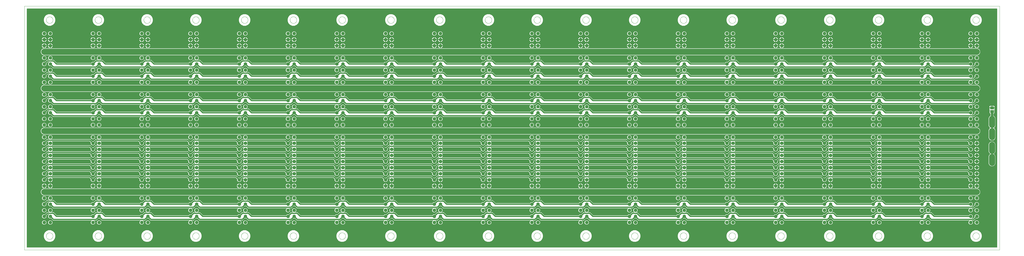
<source format=gtl>
G75*
%MOIN*%
%OFA0B0*%
%FSLAX25Y25*%
%IPPOS*%
%LPD*%
%AMOC8*
5,1,8,0,0,1.08239X$1,22.5*
%
%ADD10C,0.00000*%
%ADD11OC8,0.05600*%
%ADD12R,0.06300X0.04600*%
%ADD13C,0.09843*%
%ADD14C,0.10000*%
%ADD15C,0.02000*%
%ADD16C,0.04000*%
%ADD17C,0.00600*%
D10*
X0001300Y0001300D02*
X0001300Y0401300D01*
X1601300Y0401300D01*
X1601300Y0001300D01*
X0001300Y0001300D01*
X0037100Y0024100D02*
X0037102Y0024248D01*
X0037108Y0024396D01*
X0037118Y0024544D01*
X0037132Y0024692D01*
X0037150Y0024839D01*
X0037172Y0024986D01*
X0037198Y0025132D01*
X0037227Y0025277D01*
X0037261Y0025422D01*
X0037299Y0025565D01*
X0037340Y0025708D01*
X0037385Y0025849D01*
X0037435Y0025989D01*
X0037487Y0026127D01*
X0037544Y0026265D01*
X0037604Y0026400D01*
X0037668Y0026534D01*
X0037735Y0026666D01*
X0037806Y0026796D01*
X0037881Y0026925D01*
X0037959Y0027051D01*
X0038040Y0027175D01*
X0038124Y0027297D01*
X0038212Y0027416D01*
X0038303Y0027533D01*
X0038397Y0027648D01*
X0038495Y0027760D01*
X0038595Y0027869D01*
X0038698Y0027976D01*
X0038804Y0028080D01*
X0038912Y0028181D01*
X0039024Y0028279D01*
X0039138Y0028374D01*
X0039254Y0028465D01*
X0039373Y0028554D01*
X0039494Y0028639D01*
X0039618Y0028721D01*
X0039744Y0028800D01*
X0039871Y0028875D01*
X0040001Y0028947D01*
X0040133Y0029016D01*
X0040266Y0029080D01*
X0040401Y0029141D01*
X0040538Y0029199D01*
X0040676Y0029253D01*
X0040816Y0029303D01*
X0040957Y0029349D01*
X0041099Y0029391D01*
X0041242Y0029430D01*
X0041386Y0029464D01*
X0041532Y0029495D01*
X0041677Y0029522D01*
X0041824Y0029545D01*
X0041971Y0029564D01*
X0042119Y0029579D01*
X0042266Y0029590D01*
X0042415Y0029597D01*
X0042563Y0029600D01*
X0042711Y0029599D01*
X0042859Y0029594D01*
X0043007Y0029585D01*
X0043155Y0029572D01*
X0043303Y0029555D01*
X0043449Y0029534D01*
X0043596Y0029509D01*
X0043741Y0029480D01*
X0043886Y0029448D01*
X0044029Y0029411D01*
X0044172Y0029371D01*
X0044314Y0029326D01*
X0044454Y0029278D01*
X0044593Y0029226D01*
X0044730Y0029171D01*
X0044866Y0029111D01*
X0045001Y0029048D01*
X0045133Y0028982D01*
X0045264Y0028912D01*
X0045393Y0028838D01*
X0045519Y0028761D01*
X0045644Y0028681D01*
X0045766Y0028597D01*
X0045887Y0028510D01*
X0046004Y0028420D01*
X0046120Y0028326D01*
X0046232Y0028230D01*
X0046342Y0028131D01*
X0046450Y0028028D01*
X0046554Y0027923D01*
X0046656Y0027815D01*
X0046754Y0027704D01*
X0046850Y0027591D01*
X0046943Y0027475D01*
X0047032Y0027357D01*
X0047118Y0027236D01*
X0047201Y0027113D01*
X0047281Y0026988D01*
X0047357Y0026861D01*
X0047430Y0026731D01*
X0047499Y0026600D01*
X0047564Y0026467D01*
X0047627Y0026333D01*
X0047685Y0026196D01*
X0047740Y0026058D01*
X0047790Y0025919D01*
X0047838Y0025778D01*
X0047881Y0025637D01*
X0047921Y0025494D01*
X0047956Y0025350D01*
X0047988Y0025205D01*
X0048016Y0025059D01*
X0048040Y0024913D01*
X0048060Y0024766D01*
X0048076Y0024618D01*
X0048088Y0024471D01*
X0048096Y0024322D01*
X0048100Y0024174D01*
X0048100Y0024026D01*
X0048096Y0023878D01*
X0048088Y0023729D01*
X0048076Y0023582D01*
X0048060Y0023434D01*
X0048040Y0023287D01*
X0048016Y0023141D01*
X0047988Y0022995D01*
X0047956Y0022850D01*
X0047921Y0022706D01*
X0047881Y0022563D01*
X0047838Y0022422D01*
X0047790Y0022281D01*
X0047740Y0022142D01*
X0047685Y0022004D01*
X0047627Y0021867D01*
X0047564Y0021733D01*
X0047499Y0021600D01*
X0047430Y0021469D01*
X0047357Y0021339D01*
X0047281Y0021212D01*
X0047201Y0021087D01*
X0047118Y0020964D01*
X0047032Y0020843D01*
X0046943Y0020725D01*
X0046850Y0020609D01*
X0046754Y0020496D01*
X0046656Y0020385D01*
X0046554Y0020277D01*
X0046450Y0020172D01*
X0046342Y0020069D01*
X0046232Y0019970D01*
X0046120Y0019874D01*
X0046004Y0019780D01*
X0045887Y0019690D01*
X0045766Y0019603D01*
X0045644Y0019519D01*
X0045519Y0019439D01*
X0045393Y0019362D01*
X0045264Y0019288D01*
X0045133Y0019218D01*
X0045001Y0019152D01*
X0044866Y0019089D01*
X0044730Y0019029D01*
X0044593Y0018974D01*
X0044454Y0018922D01*
X0044314Y0018874D01*
X0044172Y0018829D01*
X0044029Y0018789D01*
X0043886Y0018752D01*
X0043741Y0018720D01*
X0043596Y0018691D01*
X0043449Y0018666D01*
X0043303Y0018645D01*
X0043155Y0018628D01*
X0043007Y0018615D01*
X0042859Y0018606D01*
X0042711Y0018601D01*
X0042563Y0018600D01*
X0042415Y0018603D01*
X0042266Y0018610D01*
X0042119Y0018621D01*
X0041971Y0018636D01*
X0041824Y0018655D01*
X0041677Y0018678D01*
X0041532Y0018705D01*
X0041386Y0018736D01*
X0041242Y0018770D01*
X0041099Y0018809D01*
X0040957Y0018851D01*
X0040816Y0018897D01*
X0040676Y0018947D01*
X0040538Y0019001D01*
X0040401Y0019059D01*
X0040266Y0019120D01*
X0040133Y0019184D01*
X0040001Y0019253D01*
X0039871Y0019325D01*
X0039744Y0019400D01*
X0039618Y0019479D01*
X0039494Y0019561D01*
X0039373Y0019646D01*
X0039254Y0019735D01*
X0039138Y0019826D01*
X0039024Y0019921D01*
X0038912Y0020019D01*
X0038804Y0020120D01*
X0038698Y0020224D01*
X0038595Y0020331D01*
X0038495Y0020440D01*
X0038397Y0020552D01*
X0038303Y0020667D01*
X0038212Y0020784D01*
X0038124Y0020903D01*
X0038040Y0021025D01*
X0037959Y0021149D01*
X0037881Y0021275D01*
X0037806Y0021404D01*
X0037735Y0021534D01*
X0037668Y0021666D01*
X0037604Y0021800D01*
X0037544Y0021935D01*
X0037487Y0022073D01*
X0037435Y0022211D01*
X0037385Y0022351D01*
X0037340Y0022492D01*
X0037299Y0022635D01*
X0037261Y0022778D01*
X0037227Y0022923D01*
X0037198Y0023068D01*
X0037172Y0023214D01*
X0037150Y0023361D01*
X0037132Y0023508D01*
X0037118Y0023656D01*
X0037108Y0023804D01*
X0037102Y0023952D01*
X0037100Y0024100D01*
X0117100Y0024100D02*
X0117102Y0024248D01*
X0117108Y0024396D01*
X0117118Y0024544D01*
X0117132Y0024692D01*
X0117150Y0024839D01*
X0117172Y0024986D01*
X0117198Y0025132D01*
X0117227Y0025277D01*
X0117261Y0025422D01*
X0117299Y0025565D01*
X0117340Y0025708D01*
X0117385Y0025849D01*
X0117435Y0025989D01*
X0117487Y0026127D01*
X0117544Y0026265D01*
X0117604Y0026400D01*
X0117668Y0026534D01*
X0117735Y0026666D01*
X0117806Y0026796D01*
X0117881Y0026925D01*
X0117959Y0027051D01*
X0118040Y0027175D01*
X0118124Y0027297D01*
X0118212Y0027416D01*
X0118303Y0027533D01*
X0118397Y0027648D01*
X0118495Y0027760D01*
X0118595Y0027869D01*
X0118698Y0027976D01*
X0118804Y0028080D01*
X0118912Y0028181D01*
X0119024Y0028279D01*
X0119138Y0028374D01*
X0119254Y0028465D01*
X0119373Y0028554D01*
X0119494Y0028639D01*
X0119618Y0028721D01*
X0119744Y0028800D01*
X0119871Y0028875D01*
X0120001Y0028947D01*
X0120133Y0029016D01*
X0120266Y0029080D01*
X0120401Y0029141D01*
X0120538Y0029199D01*
X0120676Y0029253D01*
X0120816Y0029303D01*
X0120957Y0029349D01*
X0121099Y0029391D01*
X0121242Y0029430D01*
X0121386Y0029464D01*
X0121532Y0029495D01*
X0121677Y0029522D01*
X0121824Y0029545D01*
X0121971Y0029564D01*
X0122119Y0029579D01*
X0122266Y0029590D01*
X0122415Y0029597D01*
X0122563Y0029600D01*
X0122711Y0029599D01*
X0122859Y0029594D01*
X0123007Y0029585D01*
X0123155Y0029572D01*
X0123303Y0029555D01*
X0123449Y0029534D01*
X0123596Y0029509D01*
X0123741Y0029480D01*
X0123886Y0029448D01*
X0124029Y0029411D01*
X0124172Y0029371D01*
X0124314Y0029326D01*
X0124454Y0029278D01*
X0124593Y0029226D01*
X0124730Y0029171D01*
X0124866Y0029111D01*
X0125001Y0029048D01*
X0125133Y0028982D01*
X0125264Y0028912D01*
X0125393Y0028838D01*
X0125519Y0028761D01*
X0125644Y0028681D01*
X0125766Y0028597D01*
X0125887Y0028510D01*
X0126004Y0028420D01*
X0126120Y0028326D01*
X0126232Y0028230D01*
X0126342Y0028131D01*
X0126450Y0028028D01*
X0126554Y0027923D01*
X0126656Y0027815D01*
X0126754Y0027704D01*
X0126850Y0027591D01*
X0126943Y0027475D01*
X0127032Y0027357D01*
X0127118Y0027236D01*
X0127201Y0027113D01*
X0127281Y0026988D01*
X0127357Y0026861D01*
X0127430Y0026731D01*
X0127499Y0026600D01*
X0127564Y0026467D01*
X0127627Y0026333D01*
X0127685Y0026196D01*
X0127740Y0026058D01*
X0127790Y0025919D01*
X0127838Y0025778D01*
X0127881Y0025637D01*
X0127921Y0025494D01*
X0127956Y0025350D01*
X0127988Y0025205D01*
X0128016Y0025059D01*
X0128040Y0024913D01*
X0128060Y0024766D01*
X0128076Y0024618D01*
X0128088Y0024471D01*
X0128096Y0024322D01*
X0128100Y0024174D01*
X0128100Y0024026D01*
X0128096Y0023878D01*
X0128088Y0023729D01*
X0128076Y0023582D01*
X0128060Y0023434D01*
X0128040Y0023287D01*
X0128016Y0023141D01*
X0127988Y0022995D01*
X0127956Y0022850D01*
X0127921Y0022706D01*
X0127881Y0022563D01*
X0127838Y0022422D01*
X0127790Y0022281D01*
X0127740Y0022142D01*
X0127685Y0022004D01*
X0127627Y0021867D01*
X0127564Y0021733D01*
X0127499Y0021600D01*
X0127430Y0021469D01*
X0127357Y0021339D01*
X0127281Y0021212D01*
X0127201Y0021087D01*
X0127118Y0020964D01*
X0127032Y0020843D01*
X0126943Y0020725D01*
X0126850Y0020609D01*
X0126754Y0020496D01*
X0126656Y0020385D01*
X0126554Y0020277D01*
X0126450Y0020172D01*
X0126342Y0020069D01*
X0126232Y0019970D01*
X0126120Y0019874D01*
X0126004Y0019780D01*
X0125887Y0019690D01*
X0125766Y0019603D01*
X0125644Y0019519D01*
X0125519Y0019439D01*
X0125393Y0019362D01*
X0125264Y0019288D01*
X0125133Y0019218D01*
X0125001Y0019152D01*
X0124866Y0019089D01*
X0124730Y0019029D01*
X0124593Y0018974D01*
X0124454Y0018922D01*
X0124314Y0018874D01*
X0124172Y0018829D01*
X0124029Y0018789D01*
X0123886Y0018752D01*
X0123741Y0018720D01*
X0123596Y0018691D01*
X0123449Y0018666D01*
X0123303Y0018645D01*
X0123155Y0018628D01*
X0123007Y0018615D01*
X0122859Y0018606D01*
X0122711Y0018601D01*
X0122563Y0018600D01*
X0122415Y0018603D01*
X0122266Y0018610D01*
X0122119Y0018621D01*
X0121971Y0018636D01*
X0121824Y0018655D01*
X0121677Y0018678D01*
X0121532Y0018705D01*
X0121386Y0018736D01*
X0121242Y0018770D01*
X0121099Y0018809D01*
X0120957Y0018851D01*
X0120816Y0018897D01*
X0120676Y0018947D01*
X0120538Y0019001D01*
X0120401Y0019059D01*
X0120266Y0019120D01*
X0120133Y0019184D01*
X0120001Y0019253D01*
X0119871Y0019325D01*
X0119744Y0019400D01*
X0119618Y0019479D01*
X0119494Y0019561D01*
X0119373Y0019646D01*
X0119254Y0019735D01*
X0119138Y0019826D01*
X0119024Y0019921D01*
X0118912Y0020019D01*
X0118804Y0020120D01*
X0118698Y0020224D01*
X0118595Y0020331D01*
X0118495Y0020440D01*
X0118397Y0020552D01*
X0118303Y0020667D01*
X0118212Y0020784D01*
X0118124Y0020903D01*
X0118040Y0021025D01*
X0117959Y0021149D01*
X0117881Y0021275D01*
X0117806Y0021404D01*
X0117735Y0021534D01*
X0117668Y0021666D01*
X0117604Y0021800D01*
X0117544Y0021935D01*
X0117487Y0022073D01*
X0117435Y0022211D01*
X0117385Y0022351D01*
X0117340Y0022492D01*
X0117299Y0022635D01*
X0117261Y0022778D01*
X0117227Y0022923D01*
X0117198Y0023068D01*
X0117172Y0023214D01*
X0117150Y0023361D01*
X0117132Y0023508D01*
X0117118Y0023656D01*
X0117108Y0023804D01*
X0117102Y0023952D01*
X0117100Y0024100D01*
X0197100Y0024100D02*
X0197102Y0024248D01*
X0197108Y0024396D01*
X0197118Y0024544D01*
X0197132Y0024692D01*
X0197150Y0024839D01*
X0197172Y0024986D01*
X0197198Y0025132D01*
X0197227Y0025277D01*
X0197261Y0025422D01*
X0197299Y0025565D01*
X0197340Y0025708D01*
X0197385Y0025849D01*
X0197435Y0025989D01*
X0197487Y0026127D01*
X0197544Y0026265D01*
X0197604Y0026400D01*
X0197668Y0026534D01*
X0197735Y0026666D01*
X0197806Y0026796D01*
X0197881Y0026925D01*
X0197959Y0027051D01*
X0198040Y0027175D01*
X0198124Y0027297D01*
X0198212Y0027416D01*
X0198303Y0027533D01*
X0198397Y0027648D01*
X0198495Y0027760D01*
X0198595Y0027869D01*
X0198698Y0027976D01*
X0198804Y0028080D01*
X0198912Y0028181D01*
X0199024Y0028279D01*
X0199138Y0028374D01*
X0199254Y0028465D01*
X0199373Y0028554D01*
X0199494Y0028639D01*
X0199618Y0028721D01*
X0199744Y0028800D01*
X0199871Y0028875D01*
X0200001Y0028947D01*
X0200133Y0029016D01*
X0200266Y0029080D01*
X0200401Y0029141D01*
X0200538Y0029199D01*
X0200676Y0029253D01*
X0200816Y0029303D01*
X0200957Y0029349D01*
X0201099Y0029391D01*
X0201242Y0029430D01*
X0201386Y0029464D01*
X0201532Y0029495D01*
X0201677Y0029522D01*
X0201824Y0029545D01*
X0201971Y0029564D01*
X0202119Y0029579D01*
X0202266Y0029590D01*
X0202415Y0029597D01*
X0202563Y0029600D01*
X0202711Y0029599D01*
X0202859Y0029594D01*
X0203007Y0029585D01*
X0203155Y0029572D01*
X0203303Y0029555D01*
X0203449Y0029534D01*
X0203596Y0029509D01*
X0203741Y0029480D01*
X0203886Y0029448D01*
X0204029Y0029411D01*
X0204172Y0029371D01*
X0204314Y0029326D01*
X0204454Y0029278D01*
X0204593Y0029226D01*
X0204730Y0029171D01*
X0204866Y0029111D01*
X0205001Y0029048D01*
X0205133Y0028982D01*
X0205264Y0028912D01*
X0205393Y0028838D01*
X0205519Y0028761D01*
X0205644Y0028681D01*
X0205766Y0028597D01*
X0205887Y0028510D01*
X0206004Y0028420D01*
X0206120Y0028326D01*
X0206232Y0028230D01*
X0206342Y0028131D01*
X0206450Y0028028D01*
X0206554Y0027923D01*
X0206656Y0027815D01*
X0206754Y0027704D01*
X0206850Y0027591D01*
X0206943Y0027475D01*
X0207032Y0027357D01*
X0207118Y0027236D01*
X0207201Y0027113D01*
X0207281Y0026988D01*
X0207357Y0026861D01*
X0207430Y0026731D01*
X0207499Y0026600D01*
X0207564Y0026467D01*
X0207627Y0026333D01*
X0207685Y0026196D01*
X0207740Y0026058D01*
X0207790Y0025919D01*
X0207838Y0025778D01*
X0207881Y0025637D01*
X0207921Y0025494D01*
X0207956Y0025350D01*
X0207988Y0025205D01*
X0208016Y0025059D01*
X0208040Y0024913D01*
X0208060Y0024766D01*
X0208076Y0024618D01*
X0208088Y0024471D01*
X0208096Y0024322D01*
X0208100Y0024174D01*
X0208100Y0024026D01*
X0208096Y0023878D01*
X0208088Y0023729D01*
X0208076Y0023582D01*
X0208060Y0023434D01*
X0208040Y0023287D01*
X0208016Y0023141D01*
X0207988Y0022995D01*
X0207956Y0022850D01*
X0207921Y0022706D01*
X0207881Y0022563D01*
X0207838Y0022422D01*
X0207790Y0022281D01*
X0207740Y0022142D01*
X0207685Y0022004D01*
X0207627Y0021867D01*
X0207564Y0021733D01*
X0207499Y0021600D01*
X0207430Y0021469D01*
X0207357Y0021339D01*
X0207281Y0021212D01*
X0207201Y0021087D01*
X0207118Y0020964D01*
X0207032Y0020843D01*
X0206943Y0020725D01*
X0206850Y0020609D01*
X0206754Y0020496D01*
X0206656Y0020385D01*
X0206554Y0020277D01*
X0206450Y0020172D01*
X0206342Y0020069D01*
X0206232Y0019970D01*
X0206120Y0019874D01*
X0206004Y0019780D01*
X0205887Y0019690D01*
X0205766Y0019603D01*
X0205644Y0019519D01*
X0205519Y0019439D01*
X0205393Y0019362D01*
X0205264Y0019288D01*
X0205133Y0019218D01*
X0205001Y0019152D01*
X0204866Y0019089D01*
X0204730Y0019029D01*
X0204593Y0018974D01*
X0204454Y0018922D01*
X0204314Y0018874D01*
X0204172Y0018829D01*
X0204029Y0018789D01*
X0203886Y0018752D01*
X0203741Y0018720D01*
X0203596Y0018691D01*
X0203449Y0018666D01*
X0203303Y0018645D01*
X0203155Y0018628D01*
X0203007Y0018615D01*
X0202859Y0018606D01*
X0202711Y0018601D01*
X0202563Y0018600D01*
X0202415Y0018603D01*
X0202266Y0018610D01*
X0202119Y0018621D01*
X0201971Y0018636D01*
X0201824Y0018655D01*
X0201677Y0018678D01*
X0201532Y0018705D01*
X0201386Y0018736D01*
X0201242Y0018770D01*
X0201099Y0018809D01*
X0200957Y0018851D01*
X0200816Y0018897D01*
X0200676Y0018947D01*
X0200538Y0019001D01*
X0200401Y0019059D01*
X0200266Y0019120D01*
X0200133Y0019184D01*
X0200001Y0019253D01*
X0199871Y0019325D01*
X0199744Y0019400D01*
X0199618Y0019479D01*
X0199494Y0019561D01*
X0199373Y0019646D01*
X0199254Y0019735D01*
X0199138Y0019826D01*
X0199024Y0019921D01*
X0198912Y0020019D01*
X0198804Y0020120D01*
X0198698Y0020224D01*
X0198595Y0020331D01*
X0198495Y0020440D01*
X0198397Y0020552D01*
X0198303Y0020667D01*
X0198212Y0020784D01*
X0198124Y0020903D01*
X0198040Y0021025D01*
X0197959Y0021149D01*
X0197881Y0021275D01*
X0197806Y0021404D01*
X0197735Y0021534D01*
X0197668Y0021666D01*
X0197604Y0021800D01*
X0197544Y0021935D01*
X0197487Y0022073D01*
X0197435Y0022211D01*
X0197385Y0022351D01*
X0197340Y0022492D01*
X0197299Y0022635D01*
X0197261Y0022778D01*
X0197227Y0022923D01*
X0197198Y0023068D01*
X0197172Y0023214D01*
X0197150Y0023361D01*
X0197132Y0023508D01*
X0197118Y0023656D01*
X0197108Y0023804D01*
X0197102Y0023952D01*
X0197100Y0024100D01*
X0277100Y0024100D02*
X0277102Y0024248D01*
X0277108Y0024396D01*
X0277118Y0024544D01*
X0277132Y0024692D01*
X0277150Y0024839D01*
X0277172Y0024986D01*
X0277198Y0025132D01*
X0277227Y0025277D01*
X0277261Y0025422D01*
X0277299Y0025565D01*
X0277340Y0025708D01*
X0277385Y0025849D01*
X0277435Y0025989D01*
X0277487Y0026127D01*
X0277544Y0026265D01*
X0277604Y0026400D01*
X0277668Y0026534D01*
X0277735Y0026666D01*
X0277806Y0026796D01*
X0277881Y0026925D01*
X0277959Y0027051D01*
X0278040Y0027175D01*
X0278124Y0027297D01*
X0278212Y0027416D01*
X0278303Y0027533D01*
X0278397Y0027648D01*
X0278495Y0027760D01*
X0278595Y0027869D01*
X0278698Y0027976D01*
X0278804Y0028080D01*
X0278912Y0028181D01*
X0279024Y0028279D01*
X0279138Y0028374D01*
X0279254Y0028465D01*
X0279373Y0028554D01*
X0279494Y0028639D01*
X0279618Y0028721D01*
X0279744Y0028800D01*
X0279871Y0028875D01*
X0280001Y0028947D01*
X0280133Y0029016D01*
X0280266Y0029080D01*
X0280401Y0029141D01*
X0280538Y0029199D01*
X0280676Y0029253D01*
X0280816Y0029303D01*
X0280957Y0029349D01*
X0281099Y0029391D01*
X0281242Y0029430D01*
X0281386Y0029464D01*
X0281532Y0029495D01*
X0281677Y0029522D01*
X0281824Y0029545D01*
X0281971Y0029564D01*
X0282119Y0029579D01*
X0282266Y0029590D01*
X0282415Y0029597D01*
X0282563Y0029600D01*
X0282711Y0029599D01*
X0282859Y0029594D01*
X0283007Y0029585D01*
X0283155Y0029572D01*
X0283303Y0029555D01*
X0283449Y0029534D01*
X0283596Y0029509D01*
X0283741Y0029480D01*
X0283886Y0029448D01*
X0284029Y0029411D01*
X0284172Y0029371D01*
X0284314Y0029326D01*
X0284454Y0029278D01*
X0284593Y0029226D01*
X0284730Y0029171D01*
X0284866Y0029111D01*
X0285001Y0029048D01*
X0285133Y0028982D01*
X0285264Y0028912D01*
X0285393Y0028838D01*
X0285519Y0028761D01*
X0285644Y0028681D01*
X0285766Y0028597D01*
X0285887Y0028510D01*
X0286004Y0028420D01*
X0286120Y0028326D01*
X0286232Y0028230D01*
X0286342Y0028131D01*
X0286450Y0028028D01*
X0286554Y0027923D01*
X0286656Y0027815D01*
X0286754Y0027704D01*
X0286850Y0027591D01*
X0286943Y0027475D01*
X0287032Y0027357D01*
X0287118Y0027236D01*
X0287201Y0027113D01*
X0287281Y0026988D01*
X0287357Y0026861D01*
X0287430Y0026731D01*
X0287499Y0026600D01*
X0287564Y0026467D01*
X0287627Y0026333D01*
X0287685Y0026196D01*
X0287740Y0026058D01*
X0287790Y0025919D01*
X0287838Y0025778D01*
X0287881Y0025637D01*
X0287921Y0025494D01*
X0287956Y0025350D01*
X0287988Y0025205D01*
X0288016Y0025059D01*
X0288040Y0024913D01*
X0288060Y0024766D01*
X0288076Y0024618D01*
X0288088Y0024471D01*
X0288096Y0024322D01*
X0288100Y0024174D01*
X0288100Y0024026D01*
X0288096Y0023878D01*
X0288088Y0023729D01*
X0288076Y0023582D01*
X0288060Y0023434D01*
X0288040Y0023287D01*
X0288016Y0023141D01*
X0287988Y0022995D01*
X0287956Y0022850D01*
X0287921Y0022706D01*
X0287881Y0022563D01*
X0287838Y0022422D01*
X0287790Y0022281D01*
X0287740Y0022142D01*
X0287685Y0022004D01*
X0287627Y0021867D01*
X0287564Y0021733D01*
X0287499Y0021600D01*
X0287430Y0021469D01*
X0287357Y0021339D01*
X0287281Y0021212D01*
X0287201Y0021087D01*
X0287118Y0020964D01*
X0287032Y0020843D01*
X0286943Y0020725D01*
X0286850Y0020609D01*
X0286754Y0020496D01*
X0286656Y0020385D01*
X0286554Y0020277D01*
X0286450Y0020172D01*
X0286342Y0020069D01*
X0286232Y0019970D01*
X0286120Y0019874D01*
X0286004Y0019780D01*
X0285887Y0019690D01*
X0285766Y0019603D01*
X0285644Y0019519D01*
X0285519Y0019439D01*
X0285393Y0019362D01*
X0285264Y0019288D01*
X0285133Y0019218D01*
X0285001Y0019152D01*
X0284866Y0019089D01*
X0284730Y0019029D01*
X0284593Y0018974D01*
X0284454Y0018922D01*
X0284314Y0018874D01*
X0284172Y0018829D01*
X0284029Y0018789D01*
X0283886Y0018752D01*
X0283741Y0018720D01*
X0283596Y0018691D01*
X0283449Y0018666D01*
X0283303Y0018645D01*
X0283155Y0018628D01*
X0283007Y0018615D01*
X0282859Y0018606D01*
X0282711Y0018601D01*
X0282563Y0018600D01*
X0282415Y0018603D01*
X0282266Y0018610D01*
X0282119Y0018621D01*
X0281971Y0018636D01*
X0281824Y0018655D01*
X0281677Y0018678D01*
X0281532Y0018705D01*
X0281386Y0018736D01*
X0281242Y0018770D01*
X0281099Y0018809D01*
X0280957Y0018851D01*
X0280816Y0018897D01*
X0280676Y0018947D01*
X0280538Y0019001D01*
X0280401Y0019059D01*
X0280266Y0019120D01*
X0280133Y0019184D01*
X0280001Y0019253D01*
X0279871Y0019325D01*
X0279744Y0019400D01*
X0279618Y0019479D01*
X0279494Y0019561D01*
X0279373Y0019646D01*
X0279254Y0019735D01*
X0279138Y0019826D01*
X0279024Y0019921D01*
X0278912Y0020019D01*
X0278804Y0020120D01*
X0278698Y0020224D01*
X0278595Y0020331D01*
X0278495Y0020440D01*
X0278397Y0020552D01*
X0278303Y0020667D01*
X0278212Y0020784D01*
X0278124Y0020903D01*
X0278040Y0021025D01*
X0277959Y0021149D01*
X0277881Y0021275D01*
X0277806Y0021404D01*
X0277735Y0021534D01*
X0277668Y0021666D01*
X0277604Y0021800D01*
X0277544Y0021935D01*
X0277487Y0022073D01*
X0277435Y0022211D01*
X0277385Y0022351D01*
X0277340Y0022492D01*
X0277299Y0022635D01*
X0277261Y0022778D01*
X0277227Y0022923D01*
X0277198Y0023068D01*
X0277172Y0023214D01*
X0277150Y0023361D01*
X0277132Y0023508D01*
X0277118Y0023656D01*
X0277108Y0023804D01*
X0277102Y0023952D01*
X0277100Y0024100D01*
X0357100Y0024100D02*
X0357102Y0024248D01*
X0357108Y0024396D01*
X0357118Y0024544D01*
X0357132Y0024692D01*
X0357150Y0024839D01*
X0357172Y0024986D01*
X0357198Y0025132D01*
X0357227Y0025277D01*
X0357261Y0025422D01*
X0357299Y0025565D01*
X0357340Y0025708D01*
X0357385Y0025849D01*
X0357435Y0025989D01*
X0357487Y0026127D01*
X0357544Y0026265D01*
X0357604Y0026400D01*
X0357668Y0026534D01*
X0357735Y0026666D01*
X0357806Y0026796D01*
X0357881Y0026925D01*
X0357959Y0027051D01*
X0358040Y0027175D01*
X0358124Y0027297D01*
X0358212Y0027416D01*
X0358303Y0027533D01*
X0358397Y0027648D01*
X0358495Y0027760D01*
X0358595Y0027869D01*
X0358698Y0027976D01*
X0358804Y0028080D01*
X0358912Y0028181D01*
X0359024Y0028279D01*
X0359138Y0028374D01*
X0359254Y0028465D01*
X0359373Y0028554D01*
X0359494Y0028639D01*
X0359618Y0028721D01*
X0359744Y0028800D01*
X0359871Y0028875D01*
X0360001Y0028947D01*
X0360133Y0029016D01*
X0360266Y0029080D01*
X0360401Y0029141D01*
X0360538Y0029199D01*
X0360676Y0029253D01*
X0360816Y0029303D01*
X0360957Y0029349D01*
X0361099Y0029391D01*
X0361242Y0029430D01*
X0361386Y0029464D01*
X0361532Y0029495D01*
X0361677Y0029522D01*
X0361824Y0029545D01*
X0361971Y0029564D01*
X0362119Y0029579D01*
X0362266Y0029590D01*
X0362415Y0029597D01*
X0362563Y0029600D01*
X0362711Y0029599D01*
X0362859Y0029594D01*
X0363007Y0029585D01*
X0363155Y0029572D01*
X0363303Y0029555D01*
X0363449Y0029534D01*
X0363596Y0029509D01*
X0363741Y0029480D01*
X0363886Y0029448D01*
X0364029Y0029411D01*
X0364172Y0029371D01*
X0364314Y0029326D01*
X0364454Y0029278D01*
X0364593Y0029226D01*
X0364730Y0029171D01*
X0364866Y0029111D01*
X0365001Y0029048D01*
X0365133Y0028982D01*
X0365264Y0028912D01*
X0365393Y0028838D01*
X0365519Y0028761D01*
X0365644Y0028681D01*
X0365766Y0028597D01*
X0365887Y0028510D01*
X0366004Y0028420D01*
X0366120Y0028326D01*
X0366232Y0028230D01*
X0366342Y0028131D01*
X0366450Y0028028D01*
X0366554Y0027923D01*
X0366656Y0027815D01*
X0366754Y0027704D01*
X0366850Y0027591D01*
X0366943Y0027475D01*
X0367032Y0027357D01*
X0367118Y0027236D01*
X0367201Y0027113D01*
X0367281Y0026988D01*
X0367357Y0026861D01*
X0367430Y0026731D01*
X0367499Y0026600D01*
X0367564Y0026467D01*
X0367627Y0026333D01*
X0367685Y0026196D01*
X0367740Y0026058D01*
X0367790Y0025919D01*
X0367838Y0025778D01*
X0367881Y0025637D01*
X0367921Y0025494D01*
X0367956Y0025350D01*
X0367988Y0025205D01*
X0368016Y0025059D01*
X0368040Y0024913D01*
X0368060Y0024766D01*
X0368076Y0024618D01*
X0368088Y0024471D01*
X0368096Y0024322D01*
X0368100Y0024174D01*
X0368100Y0024026D01*
X0368096Y0023878D01*
X0368088Y0023729D01*
X0368076Y0023582D01*
X0368060Y0023434D01*
X0368040Y0023287D01*
X0368016Y0023141D01*
X0367988Y0022995D01*
X0367956Y0022850D01*
X0367921Y0022706D01*
X0367881Y0022563D01*
X0367838Y0022422D01*
X0367790Y0022281D01*
X0367740Y0022142D01*
X0367685Y0022004D01*
X0367627Y0021867D01*
X0367564Y0021733D01*
X0367499Y0021600D01*
X0367430Y0021469D01*
X0367357Y0021339D01*
X0367281Y0021212D01*
X0367201Y0021087D01*
X0367118Y0020964D01*
X0367032Y0020843D01*
X0366943Y0020725D01*
X0366850Y0020609D01*
X0366754Y0020496D01*
X0366656Y0020385D01*
X0366554Y0020277D01*
X0366450Y0020172D01*
X0366342Y0020069D01*
X0366232Y0019970D01*
X0366120Y0019874D01*
X0366004Y0019780D01*
X0365887Y0019690D01*
X0365766Y0019603D01*
X0365644Y0019519D01*
X0365519Y0019439D01*
X0365393Y0019362D01*
X0365264Y0019288D01*
X0365133Y0019218D01*
X0365001Y0019152D01*
X0364866Y0019089D01*
X0364730Y0019029D01*
X0364593Y0018974D01*
X0364454Y0018922D01*
X0364314Y0018874D01*
X0364172Y0018829D01*
X0364029Y0018789D01*
X0363886Y0018752D01*
X0363741Y0018720D01*
X0363596Y0018691D01*
X0363449Y0018666D01*
X0363303Y0018645D01*
X0363155Y0018628D01*
X0363007Y0018615D01*
X0362859Y0018606D01*
X0362711Y0018601D01*
X0362563Y0018600D01*
X0362415Y0018603D01*
X0362266Y0018610D01*
X0362119Y0018621D01*
X0361971Y0018636D01*
X0361824Y0018655D01*
X0361677Y0018678D01*
X0361532Y0018705D01*
X0361386Y0018736D01*
X0361242Y0018770D01*
X0361099Y0018809D01*
X0360957Y0018851D01*
X0360816Y0018897D01*
X0360676Y0018947D01*
X0360538Y0019001D01*
X0360401Y0019059D01*
X0360266Y0019120D01*
X0360133Y0019184D01*
X0360001Y0019253D01*
X0359871Y0019325D01*
X0359744Y0019400D01*
X0359618Y0019479D01*
X0359494Y0019561D01*
X0359373Y0019646D01*
X0359254Y0019735D01*
X0359138Y0019826D01*
X0359024Y0019921D01*
X0358912Y0020019D01*
X0358804Y0020120D01*
X0358698Y0020224D01*
X0358595Y0020331D01*
X0358495Y0020440D01*
X0358397Y0020552D01*
X0358303Y0020667D01*
X0358212Y0020784D01*
X0358124Y0020903D01*
X0358040Y0021025D01*
X0357959Y0021149D01*
X0357881Y0021275D01*
X0357806Y0021404D01*
X0357735Y0021534D01*
X0357668Y0021666D01*
X0357604Y0021800D01*
X0357544Y0021935D01*
X0357487Y0022073D01*
X0357435Y0022211D01*
X0357385Y0022351D01*
X0357340Y0022492D01*
X0357299Y0022635D01*
X0357261Y0022778D01*
X0357227Y0022923D01*
X0357198Y0023068D01*
X0357172Y0023214D01*
X0357150Y0023361D01*
X0357132Y0023508D01*
X0357118Y0023656D01*
X0357108Y0023804D01*
X0357102Y0023952D01*
X0357100Y0024100D01*
X0437100Y0024100D02*
X0437102Y0024248D01*
X0437108Y0024396D01*
X0437118Y0024544D01*
X0437132Y0024692D01*
X0437150Y0024839D01*
X0437172Y0024986D01*
X0437198Y0025132D01*
X0437227Y0025277D01*
X0437261Y0025422D01*
X0437299Y0025565D01*
X0437340Y0025708D01*
X0437385Y0025849D01*
X0437435Y0025989D01*
X0437487Y0026127D01*
X0437544Y0026265D01*
X0437604Y0026400D01*
X0437668Y0026534D01*
X0437735Y0026666D01*
X0437806Y0026796D01*
X0437881Y0026925D01*
X0437959Y0027051D01*
X0438040Y0027175D01*
X0438124Y0027297D01*
X0438212Y0027416D01*
X0438303Y0027533D01*
X0438397Y0027648D01*
X0438495Y0027760D01*
X0438595Y0027869D01*
X0438698Y0027976D01*
X0438804Y0028080D01*
X0438912Y0028181D01*
X0439024Y0028279D01*
X0439138Y0028374D01*
X0439254Y0028465D01*
X0439373Y0028554D01*
X0439494Y0028639D01*
X0439618Y0028721D01*
X0439744Y0028800D01*
X0439871Y0028875D01*
X0440001Y0028947D01*
X0440133Y0029016D01*
X0440266Y0029080D01*
X0440401Y0029141D01*
X0440538Y0029199D01*
X0440676Y0029253D01*
X0440816Y0029303D01*
X0440957Y0029349D01*
X0441099Y0029391D01*
X0441242Y0029430D01*
X0441386Y0029464D01*
X0441532Y0029495D01*
X0441677Y0029522D01*
X0441824Y0029545D01*
X0441971Y0029564D01*
X0442119Y0029579D01*
X0442266Y0029590D01*
X0442415Y0029597D01*
X0442563Y0029600D01*
X0442711Y0029599D01*
X0442859Y0029594D01*
X0443007Y0029585D01*
X0443155Y0029572D01*
X0443303Y0029555D01*
X0443449Y0029534D01*
X0443596Y0029509D01*
X0443741Y0029480D01*
X0443886Y0029448D01*
X0444029Y0029411D01*
X0444172Y0029371D01*
X0444314Y0029326D01*
X0444454Y0029278D01*
X0444593Y0029226D01*
X0444730Y0029171D01*
X0444866Y0029111D01*
X0445001Y0029048D01*
X0445133Y0028982D01*
X0445264Y0028912D01*
X0445393Y0028838D01*
X0445519Y0028761D01*
X0445644Y0028681D01*
X0445766Y0028597D01*
X0445887Y0028510D01*
X0446004Y0028420D01*
X0446120Y0028326D01*
X0446232Y0028230D01*
X0446342Y0028131D01*
X0446450Y0028028D01*
X0446554Y0027923D01*
X0446656Y0027815D01*
X0446754Y0027704D01*
X0446850Y0027591D01*
X0446943Y0027475D01*
X0447032Y0027357D01*
X0447118Y0027236D01*
X0447201Y0027113D01*
X0447281Y0026988D01*
X0447357Y0026861D01*
X0447430Y0026731D01*
X0447499Y0026600D01*
X0447564Y0026467D01*
X0447627Y0026333D01*
X0447685Y0026196D01*
X0447740Y0026058D01*
X0447790Y0025919D01*
X0447838Y0025778D01*
X0447881Y0025637D01*
X0447921Y0025494D01*
X0447956Y0025350D01*
X0447988Y0025205D01*
X0448016Y0025059D01*
X0448040Y0024913D01*
X0448060Y0024766D01*
X0448076Y0024618D01*
X0448088Y0024471D01*
X0448096Y0024322D01*
X0448100Y0024174D01*
X0448100Y0024026D01*
X0448096Y0023878D01*
X0448088Y0023729D01*
X0448076Y0023582D01*
X0448060Y0023434D01*
X0448040Y0023287D01*
X0448016Y0023141D01*
X0447988Y0022995D01*
X0447956Y0022850D01*
X0447921Y0022706D01*
X0447881Y0022563D01*
X0447838Y0022422D01*
X0447790Y0022281D01*
X0447740Y0022142D01*
X0447685Y0022004D01*
X0447627Y0021867D01*
X0447564Y0021733D01*
X0447499Y0021600D01*
X0447430Y0021469D01*
X0447357Y0021339D01*
X0447281Y0021212D01*
X0447201Y0021087D01*
X0447118Y0020964D01*
X0447032Y0020843D01*
X0446943Y0020725D01*
X0446850Y0020609D01*
X0446754Y0020496D01*
X0446656Y0020385D01*
X0446554Y0020277D01*
X0446450Y0020172D01*
X0446342Y0020069D01*
X0446232Y0019970D01*
X0446120Y0019874D01*
X0446004Y0019780D01*
X0445887Y0019690D01*
X0445766Y0019603D01*
X0445644Y0019519D01*
X0445519Y0019439D01*
X0445393Y0019362D01*
X0445264Y0019288D01*
X0445133Y0019218D01*
X0445001Y0019152D01*
X0444866Y0019089D01*
X0444730Y0019029D01*
X0444593Y0018974D01*
X0444454Y0018922D01*
X0444314Y0018874D01*
X0444172Y0018829D01*
X0444029Y0018789D01*
X0443886Y0018752D01*
X0443741Y0018720D01*
X0443596Y0018691D01*
X0443449Y0018666D01*
X0443303Y0018645D01*
X0443155Y0018628D01*
X0443007Y0018615D01*
X0442859Y0018606D01*
X0442711Y0018601D01*
X0442563Y0018600D01*
X0442415Y0018603D01*
X0442266Y0018610D01*
X0442119Y0018621D01*
X0441971Y0018636D01*
X0441824Y0018655D01*
X0441677Y0018678D01*
X0441532Y0018705D01*
X0441386Y0018736D01*
X0441242Y0018770D01*
X0441099Y0018809D01*
X0440957Y0018851D01*
X0440816Y0018897D01*
X0440676Y0018947D01*
X0440538Y0019001D01*
X0440401Y0019059D01*
X0440266Y0019120D01*
X0440133Y0019184D01*
X0440001Y0019253D01*
X0439871Y0019325D01*
X0439744Y0019400D01*
X0439618Y0019479D01*
X0439494Y0019561D01*
X0439373Y0019646D01*
X0439254Y0019735D01*
X0439138Y0019826D01*
X0439024Y0019921D01*
X0438912Y0020019D01*
X0438804Y0020120D01*
X0438698Y0020224D01*
X0438595Y0020331D01*
X0438495Y0020440D01*
X0438397Y0020552D01*
X0438303Y0020667D01*
X0438212Y0020784D01*
X0438124Y0020903D01*
X0438040Y0021025D01*
X0437959Y0021149D01*
X0437881Y0021275D01*
X0437806Y0021404D01*
X0437735Y0021534D01*
X0437668Y0021666D01*
X0437604Y0021800D01*
X0437544Y0021935D01*
X0437487Y0022073D01*
X0437435Y0022211D01*
X0437385Y0022351D01*
X0437340Y0022492D01*
X0437299Y0022635D01*
X0437261Y0022778D01*
X0437227Y0022923D01*
X0437198Y0023068D01*
X0437172Y0023214D01*
X0437150Y0023361D01*
X0437132Y0023508D01*
X0437118Y0023656D01*
X0437108Y0023804D01*
X0437102Y0023952D01*
X0437100Y0024100D01*
X0517100Y0024100D02*
X0517102Y0024248D01*
X0517108Y0024396D01*
X0517118Y0024544D01*
X0517132Y0024692D01*
X0517150Y0024839D01*
X0517172Y0024986D01*
X0517198Y0025132D01*
X0517227Y0025277D01*
X0517261Y0025422D01*
X0517299Y0025565D01*
X0517340Y0025708D01*
X0517385Y0025849D01*
X0517435Y0025989D01*
X0517487Y0026127D01*
X0517544Y0026265D01*
X0517604Y0026400D01*
X0517668Y0026534D01*
X0517735Y0026666D01*
X0517806Y0026796D01*
X0517881Y0026925D01*
X0517959Y0027051D01*
X0518040Y0027175D01*
X0518124Y0027297D01*
X0518212Y0027416D01*
X0518303Y0027533D01*
X0518397Y0027648D01*
X0518495Y0027760D01*
X0518595Y0027869D01*
X0518698Y0027976D01*
X0518804Y0028080D01*
X0518912Y0028181D01*
X0519024Y0028279D01*
X0519138Y0028374D01*
X0519254Y0028465D01*
X0519373Y0028554D01*
X0519494Y0028639D01*
X0519618Y0028721D01*
X0519744Y0028800D01*
X0519871Y0028875D01*
X0520001Y0028947D01*
X0520133Y0029016D01*
X0520266Y0029080D01*
X0520401Y0029141D01*
X0520538Y0029199D01*
X0520676Y0029253D01*
X0520816Y0029303D01*
X0520957Y0029349D01*
X0521099Y0029391D01*
X0521242Y0029430D01*
X0521386Y0029464D01*
X0521532Y0029495D01*
X0521677Y0029522D01*
X0521824Y0029545D01*
X0521971Y0029564D01*
X0522119Y0029579D01*
X0522266Y0029590D01*
X0522415Y0029597D01*
X0522563Y0029600D01*
X0522711Y0029599D01*
X0522859Y0029594D01*
X0523007Y0029585D01*
X0523155Y0029572D01*
X0523303Y0029555D01*
X0523449Y0029534D01*
X0523596Y0029509D01*
X0523741Y0029480D01*
X0523886Y0029448D01*
X0524029Y0029411D01*
X0524172Y0029371D01*
X0524314Y0029326D01*
X0524454Y0029278D01*
X0524593Y0029226D01*
X0524730Y0029171D01*
X0524866Y0029111D01*
X0525001Y0029048D01*
X0525133Y0028982D01*
X0525264Y0028912D01*
X0525393Y0028838D01*
X0525519Y0028761D01*
X0525644Y0028681D01*
X0525766Y0028597D01*
X0525887Y0028510D01*
X0526004Y0028420D01*
X0526120Y0028326D01*
X0526232Y0028230D01*
X0526342Y0028131D01*
X0526450Y0028028D01*
X0526554Y0027923D01*
X0526656Y0027815D01*
X0526754Y0027704D01*
X0526850Y0027591D01*
X0526943Y0027475D01*
X0527032Y0027357D01*
X0527118Y0027236D01*
X0527201Y0027113D01*
X0527281Y0026988D01*
X0527357Y0026861D01*
X0527430Y0026731D01*
X0527499Y0026600D01*
X0527564Y0026467D01*
X0527627Y0026333D01*
X0527685Y0026196D01*
X0527740Y0026058D01*
X0527790Y0025919D01*
X0527838Y0025778D01*
X0527881Y0025637D01*
X0527921Y0025494D01*
X0527956Y0025350D01*
X0527988Y0025205D01*
X0528016Y0025059D01*
X0528040Y0024913D01*
X0528060Y0024766D01*
X0528076Y0024618D01*
X0528088Y0024471D01*
X0528096Y0024322D01*
X0528100Y0024174D01*
X0528100Y0024026D01*
X0528096Y0023878D01*
X0528088Y0023729D01*
X0528076Y0023582D01*
X0528060Y0023434D01*
X0528040Y0023287D01*
X0528016Y0023141D01*
X0527988Y0022995D01*
X0527956Y0022850D01*
X0527921Y0022706D01*
X0527881Y0022563D01*
X0527838Y0022422D01*
X0527790Y0022281D01*
X0527740Y0022142D01*
X0527685Y0022004D01*
X0527627Y0021867D01*
X0527564Y0021733D01*
X0527499Y0021600D01*
X0527430Y0021469D01*
X0527357Y0021339D01*
X0527281Y0021212D01*
X0527201Y0021087D01*
X0527118Y0020964D01*
X0527032Y0020843D01*
X0526943Y0020725D01*
X0526850Y0020609D01*
X0526754Y0020496D01*
X0526656Y0020385D01*
X0526554Y0020277D01*
X0526450Y0020172D01*
X0526342Y0020069D01*
X0526232Y0019970D01*
X0526120Y0019874D01*
X0526004Y0019780D01*
X0525887Y0019690D01*
X0525766Y0019603D01*
X0525644Y0019519D01*
X0525519Y0019439D01*
X0525393Y0019362D01*
X0525264Y0019288D01*
X0525133Y0019218D01*
X0525001Y0019152D01*
X0524866Y0019089D01*
X0524730Y0019029D01*
X0524593Y0018974D01*
X0524454Y0018922D01*
X0524314Y0018874D01*
X0524172Y0018829D01*
X0524029Y0018789D01*
X0523886Y0018752D01*
X0523741Y0018720D01*
X0523596Y0018691D01*
X0523449Y0018666D01*
X0523303Y0018645D01*
X0523155Y0018628D01*
X0523007Y0018615D01*
X0522859Y0018606D01*
X0522711Y0018601D01*
X0522563Y0018600D01*
X0522415Y0018603D01*
X0522266Y0018610D01*
X0522119Y0018621D01*
X0521971Y0018636D01*
X0521824Y0018655D01*
X0521677Y0018678D01*
X0521532Y0018705D01*
X0521386Y0018736D01*
X0521242Y0018770D01*
X0521099Y0018809D01*
X0520957Y0018851D01*
X0520816Y0018897D01*
X0520676Y0018947D01*
X0520538Y0019001D01*
X0520401Y0019059D01*
X0520266Y0019120D01*
X0520133Y0019184D01*
X0520001Y0019253D01*
X0519871Y0019325D01*
X0519744Y0019400D01*
X0519618Y0019479D01*
X0519494Y0019561D01*
X0519373Y0019646D01*
X0519254Y0019735D01*
X0519138Y0019826D01*
X0519024Y0019921D01*
X0518912Y0020019D01*
X0518804Y0020120D01*
X0518698Y0020224D01*
X0518595Y0020331D01*
X0518495Y0020440D01*
X0518397Y0020552D01*
X0518303Y0020667D01*
X0518212Y0020784D01*
X0518124Y0020903D01*
X0518040Y0021025D01*
X0517959Y0021149D01*
X0517881Y0021275D01*
X0517806Y0021404D01*
X0517735Y0021534D01*
X0517668Y0021666D01*
X0517604Y0021800D01*
X0517544Y0021935D01*
X0517487Y0022073D01*
X0517435Y0022211D01*
X0517385Y0022351D01*
X0517340Y0022492D01*
X0517299Y0022635D01*
X0517261Y0022778D01*
X0517227Y0022923D01*
X0517198Y0023068D01*
X0517172Y0023214D01*
X0517150Y0023361D01*
X0517132Y0023508D01*
X0517118Y0023656D01*
X0517108Y0023804D01*
X0517102Y0023952D01*
X0517100Y0024100D01*
X0597100Y0024100D02*
X0597102Y0024248D01*
X0597108Y0024396D01*
X0597118Y0024544D01*
X0597132Y0024692D01*
X0597150Y0024839D01*
X0597172Y0024986D01*
X0597198Y0025132D01*
X0597227Y0025277D01*
X0597261Y0025422D01*
X0597299Y0025565D01*
X0597340Y0025708D01*
X0597385Y0025849D01*
X0597435Y0025989D01*
X0597487Y0026127D01*
X0597544Y0026265D01*
X0597604Y0026400D01*
X0597668Y0026534D01*
X0597735Y0026666D01*
X0597806Y0026796D01*
X0597881Y0026925D01*
X0597959Y0027051D01*
X0598040Y0027175D01*
X0598124Y0027297D01*
X0598212Y0027416D01*
X0598303Y0027533D01*
X0598397Y0027648D01*
X0598495Y0027760D01*
X0598595Y0027869D01*
X0598698Y0027976D01*
X0598804Y0028080D01*
X0598912Y0028181D01*
X0599024Y0028279D01*
X0599138Y0028374D01*
X0599254Y0028465D01*
X0599373Y0028554D01*
X0599494Y0028639D01*
X0599618Y0028721D01*
X0599744Y0028800D01*
X0599871Y0028875D01*
X0600001Y0028947D01*
X0600133Y0029016D01*
X0600266Y0029080D01*
X0600401Y0029141D01*
X0600538Y0029199D01*
X0600676Y0029253D01*
X0600816Y0029303D01*
X0600957Y0029349D01*
X0601099Y0029391D01*
X0601242Y0029430D01*
X0601386Y0029464D01*
X0601532Y0029495D01*
X0601677Y0029522D01*
X0601824Y0029545D01*
X0601971Y0029564D01*
X0602119Y0029579D01*
X0602266Y0029590D01*
X0602415Y0029597D01*
X0602563Y0029600D01*
X0602711Y0029599D01*
X0602859Y0029594D01*
X0603007Y0029585D01*
X0603155Y0029572D01*
X0603303Y0029555D01*
X0603449Y0029534D01*
X0603596Y0029509D01*
X0603741Y0029480D01*
X0603886Y0029448D01*
X0604029Y0029411D01*
X0604172Y0029371D01*
X0604314Y0029326D01*
X0604454Y0029278D01*
X0604593Y0029226D01*
X0604730Y0029171D01*
X0604866Y0029111D01*
X0605001Y0029048D01*
X0605133Y0028982D01*
X0605264Y0028912D01*
X0605393Y0028838D01*
X0605519Y0028761D01*
X0605644Y0028681D01*
X0605766Y0028597D01*
X0605887Y0028510D01*
X0606004Y0028420D01*
X0606120Y0028326D01*
X0606232Y0028230D01*
X0606342Y0028131D01*
X0606450Y0028028D01*
X0606554Y0027923D01*
X0606656Y0027815D01*
X0606754Y0027704D01*
X0606850Y0027591D01*
X0606943Y0027475D01*
X0607032Y0027357D01*
X0607118Y0027236D01*
X0607201Y0027113D01*
X0607281Y0026988D01*
X0607357Y0026861D01*
X0607430Y0026731D01*
X0607499Y0026600D01*
X0607564Y0026467D01*
X0607627Y0026333D01*
X0607685Y0026196D01*
X0607740Y0026058D01*
X0607790Y0025919D01*
X0607838Y0025778D01*
X0607881Y0025637D01*
X0607921Y0025494D01*
X0607956Y0025350D01*
X0607988Y0025205D01*
X0608016Y0025059D01*
X0608040Y0024913D01*
X0608060Y0024766D01*
X0608076Y0024618D01*
X0608088Y0024471D01*
X0608096Y0024322D01*
X0608100Y0024174D01*
X0608100Y0024026D01*
X0608096Y0023878D01*
X0608088Y0023729D01*
X0608076Y0023582D01*
X0608060Y0023434D01*
X0608040Y0023287D01*
X0608016Y0023141D01*
X0607988Y0022995D01*
X0607956Y0022850D01*
X0607921Y0022706D01*
X0607881Y0022563D01*
X0607838Y0022422D01*
X0607790Y0022281D01*
X0607740Y0022142D01*
X0607685Y0022004D01*
X0607627Y0021867D01*
X0607564Y0021733D01*
X0607499Y0021600D01*
X0607430Y0021469D01*
X0607357Y0021339D01*
X0607281Y0021212D01*
X0607201Y0021087D01*
X0607118Y0020964D01*
X0607032Y0020843D01*
X0606943Y0020725D01*
X0606850Y0020609D01*
X0606754Y0020496D01*
X0606656Y0020385D01*
X0606554Y0020277D01*
X0606450Y0020172D01*
X0606342Y0020069D01*
X0606232Y0019970D01*
X0606120Y0019874D01*
X0606004Y0019780D01*
X0605887Y0019690D01*
X0605766Y0019603D01*
X0605644Y0019519D01*
X0605519Y0019439D01*
X0605393Y0019362D01*
X0605264Y0019288D01*
X0605133Y0019218D01*
X0605001Y0019152D01*
X0604866Y0019089D01*
X0604730Y0019029D01*
X0604593Y0018974D01*
X0604454Y0018922D01*
X0604314Y0018874D01*
X0604172Y0018829D01*
X0604029Y0018789D01*
X0603886Y0018752D01*
X0603741Y0018720D01*
X0603596Y0018691D01*
X0603449Y0018666D01*
X0603303Y0018645D01*
X0603155Y0018628D01*
X0603007Y0018615D01*
X0602859Y0018606D01*
X0602711Y0018601D01*
X0602563Y0018600D01*
X0602415Y0018603D01*
X0602266Y0018610D01*
X0602119Y0018621D01*
X0601971Y0018636D01*
X0601824Y0018655D01*
X0601677Y0018678D01*
X0601532Y0018705D01*
X0601386Y0018736D01*
X0601242Y0018770D01*
X0601099Y0018809D01*
X0600957Y0018851D01*
X0600816Y0018897D01*
X0600676Y0018947D01*
X0600538Y0019001D01*
X0600401Y0019059D01*
X0600266Y0019120D01*
X0600133Y0019184D01*
X0600001Y0019253D01*
X0599871Y0019325D01*
X0599744Y0019400D01*
X0599618Y0019479D01*
X0599494Y0019561D01*
X0599373Y0019646D01*
X0599254Y0019735D01*
X0599138Y0019826D01*
X0599024Y0019921D01*
X0598912Y0020019D01*
X0598804Y0020120D01*
X0598698Y0020224D01*
X0598595Y0020331D01*
X0598495Y0020440D01*
X0598397Y0020552D01*
X0598303Y0020667D01*
X0598212Y0020784D01*
X0598124Y0020903D01*
X0598040Y0021025D01*
X0597959Y0021149D01*
X0597881Y0021275D01*
X0597806Y0021404D01*
X0597735Y0021534D01*
X0597668Y0021666D01*
X0597604Y0021800D01*
X0597544Y0021935D01*
X0597487Y0022073D01*
X0597435Y0022211D01*
X0597385Y0022351D01*
X0597340Y0022492D01*
X0597299Y0022635D01*
X0597261Y0022778D01*
X0597227Y0022923D01*
X0597198Y0023068D01*
X0597172Y0023214D01*
X0597150Y0023361D01*
X0597132Y0023508D01*
X0597118Y0023656D01*
X0597108Y0023804D01*
X0597102Y0023952D01*
X0597100Y0024100D01*
X0677100Y0024100D02*
X0677102Y0024248D01*
X0677108Y0024396D01*
X0677118Y0024544D01*
X0677132Y0024692D01*
X0677150Y0024839D01*
X0677172Y0024986D01*
X0677198Y0025132D01*
X0677227Y0025277D01*
X0677261Y0025422D01*
X0677299Y0025565D01*
X0677340Y0025708D01*
X0677385Y0025849D01*
X0677435Y0025989D01*
X0677487Y0026127D01*
X0677544Y0026265D01*
X0677604Y0026400D01*
X0677668Y0026534D01*
X0677735Y0026666D01*
X0677806Y0026796D01*
X0677881Y0026925D01*
X0677959Y0027051D01*
X0678040Y0027175D01*
X0678124Y0027297D01*
X0678212Y0027416D01*
X0678303Y0027533D01*
X0678397Y0027648D01*
X0678495Y0027760D01*
X0678595Y0027869D01*
X0678698Y0027976D01*
X0678804Y0028080D01*
X0678912Y0028181D01*
X0679024Y0028279D01*
X0679138Y0028374D01*
X0679254Y0028465D01*
X0679373Y0028554D01*
X0679494Y0028639D01*
X0679618Y0028721D01*
X0679744Y0028800D01*
X0679871Y0028875D01*
X0680001Y0028947D01*
X0680133Y0029016D01*
X0680266Y0029080D01*
X0680401Y0029141D01*
X0680538Y0029199D01*
X0680676Y0029253D01*
X0680816Y0029303D01*
X0680957Y0029349D01*
X0681099Y0029391D01*
X0681242Y0029430D01*
X0681386Y0029464D01*
X0681532Y0029495D01*
X0681677Y0029522D01*
X0681824Y0029545D01*
X0681971Y0029564D01*
X0682119Y0029579D01*
X0682266Y0029590D01*
X0682415Y0029597D01*
X0682563Y0029600D01*
X0682711Y0029599D01*
X0682859Y0029594D01*
X0683007Y0029585D01*
X0683155Y0029572D01*
X0683303Y0029555D01*
X0683449Y0029534D01*
X0683596Y0029509D01*
X0683741Y0029480D01*
X0683886Y0029448D01*
X0684029Y0029411D01*
X0684172Y0029371D01*
X0684314Y0029326D01*
X0684454Y0029278D01*
X0684593Y0029226D01*
X0684730Y0029171D01*
X0684866Y0029111D01*
X0685001Y0029048D01*
X0685133Y0028982D01*
X0685264Y0028912D01*
X0685393Y0028838D01*
X0685519Y0028761D01*
X0685644Y0028681D01*
X0685766Y0028597D01*
X0685887Y0028510D01*
X0686004Y0028420D01*
X0686120Y0028326D01*
X0686232Y0028230D01*
X0686342Y0028131D01*
X0686450Y0028028D01*
X0686554Y0027923D01*
X0686656Y0027815D01*
X0686754Y0027704D01*
X0686850Y0027591D01*
X0686943Y0027475D01*
X0687032Y0027357D01*
X0687118Y0027236D01*
X0687201Y0027113D01*
X0687281Y0026988D01*
X0687357Y0026861D01*
X0687430Y0026731D01*
X0687499Y0026600D01*
X0687564Y0026467D01*
X0687627Y0026333D01*
X0687685Y0026196D01*
X0687740Y0026058D01*
X0687790Y0025919D01*
X0687838Y0025778D01*
X0687881Y0025637D01*
X0687921Y0025494D01*
X0687956Y0025350D01*
X0687988Y0025205D01*
X0688016Y0025059D01*
X0688040Y0024913D01*
X0688060Y0024766D01*
X0688076Y0024618D01*
X0688088Y0024471D01*
X0688096Y0024322D01*
X0688100Y0024174D01*
X0688100Y0024026D01*
X0688096Y0023878D01*
X0688088Y0023729D01*
X0688076Y0023582D01*
X0688060Y0023434D01*
X0688040Y0023287D01*
X0688016Y0023141D01*
X0687988Y0022995D01*
X0687956Y0022850D01*
X0687921Y0022706D01*
X0687881Y0022563D01*
X0687838Y0022422D01*
X0687790Y0022281D01*
X0687740Y0022142D01*
X0687685Y0022004D01*
X0687627Y0021867D01*
X0687564Y0021733D01*
X0687499Y0021600D01*
X0687430Y0021469D01*
X0687357Y0021339D01*
X0687281Y0021212D01*
X0687201Y0021087D01*
X0687118Y0020964D01*
X0687032Y0020843D01*
X0686943Y0020725D01*
X0686850Y0020609D01*
X0686754Y0020496D01*
X0686656Y0020385D01*
X0686554Y0020277D01*
X0686450Y0020172D01*
X0686342Y0020069D01*
X0686232Y0019970D01*
X0686120Y0019874D01*
X0686004Y0019780D01*
X0685887Y0019690D01*
X0685766Y0019603D01*
X0685644Y0019519D01*
X0685519Y0019439D01*
X0685393Y0019362D01*
X0685264Y0019288D01*
X0685133Y0019218D01*
X0685001Y0019152D01*
X0684866Y0019089D01*
X0684730Y0019029D01*
X0684593Y0018974D01*
X0684454Y0018922D01*
X0684314Y0018874D01*
X0684172Y0018829D01*
X0684029Y0018789D01*
X0683886Y0018752D01*
X0683741Y0018720D01*
X0683596Y0018691D01*
X0683449Y0018666D01*
X0683303Y0018645D01*
X0683155Y0018628D01*
X0683007Y0018615D01*
X0682859Y0018606D01*
X0682711Y0018601D01*
X0682563Y0018600D01*
X0682415Y0018603D01*
X0682266Y0018610D01*
X0682119Y0018621D01*
X0681971Y0018636D01*
X0681824Y0018655D01*
X0681677Y0018678D01*
X0681532Y0018705D01*
X0681386Y0018736D01*
X0681242Y0018770D01*
X0681099Y0018809D01*
X0680957Y0018851D01*
X0680816Y0018897D01*
X0680676Y0018947D01*
X0680538Y0019001D01*
X0680401Y0019059D01*
X0680266Y0019120D01*
X0680133Y0019184D01*
X0680001Y0019253D01*
X0679871Y0019325D01*
X0679744Y0019400D01*
X0679618Y0019479D01*
X0679494Y0019561D01*
X0679373Y0019646D01*
X0679254Y0019735D01*
X0679138Y0019826D01*
X0679024Y0019921D01*
X0678912Y0020019D01*
X0678804Y0020120D01*
X0678698Y0020224D01*
X0678595Y0020331D01*
X0678495Y0020440D01*
X0678397Y0020552D01*
X0678303Y0020667D01*
X0678212Y0020784D01*
X0678124Y0020903D01*
X0678040Y0021025D01*
X0677959Y0021149D01*
X0677881Y0021275D01*
X0677806Y0021404D01*
X0677735Y0021534D01*
X0677668Y0021666D01*
X0677604Y0021800D01*
X0677544Y0021935D01*
X0677487Y0022073D01*
X0677435Y0022211D01*
X0677385Y0022351D01*
X0677340Y0022492D01*
X0677299Y0022635D01*
X0677261Y0022778D01*
X0677227Y0022923D01*
X0677198Y0023068D01*
X0677172Y0023214D01*
X0677150Y0023361D01*
X0677132Y0023508D01*
X0677118Y0023656D01*
X0677108Y0023804D01*
X0677102Y0023952D01*
X0677100Y0024100D01*
X0757100Y0024100D02*
X0757102Y0024248D01*
X0757108Y0024396D01*
X0757118Y0024544D01*
X0757132Y0024692D01*
X0757150Y0024839D01*
X0757172Y0024986D01*
X0757198Y0025132D01*
X0757227Y0025277D01*
X0757261Y0025422D01*
X0757299Y0025565D01*
X0757340Y0025708D01*
X0757385Y0025849D01*
X0757435Y0025989D01*
X0757487Y0026127D01*
X0757544Y0026265D01*
X0757604Y0026400D01*
X0757668Y0026534D01*
X0757735Y0026666D01*
X0757806Y0026796D01*
X0757881Y0026925D01*
X0757959Y0027051D01*
X0758040Y0027175D01*
X0758124Y0027297D01*
X0758212Y0027416D01*
X0758303Y0027533D01*
X0758397Y0027648D01*
X0758495Y0027760D01*
X0758595Y0027869D01*
X0758698Y0027976D01*
X0758804Y0028080D01*
X0758912Y0028181D01*
X0759024Y0028279D01*
X0759138Y0028374D01*
X0759254Y0028465D01*
X0759373Y0028554D01*
X0759494Y0028639D01*
X0759618Y0028721D01*
X0759744Y0028800D01*
X0759871Y0028875D01*
X0760001Y0028947D01*
X0760133Y0029016D01*
X0760266Y0029080D01*
X0760401Y0029141D01*
X0760538Y0029199D01*
X0760676Y0029253D01*
X0760816Y0029303D01*
X0760957Y0029349D01*
X0761099Y0029391D01*
X0761242Y0029430D01*
X0761386Y0029464D01*
X0761532Y0029495D01*
X0761677Y0029522D01*
X0761824Y0029545D01*
X0761971Y0029564D01*
X0762119Y0029579D01*
X0762266Y0029590D01*
X0762415Y0029597D01*
X0762563Y0029600D01*
X0762711Y0029599D01*
X0762859Y0029594D01*
X0763007Y0029585D01*
X0763155Y0029572D01*
X0763303Y0029555D01*
X0763449Y0029534D01*
X0763596Y0029509D01*
X0763741Y0029480D01*
X0763886Y0029448D01*
X0764029Y0029411D01*
X0764172Y0029371D01*
X0764314Y0029326D01*
X0764454Y0029278D01*
X0764593Y0029226D01*
X0764730Y0029171D01*
X0764866Y0029111D01*
X0765001Y0029048D01*
X0765133Y0028982D01*
X0765264Y0028912D01*
X0765393Y0028838D01*
X0765519Y0028761D01*
X0765644Y0028681D01*
X0765766Y0028597D01*
X0765887Y0028510D01*
X0766004Y0028420D01*
X0766120Y0028326D01*
X0766232Y0028230D01*
X0766342Y0028131D01*
X0766450Y0028028D01*
X0766554Y0027923D01*
X0766656Y0027815D01*
X0766754Y0027704D01*
X0766850Y0027591D01*
X0766943Y0027475D01*
X0767032Y0027357D01*
X0767118Y0027236D01*
X0767201Y0027113D01*
X0767281Y0026988D01*
X0767357Y0026861D01*
X0767430Y0026731D01*
X0767499Y0026600D01*
X0767564Y0026467D01*
X0767627Y0026333D01*
X0767685Y0026196D01*
X0767740Y0026058D01*
X0767790Y0025919D01*
X0767838Y0025778D01*
X0767881Y0025637D01*
X0767921Y0025494D01*
X0767956Y0025350D01*
X0767988Y0025205D01*
X0768016Y0025059D01*
X0768040Y0024913D01*
X0768060Y0024766D01*
X0768076Y0024618D01*
X0768088Y0024471D01*
X0768096Y0024322D01*
X0768100Y0024174D01*
X0768100Y0024026D01*
X0768096Y0023878D01*
X0768088Y0023729D01*
X0768076Y0023582D01*
X0768060Y0023434D01*
X0768040Y0023287D01*
X0768016Y0023141D01*
X0767988Y0022995D01*
X0767956Y0022850D01*
X0767921Y0022706D01*
X0767881Y0022563D01*
X0767838Y0022422D01*
X0767790Y0022281D01*
X0767740Y0022142D01*
X0767685Y0022004D01*
X0767627Y0021867D01*
X0767564Y0021733D01*
X0767499Y0021600D01*
X0767430Y0021469D01*
X0767357Y0021339D01*
X0767281Y0021212D01*
X0767201Y0021087D01*
X0767118Y0020964D01*
X0767032Y0020843D01*
X0766943Y0020725D01*
X0766850Y0020609D01*
X0766754Y0020496D01*
X0766656Y0020385D01*
X0766554Y0020277D01*
X0766450Y0020172D01*
X0766342Y0020069D01*
X0766232Y0019970D01*
X0766120Y0019874D01*
X0766004Y0019780D01*
X0765887Y0019690D01*
X0765766Y0019603D01*
X0765644Y0019519D01*
X0765519Y0019439D01*
X0765393Y0019362D01*
X0765264Y0019288D01*
X0765133Y0019218D01*
X0765001Y0019152D01*
X0764866Y0019089D01*
X0764730Y0019029D01*
X0764593Y0018974D01*
X0764454Y0018922D01*
X0764314Y0018874D01*
X0764172Y0018829D01*
X0764029Y0018789D01*
X0763886Y0018752D01*
X0763741Y0018720D01*
X0763596Y0018691D01*
X0763449Y0018666D01*
X0763303Y0018645D01*
X0763155Y0018628D01*
X0763007Y0018615D01*
X0762859Y0018606D01*
X0762711Y0018601D01*
X0762563Y0018600D01*
X0762415Y0018603D01*
X0762266Y0018610D01*
X0762119Y0018621D01*
X0761971Y0018636D01*
X0761824Y0018655D01*
X0761677Y0018678D01*
X0761532Y0018705D01*
X0761386Y0018736D01*
X0761242Y0018770D01*
X0761099Y0018809D01*
X0760957Y0018851D01*
X0760816Y0018897D01*
X0760676Y0018947D01*
X0760538Y0019001D01*
X0760401Y0019059D01*
X0760266Y0019120D01*
X0760133Y0019184D01*
X0760001Y0019253D01*
X0759871Y0019325D01*
X0759744Y0019400D01*
X0759618Y0019479D01*
X0759494Y0019561D01*
X0759373Y0019646D01*
X0759254Y0019735D01*
X0759138Y0019826D01*
X0759024Y0019921D01*
X0758912Y0020019D01*
X0758804Y0020120D01*
X0758698Y0020224D01*
X0758595Y0020331D01*
X0758495Y0020440D01*
X0758397Y0020552D01*
X0758303Y0020667D01*
X0758212Y0020784D01*
X0758124Y0020903D01*
X0758040Y0021025D01*
X0757959Y0021149D01*
X0757881Y0021275D01*
X0757806Y0021404D01*
X0757735Y0021534D01*
X0757668Y0021666D01*
X0757604Y0021800D01*
X0757544Y0021935D01*
X0757487Y0022073D01*
X0757435Y0022211D01*
X0757385Y0022351D01*
X0757340Y0022492D01*
X0757299Y0022635D01*
X0757261Y0022778D01*
X0757227Y0022923D01*
X0757198Y0023068D01*
X0757172Y0023214D01*
X0757150Y0023361D01*
X0757132Y0023508D01*
X0757118Y0023656D01*
X0757108Y0023804D01*
X0757102Y0023952D01*
X0757100Y0024100D01*
X0837100Y0024100D02*
X0837102Y0024248D01*
X0837108Y0024396D01*
X0837118Y0024544D01*
X0837132Y0024692D01*
X0837150Y0024839D01*
X0837172Y0024986D01*
X0837198Y0025132D01*
X0837227Y0025277D01*
X0837261Y0025422D01*
X0837299Y0025565D01*
X0837340Y0025708D01*
X0837385Y0025849D01*
X0837435Y0025989D01*
X0837487Y0026127D01*
X0837544Y0026265D01*
X0837604Y0026400D01*
X0837668Y0026534D01*
X0837735Y0026666D01*
X0837806Y0026796D01*
X0837881Y0026925D01*
X0837959Y0027051D01*
X0838040Y0027175D01*
X0838124Y0027297D01*
X0838212Y0027416D01*
X0838303Y0027533D01*
X0838397Y0027648D01*
X0838495Y0027760D01*
X0838595Y0027869D01*
X0838698Y0027976D01*
X0838804Y0028080D01*
X0838912Y0028181D01*
X0839024Y0028279D01*
X0839138Y0028374D01*
X0839254Y0028465D01*
X0839373Y0028554D01*
X0839494Y0028639D01*
X0839618Y0028721D01*
X0839744Y0028800D01*
X0839871Y0028875D01*
X0840001Y0028947D01*
X0840133Y0029016D01*
X0840266Y0029080D01*
X0840401Y0029141D01*
X0840538Y0029199D01*
X0840676Y0029253D01*
X0840816Y0029303D01*
X0840957Y0029349D01*
X0841099Y0029391D01*
X0841242Y0029430D01*
X0841386Y0029464D01*
X0841532Y0029495D01*
X0841677Y0029522D01*
X0841824Y0029545D01*
X0841971Y0029564D01*
X0842119Y0029579D01*
X0842266Y0029590D01*
X0842415Y0029597D01*
X0842563Y0029600D01*
X0842711Y0029599D01*
X0842859Y0029594D01*
X0843007Y0029585D01*
X0843155Y0029572D01*
X0843303Y0029555D01*
X0843449Y0029534D01*
X0843596Y0029509D01*
X0843741Y0029480D01*
X0843886Y0029448D01*
X0844029Y0029411D01*
X0844172Y0029371D01*
X0844314Y0029326D01*
X0844454Y0029278D01*
X0844593Y0029226D01*
X0844730Y0029171D01*
X0844866Y0029111D01*
X0845001Y0029048D01*
X0845133Y0028982D01*
X0845264Y0028912D01*
X0845393Y0028838D01*
X0845519Y0028761D01*
X0845644Y0028681D01*
X0845766Y0028597D01*
X0845887Y0028510D01*
X0846004Y0028420D01*
X0846120Y0028326D01*
X0846232Y0028230D01*
X0846342Y0028131D01*
X0846450Y0028028D01*
X0846554Y0027923D01*
X0846656Y0027815D01*
X0846754Y0027704D01*
X0846850Y0027591D01*
X0846943Y0027475D01*
X0847032Y0027357D01*
X0847118Y0027236D01*
X0847201Y0027113D01*
X0847281Y0026988D01*
X0847357Y0026861D01*
X0847430Y0026731D01*
X0847499Y0026600D01*
X0847564Y0026467D01*
X0847627Y0026333D01*
X0847685Y0026196D01*
X0847740Y0026058D01*
X0847790Y0025919D01*
X0847838Y0025778D01*
X0847881Y0025637D01*
X0847921Y0025494D01*
X0847956Y0025350D01*
X0847988Y0025205D01*
X0848016Y0025059D01*
X0848040Y0024913D01*
X0848060Y0024766D01*
X0848076Y0024618D01*
X0848088Y0024471D01*
X0848096Y0024322D01*
X0848100Y0024174D01*
X0848100Y0024026D01*
X0848096Y0023878D01*
X0848088Y0023729D01*
X0848076Y0023582D01*
X0848060Y0023434D01*
X0848040Y0023287D01*
X0848016Y0023141D01*
X0847988Y0022995D01*
X0847956Y0022850D01*
X0847921Y0022706D01*
X0847881Y0022563D01*
X0847838Y0022422D01*
X0847790Y0022281D01*
X0847740Y0022142D01*
X0847685Y0022004D01*
X0847627Y0021867D01*
X0847564Y0021733D01*
X0847499Y0021600D01*
X0847430Y0021469D01*
X0847357Y0021339D01*
X0847281Y0021212D01*
X0847201Y0021087D01*
X0847118Y0020964D01*
X0847032Y0020843D01*
X0846943Y0020725D01*
X0846850Y0020609D01*
X0846754Y0020496D01*
X0846656Y0020385D01*
X0846554Y0020277D01*
X0846450Y0020172D01*
X0846342Y0020069D01*
X0846232Y0019970D01*
X0846120Y0019874D01*
X0846004Y0019780D01*
X0845887Y0019690D01*
X0845766Y0019603D01*
X0845644Y0019519D01*
X0845519Y0019439D01*
X0845393Y0019362D01*
X0845264Y0019288D01*
X0845133Y0019218D01*
X0845001Y0019152D01*
X0844866Y0019089D01*
X0844730Y0019029D01*
X0844593Y0018974D01*
X0844454Y0018922D01*
X0844314Y0018874D01*
X0844172Y0018829D01*
X0844029Y0018789D01*
X0843886Y0018752D01*
X0843741Y0018720D01*
X0843596Y0018691D01*
X0843449Y0018666D01*
X0843303Y0018645D01*
X0843155Y0018628D01*
X0843007Y0018615D01*
X0842859Y0018606D01*
X0842711Y0018601D01*
X0842563Y0018600D01*
X0842415Y0018603D01*
X0842266Y0018610D01*
X0842119Y0018621D01*
X0841971Y0018636D01*
X0841824Y0018655D01*
X0841677Y0018678D01*
X0841532Y0018705D01*
X0841386Y0018736D01*
X0841242Y0018770D01*
X0841099Y0018809D01*
X0840957Y0018851D01*
X0840816Y0018897D01*
X0840676Y0018947D01*
X0840538Y0019001D01*
X0840401Y0019059D01*
X0840266Y0019120D01*
X0840133Y0019184D01*
X0840001Y0019253D01*
X0839871Y0019325D01*
X0839744Y0019400D01*
X0839618Y0019479D01*
X0839494Y0019561D01*
X0839373Y0019646D01*
X0839254Y0019735D01*
X0839138Y0019826D01*
X0839024Y0019921D01*
X0838912Y0020019D01*
X0838804Y0020120D01*
X0838698Y0020224D01*
X0838595Y0020331D01*
X0838495Y0020440D01*
X0838397Y0020552D01*
X0838303Y0020667D01*
X0838212Y0020784D01*
X0838124Y0020903D01*
X0838040Y0021025D01*
X0837959Y0021149D01*
X0837881Y0021275D01*
X0837806Y0021404D01*
X0837735Y0021534D01*
X0837668Y0021666D01*
X0837604Y0021800D01*
X0837544Y0021935D01*
X0837487Y0022073D01*
X0837435Y0022211D01*
X0837385Y0022351D01*
X0837340Y0022492D01*
X0837299Y0022635D01*
X0837261Y0022778D01*
X0837227Y0022923D01*
X0837198Y0023068D01*
X0837172Y0023214D01*
X0837150Y0023361D01*
X0837132Y0023508D01*
X0837118Y0023656D01*
X0837108Y0023804D01*
X0837102Y0023952D01*
X0837100Y0024100D01*
X0917100Y0024100D02*
X0917102Y0024248D01*
X0917108Y0024396D01*
X0917118Y0024544D01*
X0917132Y0024692D01*
X0917150Y0024839D01*
X0917172Y0024986D01*
X0917198Y0025132D01*
X0917227Y0025277D01*
X0917261Y0025422D01*
X0917299Y0025565D01*
X0917340Y0025708D01*
X0917385Y0025849D01*
X0917435Y0025989D01*
X0917487Y0026127D01*
X0917544Y0026265D01*
X0917604Y0026400D01*
X0917668Y0026534D01*
X0917735Y0026666D01*
X0917806Y0026796D01*
X0917881Y0026925D01*
X0917959Y0027051D01*
X0918040Y0027175D01*
X0918124Y0027297D01*
X0918212Y0027416D01*
X0918303Y0027533D01*
X0918397Y0027648D01*
X0918495Y0027760D01*
X0918595Y0027869D01*
X0918698Y0027976D01*
X0918804Y0028080D01*
X0918912Y0028181D01*
X0919024Y0028279D01*
X0919138Y0028374D01*
X0919254Y0028465D01*
X0919373Y0028554D01*
X0919494Y0028639D01*
X0919618Y0028721D01*
X0919744Y0028800D01*
X0919871Y0028875D01*
X0920001Y0028947D01*
X0920133Y0029016D01*
X0920266Y0029080D01*
X0920401Y0029141D01*
X0920538Y0029199D01*
X0920676Y0029253D01*
X0920816Y0029303D01*
X0920957Y0029349D01*
X0921099Y0029391D01*
X0921242Y0029430D01*
X0921386Y0029464D01*
X0921532Y0029495D01*
X0921677Y0029522D01*
X0921824Y0029545D01*
X0921971Y0029564D01*
X0922119Y0029579D01*
X0922266Y0029590D01*
X0922415Y0029597D01*
X0922563Y0029600D01*
X0922711Y0029599D01*
X0922859Y0029594D01*
X0923007Y0029585D01*
X0923155Y0029572D01*
X0923303Y0029555D01*
X0923449Y0029534D01*
X0923596Y0029509D01*
X0923741Y0029480D01*
X0923886Y0029448D01*
X0924029Y0029411D01*
X0924172Y0029371D01*
X0924314Y0029326D01*
X0924454Y0029278D01*
X0924593Y0029226D01*
X0924730Y0029171D01*
X0924866Y0029111D01*
X0925001Y0029048D01*
X0925133Y0028982D01*
X0925264Y0028912D01*
X0925393Y0028838D01*
X0925519Y0028761D01*
X0925644Y0028681D01*
X0925766Y0028597D01*
X0925887Y0028510D01*
X0926004Y0028420D01*
X0926120Y0028326D01*
X0926232Y0028230D01*
X0926342Y0028131D01*
X0926450Y0028028D01*
X0926554Y0027923D01*
X0926656Y0027815D01*
X0926754Y0027704D01*
X0926850Y0027591D01*
X0926943Y0027475D01*
X0927032Y0027357D01*
X0927118Y0027236D01*
X0927201Y0027113D01*
X0927281Y0026988D01*
X0927357Y0026861D01*
X0927430Y0026731D01*
X0927499Y0026600D01*
X0927564Y0026467D01*
X0927627Y0026333D01*
X0927685Y0026196D01*
X0927740Y0026058D01*
X0927790Y0025919D01*
X0927838Y0025778D01*
X0927881Y0025637D01*
X0927921Y0025494D01*
X0927956Y0025350D01*
X0927988Y0025205D01*
X0928016Y0025059D01*
X0928040Y0024913D01*
X0928060Y0024766D01*
X0928076Y0024618D01*
X0928088Y0024471D01*
X0928096Y0024322D01*
X0928100Y0024174D01*
X0928100Y0024026D01*
X0928096Y0023878D01*
X0928088Y0023729D01*
X0928076Y0023582D01*
X0928060Y0023434D01*
X0928040Y0023287D01*
X0928016Y0023141D01*
X0927988Y0022995D01*
X0927956Y0022850D01*
X0927921Y0022706D01*
X0927881Y0022563D01*
X0927838Y0022422D01*
X0927790Y0022281D01*
X0927740Y0022142D01*
X0927685Y0022004D01*
X0927627Y0021867D01*
X0927564Y0021733D01*
X0927499Y0021600D01*
X0927430Y0021469D01*
X0927357Y0021339D01*
X0927281Y0021212D01*
X0927201Y0021087D01*
X0927118Y0020964D01*
X0927032Y0020843D01*
X0926943Y0020725D01*
X0926850Y0020609D01*
X0926754Y0020496D01*
X0926656Y0020385D01*
X0926554Y0020277D01*
X0926450Y0020172D01*
X0926342Y0020069D01*
X0926232Y0019970D01*
X0926120Y0019874D01*
X0926004Y0019780D01*
X0925887Y0019690D01*
X0925766Y0019603D01*
X0925644Y0019519D01*
X0925519Y0019439D01*
X0925393Y0019362D01*
X0925264Y0019288D01*
X0925133Y0019218D01*
X0925001Y0019152D01*
X0924866Y0019089D01*
X0924730Y0019029D01*
X0924593Y0018974D01*
X0924454Y0018922D01*
X0924314Y0018874D01*
X0924172Y0018829D01*
X0924029Y0018789D01*
X0923886Y0018752D01*
X0923741Y0018720D01*
X0923596Y0018691D01*
X0923449Y0018666D01*
X0923303Y0018645D01*
X0923155Y0018628D01*
X0923007Y0018615D01*
X0922859Y0018606D01*
X0922711Y0018601D01*
X0922563Y0018600D01*
X0922415Y0018603D01*
X0922266Y0018610D01*
X0922119Y0018621D01*
X0921971Y0018636D01*
X0921824Y0018655D01*
X0921677Y0018678D01*
X0921532Y0018705D01*
X0921386Y0018736D01*
X0921242Y0018770D01*
X0921099Y0018809D01*
X0920957Y0018851D01*
X0920816Y0018897D01*
X0920676Y0018947D01*
X0920538Y0019001D01*
X0920401Y0019059D01*
X0920266Y0019120D01*
X0920133Y0019184D01*
X0920001Y0019253D01*
X0919871Y0019325D01*
X0919744Y0019400D01*
X0919618Y0019479D01*
X0919494Y0019561D01*
X0919373Y0019646D01*
X0919254Y0019735D01*
X0919138Y0019826D01*
X0919024Y0019921D01*
X0918912Y0020019D01*
X0918804Y0020120D01*
X0918698Y0020224D01*
X0918595Y0020331D01*
X0918495Y0020440D01*
X0918397Y0020552D01*
X0918303Y0020667D01*
X0918212Y0020784D01*
X0918124Y0020903D01*
X0918040Y0021025D01*
X0917959Y0021149D01*
X0917881Y0021275D01*
X0917806Y0021404D01*
X0917735Y0021534D01*
X0917668Y0021666D01*
X0917604Y0021800D01*
X0917544Y0021935D01*
X0917487Y0022073D01*
X0917435Y0022211D01*
X0917385Y0022351D01*
X0917340Y0022492D01*
X0917299Y0022635D01*
X0917261Y0022778D01*
X0917227Y0022923D01*
X0917198Y0023068D01*
X0917172Y0023214D01*
X0917150Y0023361D01*
X0917132Y0023508D01*
X0917118Y0023656D01*
X0917108Y0023804D01*
X0917102Y0023952D01*
X0917100Y0024100D01*
X0997100Y0024100D02*
X0997102Y0024248D01*
X0997108Y0024396D01*
X0997118Y0024544D01*
X0997132Y0024692D01*
X0997150Y0024839D01*
X0997172Y0024986D01*
X0997198Y0025132D01*
X0997227Y0025277D01*
X0997261Y0025422D01*
X0997299Y0025565D01*
X0997340Y0025708D01*
X0997385Y0025849D01*
X0997435Y0025989D01*
X0997487Y0026127D01*
X0997544Y0026265D01*
X0997604Y0026400D01*
X0997668Y0026534D01*
X0997735Y0026666D01*
X0997806Y0026796D01*
X0997881Y0026925D01*
X0997959Y0027051D01*
X0998040Y0027175D01*
X0998124Y0027297D01*
X0998212Y0027416D01*
X0998303Y0027533D01*
X0998397Y0027648D01*
X0998495Y0027760D01*
X0998595Y0027869D01*
X0998698Y0027976D01*
X0998804Y0028080D01*
X0998912Y0028181D01*
X0999024Y0028279D01*
X0999138Y0028374D01*
X0999254Y0028465D01*
X0999373Y0028554D01*
X0999494Y0028639D01*
X0999618Y0028721D01*
X0999744Y0028800D01*
X0999871Y0028875D01*
X1000001Y0028947D01*
X1000133Y0029016D01*
X1000266Y0029080D01*
X1000401Y0029141D01*
X1000538Y0029199D01*
X1000676Y0029253D01*
X1000816Y0029303D01*
X1000957Y0029349D01*
X1001099Y0029391D01*
X1001242Y0029430D01*
X1001386Y0029464D01*
X1001532Y0029495D01*
X1001677Y0029522D01*
X1001824Y0029545D01*
X1001971Y0029564D01*
X1002119Y0029579D01*
X1002266Y0029590D01*
X1002415Y0029597D01*
X1002563Y0029600D01*
X1002711Y0029599D01*
X1002859Y0029594D01*
X1003007Y0029585D01*
X1003155Y0029572D01*
X1003303Y0029555D01*
X1003449Y0029534D01*
X1003596Y0029509D01*
X1003741Y0029480D01*
X1003886Y0029448D01*
X1004029Y0029411D01*
X1004172Y0029371D01*
X1004314Y0029326D01*
X1004454Y0029278D01*
X1004593Y0029226D01*
X1004730Y0029171D01*
X1004866Y0029111D01*
X1005001Y0029048D01*
X1005133Y0028982D01*
X1005264Y0028912D01*
X1005393Y0028838D01*
X1005519Y0028761D01*
X1005644Y0028681D01*
X1005766Y0028597D01*
X1005887Y0028510D01*
X1006004Y0028420D01*
X1006120Y0028326D01*
X1006232Y0028230D01*
X1006342Y0028131D01*
X1006450Y0028028D01*
X1006554Y0027923D01*
X1006656Y0027815D01*
X1006754Y0027704D01*
X1006850Y0027591D01*
X1006943Y0027475D01*
X1007032Y0027357D01*
X1007118Y0027236D01*
X1007201Y0027113D01*
X1007281Y0026988D01*
X1007357Y0026861D01*
X1007430Y0026731D01*
X1007499Y0026600D01*
X1007564Y0026467D01*
X1007627Y0026333D01*
X1007685Y0026196D01*
X1007740Y0026058D01*
X1007790Y0025919D01*
X1007838Y0025778D01*
X1007881Y0025637D01*
X1007921Y0025494D01*
X1007956Y0025350D01*
X1007988Y0025205D01*
X1008016Y0025059D01*
X1008040Y0024913D01*
X1008060Y0024766D01*
X1008076Y0024618D01*
X1008088Y0024471D01*
X1008096Y0024322D01*
X1008100Y0024174D01*
X1008100Y0024026D01*
X1008096Y0023878D01*
X1008088Y0023729D01*
X1008076Y0023582D01*
X1008060Y0023434D01*
X1008040Y0023287D01*
X1008016Y0023141D01*
X1007988Y0022995D01*
X1007956Y0022850D01*
X1007921Y0022706D01*
X1007881Y0022563D01*
X1007838Y0022422D01*
X1007790Y0022281D01*
X1007740Y0022142D01*
X1007685Y0022004D01*
X1007627Y0021867D01*
X1007564Y0021733D01*
X1007499Y0021600D01*
X1007430Y0021469D01*
X1007357Y0021339D01*
X1007281Y0021212D01*
X1007201Y0021087D01*
X1007118Y0020964D01*
X1007032Y0020843D01*
X1006943Y0020725D01*
X1006850Y0020609D01*
X1006754Y0020496D01*
X1006656Y0020385D01*
X1006554Y0020277D01*
X1006450Y0020172D01*
X1006342Y0020069D01*
X1006232Y0019970D01*
X1006120Y0019874D01*
X1006004Y0019780D01*
X1005887Y0019690D01*
X1005766Y0019603D01*
X1005644Y0019519D01*
X1005519Y0019439D01*
X1005393Y0019362D01*
X1005264Y0019288D01*
X1005133Y0019218D01*
X1005001Y0019152D01*
X1004866Y0019089D01*
X1004730Y0019029D01*
X1004593Y0018974D01*
X1004454Y0018922D01*
X1004314Y0018874D01*
X1004172Y0018829D01*
X1004029Y0018789D01*
X1003886Y0018752D01*
X1003741Y0018720D01*
X1003596Y0018691D01*
X1003449Y0018666D01*
X1003303Y0018645D01*
X1003155Y0018628D01*
X1003007Y0018615D01*
X1002859Y0018606D01*
X1002711Y0018601D01*
X1002563Y0018600D01*
X1002415Y0018603D01*
X1002266Y0018610D01*
X1002119Y0018621D01*
X1001971Y0018636D01*
X1001824Y0018655D01*
X1001677Y0018678D01*
X1001532Y0018705D01*
X1001386Y0018736D01*
X1001242Y0018770D01*
X1001099Y0018809D01*
X1000957Y0018851D01*
X1000816Y0018897D01*
X1000676Y0018947D01*
X1000538Y0019001D01*
X1000401Y0019059D01*
X1000266Y0019120D01*
X1000133Y0019184D01*
X1000001Y0019253D01*
X0999871Y0019325D01*
X0999744Y0019400D01*
X0999618Y0019479D01*
X0999494Y0019561D01*
X0999373Y0019646D01*
X0999254Y0019735D01*
X0999138Y0019826D01*
X0999024Y0019921D01*
X0998912Y0020019D01*
X0998804Y0020120D01*
X0998698Y0020224D01*
X0998595Y0020331D01*
X0998495Y0020440D01*
X0998397Y0020552D01*
X0998303Y0020667D01*
X0998212Y0020784D01*
X0998124Y0020903D01*
X0998040Y0021025D01*
X0997959Y0021149D01*
X0997881Y0021275D01*
X0997806Y0021404D01*
X0997735Y0021534D01*
X0997668Y0021666D01*
X0997604Y0021800D01*
X0997544Y0021935D01*
X0997487Y0022073D01*
X0997435Y0022211D01*
X0997385Y0022351D01*
X0997340Y0022492D01*
X0997299Y0022635D01*
X0997261Y0022778D01*
X0997227Y0022923D01*
X0997198Y0023068D01*
X0997172Y0023214D01*
X0997150Y0023361D01*
X0997132Y0023508D01*
X0997118Y0023656D01*
X0997108Y0023804D01*
X0997102Y0023952D01*
X0997100Y0024100D01*
X1077100Y0024100D02*
X1077102Y0024248D01*
X1077108Y0024396D01*
X1077118Y0024544D01*
X1077132Y0024692D01*
X1077150Y0024839D01*
X1077172Y0024986D01*
X1077198Y0025132D01*
X1077227Y0025277D01*
X1077261Y0025422D01*
X1077299Y0025565D01*
X1077340Y0025708D01*
X1077385Y0025849D01*
X1077435Y0025989D01*
X1077487Y0026127D01*
X1077544Y0026265D01*
X1077604Y0026400D01*
X1077668Y0026534D01*
X1077735Y0026666D01*
X1077806Y0026796D01*
X1077881Y0026925D01*
X1077959Y0027051D01*
X1078040Y0027175D01*
X1078124Y0027297D01*
X1078212Y0027416D01*
X1078303Y0027533D01*
X1078397Y0027648D01*
X1078495Y0027760D01*
X1078595Y0027869D01*
X1078698Y0027976D01*
X1078804Y0028080D01*
X1078912Y0028181D01*
X1079024Y0028279D01*
X1079138Y0028374D01*
X1079254Y0028465D01*
X1079373Y0028554D01*
X1079494Y0028639D01*
X1079618Y0028721D01*
X1079744Y0028800D01*
X1079871Y0028875D01*
X1080001Y0028947D01*
X1080133Y0029016D01*
X1080266Y0029080D01*
X1080401Y0029141D01*
X1080538Y0029199D01*
X1080676Y0029253D01*
X1080816Y0029303D01*
X1080957Y0029349D01*
X1081099Y0029391D01*
X1081242Y0029430D01*
X1081386Y0029464D01*
X1081532Y0029495D01*
X1081677Y0029522D01*
X1081824Y0029545D01*
X1081971Y0029564D01*
X1082119Y0029579D01*
X1082266Y0029590D01*
X1082415Y0029597D01*
X1082563Y0029600D01*
X1082711Y0029599D01*
X1082859Y0029594D01*
X1083007Y0029585D01*
X1083155Y0029572D01*
X1083303Y0029555D01*
X1083449Y0029534D01*
X1083596Y0029509D01*
X1083741Y0029480D01*
X1083886Y0029448D01*
X1084029Y0029411D01*
X1084172Y0029371D01*
X1084314Y0029326D01*
X1084454Y0029278D01*
X1084593Y0029226D01*
X1084730Y0029171D01*
X1084866Y0029111D01*
X1085001Y0029048D01*
X1085133Y0028982D01*
X1085264Y0028912D01*
X1085393Y0028838D01*
X1085519Y0028761D01*
X1085644Y0028681D01*
X1085766Y0028597D01*
X1085887Y0028510D01*
X1086004Y0028420D01*
X1086120Y0028326D01*
X1086232Y0028230D01*
X1086342Y0028131D01*
X1086450Y0028028D01*
X1086554Y0027923D01*
X1086656Y0027815D01*
X1086754Y0027704D01*
X1086850Y0027591D01*
X1086943Y0027475D01*
X1087032Y0027357D01*
X1087118Y0027236D01*
X1087201Y0027113D01*
X1087281Y0026988D01*
X1087357Y0026861D01*
X1087430Y0026731D01*
X1087499Y0026600D01*
X1087564Y0026467D01*
X1087627Y0026333D01*
X1087685Y0026196D01*
X1087740Y0026058D01*
X1087790Y0025919D01*
X1087838Y0025778D01*
X1087881Y0025637D01*
X1087921Y0025494D01*
X1087956Y0025350D01*
X1087988Y0025205D01*
X1088016Y0025059D01*
X1088040Y0024913D01*
X1088060Y0024766D01*
X1088076Y0024618D01*
X1088088Y0024471D01*
X1088096Y0024322D01*
X1088100Y0024174D01*
X1088100Y0024026D01*
X1088096Y0023878D01*
X1088088Y0023729D01*
X1088076Y0023582D01*
X1088060Y0023434D01*
X1088040Y0023287D01*
X1088016Y0023141D01*
X1087988Y0022995D01*
X1087956Y0022850D01*
X1087921Y0022706D01*
X1087881Y0022563D01*
X1087838Y0022422D01*
X1087790Y0022281D01*
X1087740Y0022142D01*
X1087685Y0022004D01*
X1087627Y0021867D01*
X1087564Y0021733D01*
X1087499Y0021600D01*
X1087430Y0021469D01*
X1087357Y0021339D01*
X1087281Y0021212D01*
X1087201Y0021087D01*
X1087118Y0020964D01*
X1087032Y0020843D01*
X1086943Y0020725D01*
X1086850Y0020609D01*
X1086754Y0020496D01*
X1086656Y0020385D01*
X1086554Y0020277D01*
X1086450Y0020172D01*
X1086342Y0020069D01*
X1086232Y0019970D01*
X1086120Y0019874D01*
X1086004Y0019780D01*
X1085887Y0019690D01*
X1085766Y0019603D01*
X1085644Y0019519D01*
X1085519Y0019439D01*
X1085393Y0019362D01*
X1085264Y0019288D01*
X1085133Y0019218D01*
X1085001Y0019152D01*
X1084866Y0019089D01*
X1084730Y0019029D01*
X1084593Y0018974D01*
X1084454Y0018922D01*
X1084314Y0018874D01*
X1084172Y0018829D01*
X1084029Y0018789D01*
X1083886Y0018752D01*
X1083741Y0018720D01*
X1083596Y0018691D01*
X1083449Y0018666D01*
X1083303Y0018645D01*
X1083155Y0018628D01*
X1083007Y0018615D01*
X1082859Y0018606D01*
X1082711Y0018601D01*
X1082563Y0018600D01*
X1082415Y0018603D01*
X1082266Y0018610D01*
X1082119Y0018621D01*
X1081971Y0018636D01*
X1081824Y0018655D01*
X1081677Y0018678D01*
X1081532Y0018705D01*
X1081386Y0018736D01*
X1081242Y0018770D01*
X1081099Y0018809D01*
X1080957Y0018851D01*
X1080816Y0018897D01*
X1080676Y0018947D01*
X1080538Y0019001D01*
X1080401Y0019059D01*
X1080266Y0019120D01*
X1080133Y0019184D01*
X1080001Y0019253D01*
X1079871Y0019325D01*
X1079744Y0019400D01*
X1079618Y0019479D01*
X1079494Y0019561D01*
X1079373Y0019646D01*
X1079254Y0019735D01*
X1079138Y0019826D01*
X1079024Y0019921D01*
X1078912Y0020019D01*
X1078804Y0020120D01*
X1078698Y0020224D01*
X1078595Y0020331D01*
X1078495Y0020440D01*
X1078397Y0020552D01*
X1078303Y0020667D01*
X1078212Y0020784D01*
X1078124Y0020903D01*
X1078040Y0021025D01*
X1077959Y0021149D01*
X1077881Y0021275D01*
X1077806Y0021404D01*
X1077735Y0021534D01*
X1077668Y0021666D01*
X1077604Y0021800D01*
X1077544Y0021935D01*
X1077487Y0022073D01*
X1077435Y0022211D01*
X1077385Y0022351D01*
X1077340Y0022492D01*
X1077299Y0022635D01*
X1077261Y0022778D01*
X1077227Y0022923D01*
X1077198Y0023068D01*
X1077172Y0023214D01*
X1077150Y0023361D01*
X1077132Y0023508D01*
X1077118Y0023656D01*
X1077108Y0023804D01*
X1077102Y0023952D01*
X1077100Y0024100D01*
X1157100Y0024100D02*
X1157102Y0024248D01*
X1157108Y0024396D01*
X1157118Y0024544D01*
X1157132Y0024692D01*
X1157150Y0024839D01*
X1157172Y0024986D01*
X1157198Y0025132D01*
X1157227Y0025277D01*
X1157261Y0025422D01*
X1157299Y0025565D01*
X1157340Y0025708D01*
X1157385Y0025849D01*
X1157435Y0025989D01*
X1157487Y0026127D01*
X1157544Y0026265D01*
X1157604Y0026400D01*
X1157668Y0026534D01*
X1157735Y0026666D01*
X1157806Y0026796D01*
X1157881Y0026925D01*
X1157959Y0027051D01*
X1158040Y0027175D01*
X1158124Y0027297D01*
X1158212Y0027416D01*
X1158303Y0027533D01*
X1158397Y0027648D01*
X1158495Y0027760D01*
X1158595Y0027869D01*
X1158698Y0027976D01*
X1158804Y0028080D01*
X1158912Y0028181D01*
X1159024Y0028279D01*
X1159138Y0028374D01*
X1159254Y0028465D01*
X1159373Y0028554D01*
X1159494Y0028639D01*
X1159618Y0028721D01*
X1159744Y0028800D01*
X1159871Y0028875D01*
X1160001Y0028947D01*
X1160133Y0029016D01*
X1160266Y0029080D01*
X1160401Y0029141D01*
X1160538Y0029199D01*
X1160676Y0029253D01*
X1160816Y0029303D01*
X1160957Y0029349D01*
X1161099Y0029391D01*
X1161242Y0029430D01*
X1161386Y0029464D01*
X1161532Y0029495D01*
X1161677Y0029522D01*
X1161824Y0029545D01*
X1161971Y0029564D01*
X1162119Y0029579D01*
X1162266Y0029590D01*
X1162415Y0029597D01*
X1162563Y0029600D01*
X1162711Y0029599D01*
X1162859Y0029594D01*
X1163007Y0029585D01*
X1163155Y0029572D01*
X1163303Y0029555D01*
X1163449Y0029534D01*
X1163596Y0029509D01*
X1163741Y0029480D01*
X1163886Y0029448D01*
X1164029Y0029411D01*
X1164172Y0029371D01*
X1164314Y0029326D01*
X1164454Y0029278D01*
X1164593Y0029226D01*
X1164730Y0029171D01*
X1164866Y0029111D01*
X1165001Y0029048D01*
X1165133Y0028982D01*
X1165264Y0028912D01*
X1165393Y0028838D01*
X1165519Y0028761D01*
X1165644Y0028681D01*
X1165766Y0028597D01*
X1165887Y0028510D01*
X1166004Y0028420D01*
X1166120Y0028326D01*
X1166232Y0028230D01*
X1166342Y0028131D01*
X1166450Y0028028D01*
X1166554Y0027923D01*
X1166656Y0027815D01*
X1166754Y0027704D01*
X1166850Y0027591D01*
X1166943Y0027475D01*
X1167032Y0027357D01*
X1167118Y0027236D01*
X1167201Y0027113D01*
X1167281Y0026988D01*
X1167357Y0026861D01*
X1167430Y0026731D01*
X1167499Y0026600D01*
X1167564Y0026467D01*
X1167627Y0026333D01*
X1167685Y0026196D01*
X1167740Y0026058D01*
X1167790Y0025919D01*
X1167838Y0025778D01*
X1167881Y0025637D01*
X1167921Y0025494D01*
X1167956Y0025350D01*
X1167988Y0025205D01*
X1168016Y0025059D01*
X1168040Y0024913D01*
X1168060Y0024766D01*
X1168076Y0024618D01*
X1168088Y0024471D01*
X1168096Y0024322D01*
X1168100Y0024174D01*
X1168100Y0024026D01*
X1168096Y0023878D01*
X1168088Y0023729D01*
X1168076Y0023582D01*
X1168060Y0023434D01*
X1168040Y0023287D01*
X1168016Y0023141D01*
X1167988Y0022995D01*
X1167956Y0022850D01*
X1167921Y0022706D01*
X1167881Y0022563D01*
X1167838Y0022422D01*
X1167790Y0022281D01*
X1167740Y0022142D01*
X1167685Y0022004D01*
X1167627Y0021867D01*
X1167564Y0021733D01*
X1167499Y0021600D01*
X1167430Y0021469D01*
X1167357Y0021339D01*
X1167281Y0021212D01*
X1167201Y0021087D01*
X1167118Y0020964D01*
X1167032Y0020843D01*
X1166943Y0020725D01*
X1166850Y0020609D01*
X1166754Y0020496D01*
X1166656Y0020385D01*
X1166554Y0020277D01*
X1166450Y0020172D01*
X1166342Y0020069D01*
X1166232Y0019970D01*
X1166120Y0019874D01*
X1166004Y0019780D01*
X1165887Y0019690D01*
X1165766Y0019603D01*
X1165644Y0019519D01*
X1165519Y0019439D01*
X1165393Y0019362D01*
X1165264Y0019288D01*
X1165133Y0019218D01*
X1165001Y0019152D01*
X1164866Y0019089D01*
X1164730Y0019029D01*
X1164593Y0018974D01*
X1164454Y0018922D01*
X1164314Y0018874D01*
X1164172Y0018829D01*
X1164029Y0018789D01*
X1163886Y0018752D01*
X1163741Y0018720D01*
X1163596Y0018691D01*
X1163449Y0018666D01*
X1163303Y0018645D01*
X1163155Y0018628D01*
X1163007Y0018615D01*
X1162859Y0018606D01*
X1162711Y0018601D01*
X1162563Y0018600D01*
X1162415Y0018603D01*
X1162266Y0018610D01*
X1162119Y0018621D01*
X1161971Y0018636D01*
X1161824Y0018655D01*
X1161677Y0018678D01*
X1161532Y0018705D01*
X1161386Y0018736D01*
X1161242Y0018770D01*
X1161099Y0018809D01*
X1160957Y0018851D01*
X1160816Y0018897D01*
X1160676Y0018947D01*
X1160538Y0019001D01*
X1160401Y0019059D01*
X1160266Y0019120D01*
X1160133Y0019184D01*
X1160001Y0019253D01*
X1159871Y0019325D01*
X1159744Y0019400D01*
X1159618Y0019479D01*
X1159494Y0019561D01*
X1159373Y0019646D01*
X1159254Y0019735D01*
X1159138Y0019826D01*
X1159024Y0019921D01*
X1158912Y0020019D01*
X1158804Y0020120D01*
X1158698Y0020224D01*
X1158595Y0020331D01*
X1158495Y0020440D01*
X1158397Y0020552D01*
X1158303Y0020667D01*
X1158212Y0020784D01*
X1158124Y0020903D01*
X1158040Y0021025D01*
X1157959Y0021149D01*
X1157881Y0021275D01*
X1157806Y0021404D01*
X1157735Y0021534D01*
X1157668Y0021666D01*
X1157604Y0021800D01*
X1157544Y0021935D01*
X1157487Y0022073D01*
X1157435Y0022211D01*
X1157385Y0022351D01*
X1157340Y0022492D01*
X1157299Y0022635D01*
X1157261Y0022778D01*
X1157227Y0022923D01*
X1157198Y0023068D01*
X1157172Y0023214D01*
X1157150Y0023361D01*
X1157132Y0023508D01*
X1157118Y0023656D01*
X1157108Y0023804D01*
X1157102Y0023952D01*
X1157100Y0024100D01*
X1237100Y0024100D02*
X1237102Y0024248D01*
X1237108Y0024396D01*
X1237118Y0024544D01*
X1237132Y0024692D01*
X1237150Y0024839D01*
X1237172Y0024986D01*
X1237198Y0025132D01*
X1237227Y0025277D01*
X1237261Y0025422D01*
X1237299Y0025565D01*
X1237340Y0025708D01*
X1237385Y0025849D01*
X1237435Y0025989D01*
X1237487Y0026127D01*
X1237544Y0026265D01*
X1237604Y0026400D01*
X1237668Y0026534D01*
X1237735Y0026666D01*
X1237806Y0026796D01*
X1237881Y0026925D01*
X1237959Y0027051D01*
X1238040Y0027175D01*
X1238124Y0027297D01*
X1238212Y0027416D01*
X1238303Y0027533D01*
X1238397Y0027648D01*
X1238495Y0027760D01*
X1238595Y0027869D01*
X1238698Y0027976D01*
X1238804Y0028080D01*
X1238912Y0028181D01*
X1239024Y0028279D01*
X1239138Y0028374D01*
X1239254Y0028465D01*
X1239373Y0028554D01*
X1239494Y0028639D01*
X1239618Y0028721D01*
X1239744Y0028800D01*
X1239871Y0028875D01*
X1240001Y0028947D01*
X1240133Y0029016D01*
X1240266Y0029080D01*
X1240401Y0029141D01*
X1240538Y0029199D01*
X1240676Y0029253D01*
X1240816Y0029303D01*
X1240957Y0029349D01*
X1241099Y0029391D01*
X1241242Y0029430D01*
X1241386Y0029464D01*
X1241532Y0029495D01*
X1241677Y0029522D01*
X1241824Y0029545D01*
X1241971Y0029564D01*
X1242119Y0029579D01*
X1242266Y0029590D01*
X1242415Y0029597D01*
X1242563Y0029600D01*
X1242711Y0029599D01*
X1242859Y0029594D01*
X1243007Y0029585D01*
X1243155Y0029572D01*
X1243303Y0029555D01*
X1243449Y0029534D01*
X1243596Y0029509D01*
X1243741Y0029480D01*
X1243886Y0029448D01*
X1244029Y0029411D01*
X1244172Y0029371D01*
X1244314Y0029326D01*
X1244454Y0029278D01*
X1244593Y0029226D01*
X1244730Y0029171D01*
X1244866Y0029111D01*
X1245001Y0029048D01*
X1245133Y0028982D01*
X1245264Y0028912D01*
X1245393Y0028838D01*
X1245519Y0028761D01*
X1245644Y0028681D01*
X1245766Y0028597D01*
X1245887Y0028510D01*
X1246004Y0028420D01*
X1246120Y0028326D01*
X1246232Y0028230D01*
X1246342Y0028131D01*
X1246450Y0028028D01*
X1246554Y0027923D01*
X1246656Y0027815D01*
X1246754Y0027704D01*
X1246850Y0027591D01*
X1246943Y0027475D01*
X1247032Y0027357D01*
X1247118Y0027236D01*
X1247201Y0027113D01*
X1247281Y0026988D01*
X1247357Y0026861D01*
X1247430Y0026731D01*
X1247499Y0026600D01*
X1247564Y0026467D01*
X1247627Y0026333D01*
X1247685Y0026196D01*
X1247740Y0026058D01*
X1247790Y0025919D01*
X1247838Y0025778D01*
X1247881Y0025637D01*
X1247921Y0025494D01*
X1247956Y0025350D01*
X1247988Y0025205D01*
X1248016Y0025059D01*
X1248040Y0024913D01*
X1248060Y0024766D01*
X1248076Y0024618D01*
X1248088Y0024471D01*
X1248096Y0024322D01*
X1248100Y0024174D01*
X1248100Y0024026D01*
X1248096Y0023878D01*
X1248088Y0023729D01*
X1248076Y0023582D01*
X1248060Y0023434D01*
X1248040Y0023287D01*
X1248016Y0023141D01*
X1247988Y0022995D01*
X1247956Y0022850D01*
X1247921Y0022706D01*
X1247881Y0022563D01*
X1247838Y0022422D01*
X1247790Y0022281D01*
X1247740Y0022142D01*
X1247685Y0022004D01*
X1247627Y0021867D01*
X1247564Y0021733D01*
X1247499Y0021600D01*
X1247430Y0021469D01*
X1247357Y0021339D01*
X1247281Y0021212D01*
X1247201Y0021087D01*
X1247118Y0020964D01*
X1247032Y0020843D01*
X1246943Y0020725D01*
X1246850Y0020609D01*
X1246754Y0020496D01*
X1246656Y0020385D01*
X1246554Y0020277D01*
X1246450Y0020172D01*
X1246342Y0020069D01*
X1246232Y0019970D01*
X1246120Y0019874D01*
X1246004Y0019780D01*
X1245887Y0019690D01*
X1245766Y0019603D01*
X1245644Y0019519D01*
X1245519Y0019439D01*
X1245393Y0019362D01*
X1245264Y0019288D01*
X1245133Y0019218D01*
X1245001Y0019152D01*
X1244866Y0019089D01*
X1244730Y0019029D01*
X1244593Y0018974D01*
X1244454Y0018922D01*
X1244314Y0018874D01*
X1244172Y0018829D01*
X1244029Y0018789D01*
X1243886Y0018752D01*
X1243741Y0018720D01*
X1243596Y0018691D01*
X1243449Y0018666D01*
X1243303Y0018645D01*
X1243155Y0018628D01*
X1243007Y0018615D01*
X1242859Y0018606D01*
X1242711Y0018601D01*
X1242563Y0018600D01*
X1242415Y0018603D01*
X1242266Y0018610D01*
X1242119Y0018621D01*
X1241971Y0018636D01*
X1241824Y0018655D01*
X1241677Y0018678D01*
X1241532Y0018705D01*
X1241386Y0018736D01*
X1241242Y0018770D01*
X1241099Y0018809D01*
X1240957Y0018851D01*
X1240816Y0018897D01*
X1240676Y0018947D01*
X1240538Y0019001D01*
X1240401Y0019059D01*
X1240266Y0019120D01*
X1240133Y0019184D01*
X1240001Y0019253D01*
X1239871Y0019325D01*
X1239744Y0019400D01*
X1239618Y0019479D01*
X1239494Y0019561D01*
X1239373Y0019646D01*
X1239254Y0019735D01*
X1239138Y0019826D01*
X1239024Y0019921D01*
X1238912Y0020019D01*
X1238804Y0020120D01*
X1238698Y0020224D01*
X1238595Y0020331D01*
X1238495Y0020440D01*
X1238397Y0020552D01*
X1238303Y0020667D01*
X1238212Y0020784D01*
X1238124Y0020903D01*
X1238040Y0021025D01*
X1237959Y0021149D01*
X1237881Y0021275D01*
X1237806Y0021404D01*
X1237735Y0021534D01*
X1237668Y0021666D01*
X1237604Y0021800D01*
X1237544Y0021935D01*
X1237487Y0022073D01*
X1237435Y0022211D01*
X1237385Y0022351D01*
X1237340Y0022492D01*
X1237299Y0022635D01*
X1237261Y0022778D01*
X1237227Y0022923D01*
X1237198Y0023068D01*
X1237172Y0023214D01*
X1237150Y0023361D01*
X1237132Y0023508D01*
X1237118Y0023656D01*
X1237108Y0023804D01*
X1237102Y0023952D01*
X1237100Y0024100D01*
X1317100Y0024100D02*
X1317102Y0024248D01*
X1317108Y0024396D01*
X1317118Y0024544D01*
X1317132Y0024692D01*
X1317150Y0024839D01*
X1317172Y0024986D01*
X1317198Y0025132D01*
X1317227Y0025277D01*
X1317261Y0025422D01*
X1317299Y0025565D01*
X1317340Y0025708D01*
X1317385Y0025849D01*
X1317435Y0025989D01*
X1317487Y0026127D01*
X1317544Y0026265D01*
X1317604Y0026400D01*
X1317668Y0026534D01*
X1317735Y0026666D01*
X1317806Y0026796D01*
X1317881Y0026925D01*
X1317959Y0027051D01*
X1318040Y0027175D01*
X1318124Y0027297D01*
X1318212Y0027416D01*
X1318303Y0027533D01*
X1318397Y0027648D01*
X1318495Y0027760D01*
X1318595Y0027869D01*
X1318698Y0027976D01*
X1318804Y0028080D01*
X1318912Y0028181D01*
X1319024Y0028279D01*
X1319138Y0028374D01*
X1319254Y0028465D01*
X1319373Y0028554D01*
X1319494Y0028639D01*
X1319618Y0028721D01*
X1319744Y0028800D01*
X1319871Y0028875D01*
X1320001Y0028947D01*
X1320133Y0029016D01*
X1320266Y0029080D01*
X1320401Y0029141D01*
X1320538Y0029199D01*
X1320676Y0029253D01*
X1320816Y0029303D01*
X1320957Y0029349D01*
X1321099Y0029391D01*
X1321242Y0029430D01*
X1321386Y0029464D01*
X1321532Y0029495D01*
X1321677Y0029522D01*
X1321824Y0029545D01*
X1321971Y0029564D01*
X1322119Y0029579D01*
X1322266Y0029590D01*
X1322415Y0029597D01*
X1322563Y0029600D01*
X1322711Y0029599D01*
X1322859Y0029594D01*
X1323007Y0029585D01*
X1323155Y0029572D01*
X1323303Y0029555D01*
X1323449Y0029534D01*
X1323596Y0029509D01*
X1323741Y0029480D01*
X1323886Y0029448D01*
X1324029Y0029411D01*
X1324172Y0029371D01*
X1324314Y0029326D01*
X1324454Y0029278D01*
X1324593Y0029226D01*
X1324730Y0029171D01*
X1324866Y0029111D01*
X1325001Y0029048D01*
X1325133Y0028982D01*
X1325264Y0028912D01*
X1325393Y0028838D01*
X1325519Y0028761D01*
X1325644Y0028681D01*
X1325766Y0028597D01*
X1325887Y0028510D01*
X1326004Y0028420D01*
X1326120Y0028326D01*
X1326232Y0028230D01*
X1326342Y0028131D01*
X1326450Y0028028D01*
X1326554Y0027923D01*
X1326656Y0027815D01*
X1326754Y0027704D01*
X1326850Y0027591D01*
X1326943Y0027475D01*
X1327032Y0027357D01*
X1327118Y0027236D01*
X1327201Y0027113D01*
X1327281Y0026988D01*
X1327357Y0026861D01*
X1327430Y0026731D01*
X1327499Y0026600D01*
X1327564Y0026467D01*
X1327627Y0026333D01*
X1327685Y0026196D01*
X1327740Y0026058D01*
X1327790Y0025919D01*
X1327838Y0025778D01*
X1327881Y0025637D01*
X1327921Y0025494D01*
X1327956Y0025350D01*
X1327988Y0025205D01*
X1328016Y0025059D01*
X1328040Y0024913D01*
X1328060Y0024766D01*
X1328076Y0024618D01*
X1328088Y0024471D01*
X1328096Y0024322D01*
X1328100Y0024174D01*
X1328100Y0024026D01*
X1328096Y0023878D01*
X1328088Y0023729D01*
X1328076Y0023582D01*
X1328060Y0023434D01*
X1328040Y0023287D01*
X1328016Y0023141D01*
X1327988Y0022995D01*
X1327956Y0022850D01*
X1327921Y0022706D01*
X1327881Y0022563D01*
X1327838Y0022422D01*
X1327790Y0022281D01*
X1327740Y0022142D01*
X1327685Y0022004D01*
X1327627Y0021867D01*
X1327564Y0021733D01*
X1327499Y0021600D01*
X1327430Y0021469D01*
X1327357Y0021339D01*
X1327281Y0021212D01*
X1327201Y0021087D01*
X1327118Y0020964D01*
X1327032Y0020843D01*
X1326943Y0020725D01*
X1326850Y0020609D01*
X1326754Y0020496D01*
X1326656Y0020385D01*
X1326554Y0020277D01*
X1326450Y0020172D01*
X1326342Y0020069D01*
X1326232Y0019970D01*
X1326120Y0019874D01*
X1326004Y0019780D01*
X1325887Y0019690D01*
X1325766Y0019603D01*
X1325644Y0019519D01*
X1325519Y0019439D01*
X1325393Y0019362D01*
X1325264Y0019288D01*
X1325133Y0019218D01*
X1325001Y0019152D01*
X1324866Y0019089D01*
X1324730Y0019029D01*
X1324593Y0018974D01*
X1324454Y0018922D01*
X1324314Y0018874D01*
X1324172Y0018829D01*
X1324029Y0018789D01*
X1323886Y0018752D01*
X1323741Y0018720D01*
X1323596Y0018691D01*
X1323449Y0018666D01*
X1323303Y0018645D01*
X1323155Y0018628D01*
X1323007Y0018615D01*
X1322859Y0018606D01*
X1322711Y0018601D01*
X1322563Y0018600D01*
X1322415Y0018603D01*
X1322266Y0018610D01*
X1322119Y0018621D01*
X1321971Y0018636D01*
X1321824Y0018655D01*
X1321677Y0018678D01*
X1321532Y0018705D01*
X1321386Y0018736D01*
X1321242Y0018770D01*
X1321099Y0018809D01*
X1320957Y0018851D01*
X1320816Y0018897D01*
X1320676Y0018947D01*
X1320538Y0019001D01*
X1320401Y0019059D01*
X1320266Y0019120D01*
X1320133Y0019184D01*
X1320001Y0019253D01*
X1319871Y0019325D01*
X1319744Y0019400D01*
X1319618Y0019479D01*
X1319494Y0019561D01*
X1319373Y0019646D01*
X1319254Y0019735D01*
X1319138Y0019826D01*
X1319024Y0019921D01*
X1318912Y0020019D01*
X1318804Y0020120D01*
X1318698Y0020224D01*
X1318595Y0020331D01*
X1318495Y0020440D01*
X1318397Y0020552D01*
X1318303Y0020667D01*
X1318212Y0020784D01*
X1318124Y0020903D01*
X1318040Y0021025D01*
X1317959Y0021149D01*
X1317881Y0021275D01*
X1317806Y0021404D01*
X1317735Y0021534D01*
X1317668Y0021666D01*
X1317604Y0021800D01*
X1317544Y0021935D01*
X1317487Y0022073D01*
X1317435Y0022211D01*
X1317385Y0022351D01*
X1317340Y0022492D01*
X1317299Y0022635D01*
X1317261Y0022778D01*
X1317227Y0022923D01*
X1317198Y0023068D01*
X1317172Y0023214D01*
X1317150Y0023361D01*
X1317132Y0023508D01*
X1317118Y0023656D01*
X1317108Y0023804D01*
X1317102Y0023952D01*
X1317100Y0024100D01*
X1397100Y0024100D02*
X1397102Y0024248D01*
X1397108Y0024396D01*
X1397118Y0024544D01*
X1397132Y0024692D01*
X1397150Y0024839D01*
X1397172Y0024986D01*
X1397198Y0025132D01*
X1397227Y0025277D01*
X1397261Y0025422D01*
X1397299Y0025565D01*
X1397340Y0025708D01*
X1397385Y0025849D01*
X1397435Y0025989D01*
X1397487Y0026127D01*
X1397544Y0026265D01*
X1397604Y0026400D01*
X1397668Y0026534D01*
X1397735Y0026666D01*
X1397806Y0026796D01*
X1397881Y0026925D01*
X1397959Y0027051D01*
X1398040Y0027175D01*
X1398124Y0027297D01*
X1398212Y0027416D01*
X1398303Y0027533D01*
X1398397Y0027648D01*
X1398495Y0027760D01*
X1398595Y0027869D01*
X1398698Y0027976D01*
X1398804Y0028080D01*
X1398912Y0028181D01*
X1399024Y0028279D01*
X1399138Y0028374D01*
X1399254Y0028465D01*
X1399373Y0028554D01*
X1399494Y0028639D01*
X1399618Y0028721D01*
X1399744Y0028800D01*
X1399871Y0028875D01*
X1400001Y0028947D01*
X1400133Y0029016D01*
X1400266Y0029080D01*
X1400401Y0029141D01*
X1400538Y0029199D01*
X1400676Y0029253D01*
X1400816Y0029303D01*
X1400957Y0029349D01*
X1401099Y0029391D01*
X1401242Y0029430D01*
X1401386Y0029464D01*
X1401532Y0029495D01*
X1401677Y0029522D01*
X1401824Y0029545D01*
X1401971Y0029564D01*
X1402119Y0029579D01*
X1402266Y0029590D01*
X1402415Y0029597D01*
X1402563Y0029600D01*
X1402711Y0029599D01*
X1402859Y0029594D01*
X1403007Y0029585D01*
X1403155Y0029572D01*
X1403303Y0029555D01*
X1403449Y0029534D01*
X1403596Y0029509D01*
X1403741Y0029480D01*
X1403886Y0029448D01*
X1404029Y0029411D01*
X1404172Y0029371D01*
X1404314Y0029326D01*
X1404454Y0029278D01*
X1404593Y0029226D01*
X1404730Y0029171D01*
X1404866Y0029111D01*
X1405001Y0029048D01*
X1405133Y0028982D01*
X1405264Y0028912D01*
X1405393Y0028838D01*
X1405519Y0028761D01*
X1405644Y0028681D01*
X1405766Y0028597D01*
X1405887Y0028510D01*
X1406004Y0028420D01*
X1406120Y0028326D01*
X1406232Y0028230D01*
X1406342Y0028131D01*
X1406450Y0028028D01*
X1406554Y0027923D01*
X1406656Y0027815D01*
X1406754Y0027704D01*
X1406850Y0027591D01*
X1406943Y0027475D01*
X1407032Y0027357D01*
X1407118Y0027236D01*
X1407201Y0027113D01*
X1407281Y0026988D01*
X1407357Y0026861D01*
X1407430Y0026731D01*
X1407499Y0026600D01*
X1407564Y0026467D01*
X1407627Y0026333D01*
X1407685Y0026196D01*
X1407740Y0026058D01*
X1407790Y0025919D01*
X1407838Y0025778D01*
X1407881Y0025637D01*
X1407921Y0025494D01*
X1407956Y0025350D01*
X1407988Y0025205D01*
X1408016Y0025059D01*
X1408040Y0024913D01*
X1408060Y0024766D01*
X1408076Y0024618D01*
X1408088Y0024471D01*
X1408096Y0024322D01*
X1408100Y0024174D01*
X1408100Y0024026D01*
X1408096Y0023878D01*
X1408088Y0023729D01*
X1408076Y0023582D01*
X1408060Y0023434D01*
X1408040Y0023287D01*
X1408016Y0023141D01*
X1407988Y0022995D01*
X1407956Y0022850D01*
X1407921Y0022706D01*
X1407881Y0022563D01*
X1407838Y0022422D01*
X1407790Y0022281D01*
X1407740Y0022142D01*
X1407685Y0022004D01*
X1407627Y0021867D01*
X1407564Y0021733D01*
X1407499Y0021600D01*
X1407430Y0021469D01*
X1407357Y0021339D01*
X1407281Y0021212D01*
X1407201Y0021087D01*
X1407118Y0020964D01*
X1407032Y0020843D01*
X1406943Y0020725D01*
X1406850Y0020609D01*
X1406754Y0020496D01*
X1406656Y0020385D01*
X1406554Y0020277D01*
X1406450Y0020172D01*
X1406342Y0020069D01*
X1406232Y0019970D01*
X1406120Y0019874D01*
X1406004Y0019780D01*
X1405887Y0019690D01*
X1405766Y0019603D01*
X1405644Y0019519D01*
X1405519Y0019439D01*
X1405393Y0019362D01*
X1405264Y0019288D01*
X1405133Y0019218D01*
X1405001Y0019152D01*
X1404866Y0019089D01*
X1404730Y0019029D01*
X1404593Y0018974D01*
X1404454Y0018922D01*
X1404314Y0018874D01*
X1404172Y0018829D01*
X1404029Y0018789D01*
X1403886Y0018752D01*
X1403741Y0018720D01*
X1403596Y0018691D01*
X1403449Y0018666D01*
X1403303Y0018645D01*
X1403155Y0018628D01*
X1403007Y0018615D01*
X1402859Y0018606D01*
X1402711Y0018601D01*
X1402563Y0018600D01*
X1402415Y0018603D01*
X1402266Y0018610D01*
X1402119Y0018621D01*
X1401971Y0018636D01*
X1401824Y0018655D01*
X1401677Y0018678D01*
X1401532Y0018705D01*
X1401386Y0018736D01*
X1401242Y0018770D01*
X1401099Y0018809D01*
X1400957Y0018851D01*
X1400816Y0018897D01*
X1400676Y0018947D01*
X1400538Y0019001D01*
X1400401Y0019059D01*
X1400266Y0019120D01*
X1400133Y0019184D01*
X1400001Y0019253D01*
X1399871Y0019325D01*
X1399744Y0019400D01*
X1399618Y0019479D01*
X1399494Y0019561D01*
X1399373Y0019646D01*
X1399254Y0019735D01*
X1399138Y0019826D01*
X1399024Y0019921D01*
X1398912Y0020019D01*
X1398804Y0020120D01*
X1398698Y0020224D01*
X1398595Y0020331D01*
X1398495Y0020440D01*
X1398397Y0020552D01*
X1398303Y0020667D01*
X1398212Y0020784D01*
X1398124Y0020903D01*
X1398040Y0021025D01*
X1397959Y0021149D01*
X1397881Y0021275D01*
X1397806Y0021404D01*
X1397735Y0021534D01*
X1397668Y0021666D01*
X1397604Y0021800D01*
X1397544Y0021935D01*
X1397487Y0022073D01*
X1397435Y0022211D01*
X1397385Y0022351D01*
X1397340Y0022492D01*
X1397299Y0022635D01*
X1397261Y0022778D01*
X1397227Y0022923D01*
X1397198Y0023068D01*
X1397172Y0023214D01*
X1397150Y0023361D01*
X1397132Y0023508D01*
X1397118Y0023656D01*
X1397108Y0023804D01*
X1397102Y0023952D01*
X1397100Y0024100D01*
X1477100Y0024100D02*
X1477102Y0024248D01*
X1477108Y0024396D01*
X1477118Y0024544D01*
X1477132Y0024692D01*
X1477150Y0024839D01*
X1477172Y0024986D01*
X1477198Y0025132D01*
X1477227Y0025277D01*
X1477261Y0025422D01*
X1477299Y0025565D01*
X1477340Y0025708D01*
X1477385Y0025849D01*
X1477435Y0025989D01*
X1477487Y0026127D01*
X1477544Y0026265D01*
X1477604Y0026400D01*
X1477668Y0026534D01*
X1477735Y0026666D01*
X1477806Y0026796D01*
X1477881Y0026925D01*
X1477959Y0027051D01*
X1478040Y0027175D01*
X1478124Y0027297D01*
X1478212Y0027416D01*
X1478303Y0027533D01*
X1478397Y0027648D01*
X1478495Y0027760D01*
X1478595Y0027869D01*
X1478698Y0027976D01*
X1478804Y0028080D01*
X1478912Y0028181D01*
X1479024Y0028279D01*
X1479138Y0028374D01*
X1479254Y0028465D01*
X1479373Y0028554D01*
X1479494Y0028639D01*
X1479618Y0028721D01*
X1479744Y0028800D01*
X1479871Y0028875D01*
X1480001Y0028947D01*
X1480133Y0029016D01*
X1480266Y0029080D01*
X1480401Y0029141D01*
X1480538Y0029199D01*
X1480676Y0029253D01*
X1480816Y0029303D01*
X1480957Y0029349D01*
X1481099Y0029391D01*
X1481242Y0029430D01*
X1481386Y0029464D01*
X1481532Y0029495D01*
X1481677Y0029522D01*
X1481824Y0029545D01*
X1481971Y0029564D01*
X1482119Y0029579D01*
X1482266Y0029590D01*
X1482415Y0029597D01*
X1482563Y0029600D01*
X1482711Y0029599D01*
X1482859Y0029594D01*
X1483007Y0029585D01*
X1483155Y0029572D01*
X1483303Y0029555D01*
X1483449Y0029534D01*
X1483596Y0029509D01*
X1483741Y0029480D01*
X1483886Y0029448D01*
X1484029Y0029411D01*
X1484172Y0029371D01*
X1484314Y0029326D01*
X1484454Y0029278D01*
X1484593Y0029226D01*
X1484730Y0029171D01*
X1484866Y0029111D01*
X1485001Y0029048D01*
X1485133Y0028982D01*
X1485264Y0028912D01*
X1485393Y0028838D01*
X1485519Y0028761D01*
X1485644Y0028681D01*
X1485766Y0028597D01*
X1485887Y0028510D01*
X1486004Y0028420D01*
X1486120Y0028326D01*
X1486232Y0028230D01*
X1486342Y0028131D01*
X1486450Y0028028D01*
X1486554Y0027923D01*
X1486656Y0027815D01*
X1486754Y0027704D01*
X1486850Y0027591D01*
X1486943Y0027475D01*
X1487032Y0027357D01*
X1487118Y0027236D01*
X1487201Y0027113D01*
X1487281Y0026988D01*
X1487357Y0026861D01*
X1487430Y0026731D01*
X1487499Y0026600D01*
X1487564Y0026467D01*
X1487627Y0026333D01*
X1487685Y0026196D01*
X1487740Y0026058D01*
X1487790Y0025919D01*
X1487838Y0025778D01*
X1487881Y0025637D01*
X1487921Y0025494D01*
X1487956Y0025350D01*
X1487988Y0025205D01*
X1488016Y0025059D01*
X1488040Y0024913D01*
X1488060Y0024766D01*
X1488076Y0024618D01*
X1488088Y0024471D01*
X1488096Y0024322D01*
X1488100Y0024174D01*
X1488100Y0024026D01*
X1488096Y0023878D01*
X1488088Y0023729D01*
X1488076Y0023582D01*
X1488060Y0023434D01*
X1488040Y0023287D01*
X1488016Y0023141D01*
X1487988Y0022995D01*
X1487956Y0022850D01*
X1487921Y0022706D01*
X1487881Y0022563D01*
X1487838Y0022422D01*
X1487790Y0022281D01*
X1487740Y0022142D01*
X1487685Y0022004D01*
X1487627Y0021867D01*
X1487564Y0021733D01*
X1487499Y0021600D01*
X1487430Y0021469D01*
X1487357Y0021339D01*
X1487281Y0021212D01*
X1487201Y0021087D01*
X1487118Y0020964D01*
X1487032Y0020843D01*
X1486943Y0020725D01*
X1486850Y0020609D01*
X1486754Y0020496D01*
X1486656Y0020385D01*
X1486554Y0020277D01*
X1486450Y0020172D01*
X1486342Y0020069D01*
X1486232Y0019970D01*
X1486120Y0019874D01*
X1486004Y0019780D01*
X1485887Y0019690D01*
X1485766Y0019603D01*
X1485644Y0019519D01*
X1485519Y0019439D01*
X1485393Y0019362D01*
X1485264Y0019288D01*
X1485133Y0019218D01*
X1485001Y0019152D01*
X1484866Y0019089D01*
X1484730Y0019029D01*
X1484593Y0018974D01*
X1484454Y0018922D01*
X1484314Y0018874D01*
X1484172Y0018829D01*
X1484029Y0018789D01*
X1483886Y0018752D01*
X1483741Y0018720D01*
X1483596Y0018691D01*
X1483449Y0018666D01*
X1483303Y0018645D01*
X1483155Y0018628D01*
X1483007Y0018615D01*
X1482859Y0018606D01*
X1482711Y0018601D01*
X1482563Y0018600D01*
X1482415Y0018603D01*
X1482266Y0018610D01*
X1482119Y0018621D01*
X1481971Y0018636D01*
X1481824Y0018655D01*
X1481677Y0018678D01*
X1481532Y0018705D01*
X1481386Y0018736D01*
X1481242Y0018770D01*
X1481099Y0018809D01*
X1480957Y0018851D01*
X1480816Y0018897D01*
X1480676Y0018947D01*
X1480538Y0019001D01*
X1480401Y0019059D01*
X1480266Y0019120D01*
X1480133Y0019184D01*
X1480001Y0019253D01*
X1479871Y0019325D01*
X1479744Y0019400D01*
X1479618Y0019479D01*
X1479494Y0019561D01*
X1479373Y0019646D01*
X1479254Y0019735D01*
X1479138Y0019826D01*
X1479024Y0019921D01*
X1478912Y0020019D01*
X1478804Y0020120D01*
X1478698Y0020224D01*
X1478595Y0020331D01*
X1478495Y0020440D01*
X1478397Y0020552D01*
X1478303Y0020667D01*
X1478212Y0020784D01*
X1478124Y0020903D01*
X1478040Y0021025D01*
X1477959Y0021149D01*
X1477881Y0021275D01*
X1477806Y0021404D01*
X1477735Y0021534D01*
X1477668Y0021666D01*
X1477604Y0021800D01*
X1477544Y0021935D01*
X1477487Y0022073D01*
X1477435Y0022211D01*
X1477385Y0022351D01*
X1477340Y0022492D01*
X1477299Y0022635D01*
X1477261Y0022778D01*
X1477227Y0022923D01*
X1477198Y0023068D01*
X1477172Y0023214D01*
X1477150Y0023361D01*
X1477132Y0023508D01*
X1477118Y0023656D01*
X1477108Y0023804D01*
X1477102Y0023952D01*
X1477100Y0024100D01*
X1557100Y0024100D02*
X1557102Y0024248D01*
X1557108Y0024396D01*
X1557118Y0024544D01*
X1557132Y0024692D01*
X1557150Y0024839D01*
X1557172Y0024986D01*
X1557198Y0025132D01*
X1557227Y0025277D01*
X1557261Y0025422D01*
X1557299Y0025565D01*
X1557340Y0025708D01*
X1557385Y0025849D01*
X1557435Y0025989D01*
X1557487Y0026127D01*
X1557544Y0026265D01*
X1557604Y0026400D01*
X1557668Y0026534D01*
X1557735Y0026666D01*
X1557806Y0026796D01*
X1557881Y0026925D01*
X1557959Y0027051D01*
X1558040Y0027175D01*
X1558124Y0027297D01*
X1558212Y0027416D01*
X1558303Y0027533D01*
X1558397Y0027648D01*
X1558495Y0027760D01*
X1558595Y0027869D01*
X1558698Y0027976D01*
X1558804Y0028080D01*
X1558912Y0028181D01*
X1559024Y0028279D01*
X1559138Y0028374D01*
X1559254Y0028465D01*
X1559373Y0028554D01*
X1559494Y0028639D01*
X1559618Y0028721D01*
X1559744Y0028800D01*
X1559871Y0028875D01*
X1560001Y0028947D01*
X1560133Y0029016D01*
X1560266Y0029080D01*
X1560401Y0029141D01*
X1560538Y0029199D01*
X1560676Y0029253D01*
X1560816Y0029303D01*
X1560957Y0029349D01*
X1561099Y0029391D01*
X1561242Y0029430D01*
X1561386Y0029464D01*
X1561532Y0029495D01*
X1561677Y0029522D01*
X1561824Y0029545D01*
X1561971Y0029564D01*
X1562119Y0029579D01*
X1562266Y0029590D01*
X1562415Y0029597D01*
X1562563Y0029600D01*
X1562711Y0029599D01*
X1562859Y0029594D01*
X1563007Y0029585D01*
X1563155Y0029572D01*
X1563303Y0029555D01*
X1563449Y0029534D01*
X1563596Y0029509D01*
X1563741Y0029480D01*
X1563886Y0029448D01*
X1564029Y0029411D01*
X1564172Y0029371D01*
X1564314Y0029326D01*
X1564454Y0029278D01*
X1564593Y0029226D01*
X1564730Y0029171D01*
X1564866Y0029111D01*
X1565001Y0029048D01*
X1565133Y0028982D01*
X1565264Y0028912D01*
X1565393Y0028838D01*
X1565519Y0028761D01*
X1565644Y0028681D01*
X1565766Y0028597D01*
X1565887Y0028510D01*
X1566004Y0028420D01*
X1566120Y0028326D01*
X1566232Y0028230D01*
X1566342Y0028131D01*
X1566450Y0028028D01*
X1566554Y0027923D01*
X1566656Y0027815D01*
X1566754Y0027704D01*
X1566850Y0027591D01*
X1566943Y0027475D01*
X1567032Y0027357D01*
X1567118Y0027236D01*
X1567201Y0027113D01*
X1567281Y0026988D01*
X1567357Y0026861D01*
X1567430Y0026731D01*
X1567499Y0026600D01*
X1567564Y0026467D01*
X1567627Y0026333D01*
X1567685Y0026196D01*
X1567740Y0026058D01*
X1567790Y0025919D01*
X1567838Y0025778D01*
X1567881Y0025637D01*
X1567921Y0025494D01*
X1567956Y0025350D01*
X1567988Y0025205D01*
X1568016Y0025059D01*
X1568040Y0024913D01*
X1568060Y0024766D01*
X1568076Y0024618D01*
X1568088Y0024471D01*
X1568096Y0024322D01*
X1568100Y0024174D01*
X1568100Y0024026D01*
X1568096Y0023878D01*
X1568088Y0023729D01*
X1568076Y0023582D01*
X1568060Y0023434D01*
X1568040Y0023287D01*
X1568016Y0023141D01*
X1567988Y0022995D01*
X1567956Y0022850D01*
X1567921Y0022706D01*
X1567881Y0022563D01*
X1567838Y0022422D01*
X1567790Y0022281D01*
X1567740Y0022142D01*
X1567685Y0022004D01*
X1567627Y0021867D01*
X1567564Y0021733D01*
X1567499Y0021600D01*
X1567430Y0021469D01*
X1567357Y0021339D01*
X1567281Y0021212D01*
X1567201Y0021087D01*
X1567118Y0020964D01*
X1567032Y0020843D01*
X1566943Y0020725D01*
X1566850Y0020609D01*
X1566754Y0020496D01*
X1566656Y0020385D01*
X1566554Y0020277D01*
X1566450Y0020172D01*
X1566342Y0020069D01*
X1566232Y0019970D01*
X1566120Y0019874D01*
X1566004Y0019780D01*
X1565887Y0019690D01*
X1565766Y0019603D01*
X1565644Y0019519D01*
X1565519Y0019439D01*
X1565393Y0019362D01*
X1565264Y0019288D01*
X1565133Y0019218D01*
X1565001Y0019152D01*
X1564866Y0019089D01*
X1564730Y0019029D01*
X1564593Y0018974D01*
X1564454Y0018922D01*
X1564314Y0018874D01*
X1564172Y0018829D01*
X1564029Y0018789D01*
X1563886Y0018752D01*
X1563741Y0018720D01*
X1563596Y0018691D01*
X1563449Y0018666D01*
X1563303Y0018645D01*
X1563155Y0018628D01*
X1563007Y0018615D01*
X1562859Y0018606D01*
X1562711Y0018601D01*
X1562563Y0018600D01*
X1562415Y0018603D01*
X1562266Y0018610D01*
X1562119Y0018621D01*
X1561971Y0018636D01*
X1561824Y0018655D01*
X1561677Y0018678D01*
X1561532Y0018705D01*
X1561386Y0018736D01*
X1561242Y0018770D01*
X1561099Y0018809D01*
X1560957Y0018851D01*
X1560816Y0018897D01*
X1560676Y0018947D01*
X1560538Y0019001D01*
X1560401Y0019059D01*
X1560266Y0019120D01*
X1560133Y0019184D01*
X1560001Y0019253D01*
X1559871Y0019325D01*
X1559744Y0019400D01*
X1559618Y0019479D01*
X1559494Y0019561D01*
X1559373Y0019646D01*
X1559254Y0019735D01*
X1559138Y0019826D01*
X1559024Y0019921D01*
X1558912Y0020019D01*
X1558804Y0020120D01*
X1558698Y0020224D01*
X1558595Y0020331D01*
X1558495Y0020440D01*
X1558397Y0020552D01*
X1558303Y0020667D01*
X1558212Y0020784D01*
X1558124Y0020903D01*
X1558040Y0021025D01*
X1557959Y0021149D01*
X1557881Y0021275D01*
X1557806Y0021404D01*
X1557735Y0021534D01*
X1557668Y0021666D01*
X1557604Y0021800D01*
X1557544Y0021935D01*
X1557487Y0022073D01*
X1557435Y0022211D01*
X1557385Y0022351D01*
X1557340Y0022492D01*
X1557299Y0022635D01*
X1557261Y0022778D01*
X1557227Y0022923D01*
X1557198Y0023068D01*
X1557172Y0023214D01*
X1557150Y0023361D01*
X1557132Y0023508D01*
X1557118Y0023656D01*
X1557108Y0023804D01*
X1557102Y0023952D01*
X1557100Y0024100D01*
X1557100Y0378500D02*
X1557102Y0378648D01*
X1557108Y0378796D01*
X1557118Y0378944D01*
X1557132Y0379092D01*
X1557150Y0379239D01*
X1557172Y0379386D01*
X1557198Y0379532D01*
X1557227Y0379677D01*
X1557261Y0379822D01*
X1557299Y0379965D01*
X1557340Y0380108D01*
X1557385Y0380249D01*
X1557435Y0380389D01*
X1557487Y0380527D01*
X1557544Y0380665D01*
X1557604Y0380800D01*
X1557668Y0380934D01*
X1557735Y0381066D01*
X1557806Y0381196D01*
X1557881Y0381325D01*
X1557959Y0381451D01*
X1558040Y0381575D01*
X1558124Y0381697D01*
X1558212Y0381816D01*
X1558303Y0381933D01*
X1558397Y0382048D01*
X1558495Y0382160D01*
X1558595Y0382269D01*
X1558698Y0382376D01*
X1558804Y0382480D01*
X1558912Y0382581D01*
X1559024Y0382679D01*
X1559138Y0382774D01*
X1559254Y0382865D01*
X1559373Y0382954D01*
X1559494Y0383039D01*
X1559618Y0383121D01*
X1559744Y0383200D01*
X1559871Y0383275D01*
X1560001Y0383347D01*
X1560133Y0383416D01*
X1560266Y0383480D01*
X1560401Y0383541D01*
X1560538Y0383599D01*
X1560676Y0383653D01*
X1560816Y0383703D01*
X1560957Y0383749D01*
X1561099Y0383791D01*
X1561242Y0383830D01*
X1561386Y0383864D01*
X1561532Y0383895D01*
X1561677Y0383922D01*
X1561824Y0383945D01*
X1561971Y0383964D01*
X1562119Y0383979D01*
X1562266Y0383990D01*
X1562415Y0383997D01*
X1562563Y0384000D01*
X1562711Y0383999D01*
X1562859Y0383994D01*
X1563007Y0383985D01*
X1563155Y0383972D01*
X1563303Y0383955D01*
X1563449Y0383934D01*
X1563596Y0383909D01*
X1563741Y0383880D01*
X1563886Y0383848D01*
X1564029Y0383811D01*
X1564172Y0383771D01*
X1564314Y0383726D01*
X1564454Y0383678D01*
X1564593Y0383626D01*
X1564730Y0383571D01*
X1564866Y0383511D01*
X1565001Y0383448D01*
X1565133Y0383382D01*
X1565264Y0383312D01*
X1565393Y0383238D01*
X1565519Y0383161D01*
X1565644Y0383081D01*
X1565766Y0382997D01*
X1565887Y0382910D01*
X1566004Y0382820D01*
X1566120Y0382726D01*
X1566232Y0382630D01*
X1566342Y0382531D01*
X1566450Y0382428D01*
X1566554Y0382323D01*
X1566656Y0382215D01*
X1566754Y0382104D01*
X1566850Y0381991D01*
X1566943Y0381875D01*
X1567032Y0381757D01*
X1567118Y0381636D01*
X1567201Y0381513D01*
X1567281Y0381388D01*
X1567357Y0381261D01*
X1567430Y0381131D01*
X1567499Y0381000D01*
X1567564Y0380867D01*
X1567627Y0380733D01*
X1567685Y0380596D01*
X1567740Y0380458D01*
X1567790Y0380319D01*
X1567838Y0380178D01*
X1567881Y0380037D01*
X1567921Y0379894D01*
X1567956Y0379750D01*
X1567988Y0379605D01*
X1568016Y0379459D01*
X1568040Y0379313D01*
X1568060Y0379166D01*
X1568076Y0379018D01*
X1568088Y0378871D01*
X1568096Y0378722D01*
X1568100Y0378574D01*
X1568100Y0378426D01*
X1568096Y0378278D01*
X1568088Y0378129D01*
X1568076Y0377982D01*
X1568060Y0377834D01*
X1568040Y0377687D01*
X1568016Y0377541D01*
X1567988Y0377395D01*
X1567956Y0377250D01*
X1567921Y0377106D01*
X1567881Y0376963D01*
X1567838Y0376822D01*
X1567790Y0376681D01*
X1567740Y0376542D01*
X1567685Y0376404D01*
X1567627Y0376267D01*
X1567564Y0376133D01*
X1567499Y0376000D01*
X1567430Y0375869D01*
X1567357Y0375739D01*
X1567281Y0375612D01*
X1567201Y0375487D01*
X1567118Y0375364D01*
X1567032Y0375243D01*
X1566943Y0375125D01*
X1566850Y0375009D01*
X1566754Y0374896D01*
X1566656Y0374785D01*
X1566554Y0374677D01*
X1566450Y0374572D01*
X1566342Y0374469D01*
X1566232Y0374370D01*
X1566120Y0374274D01*
X1566004Y0374180D01*
X1565887Y0374090D01*
X1565766Y0374003D01*
X1565644Y0373919D01*
X1565519Y0373839D01*
X1565393Y0373762D01*
X1565264Y0373688D01*
X1565133Y0373618D01*
X1565001Y0373552D01*
X1564866Y0373489D01*
X1564730Y0373429D01*
X1564593Y0373374D01*
X1564454Y0373322D01*
X1564314Y0373274D01*
X1564172Y0373229D01*
X1564029Y0373189D01*
X1563886Y0373152D01*
X1563741Y0373120D01*
X1563596Y0373091D01*
X1563449Y0373066D01*
X1563303Y0373045D01*
X1563155Y0373028D01*
X1563007Y0373015D01*
X1562859Y0373006D01*
X1562711Y0373001D01*
X1562563Y0373000D01*
X1562415Y0373003D01*
X1562266Y0373010D01*
X1562119Y0373021D01*
X1561971Y0373036D01*
X1561824Y0373055D01*
X1561677Y0373078D01*
X1561532Y0373105D01*
X1561386Y0373136D01*
X1561242Y0373170D01*
X1561099Y0373209D01*
X1560957Y0373251D01*
X1560816Y0373297D01*
X1560676Y0373347D01*
X1560538Y0373401D01*
X1560401Y0373459D01*
X1560266Y0373520D01*
X1560133Y0373584D01*
X1560001Y0373653D01*
X1559871Y0373725D01*
X1559744Y0373800D01*
X1559618Y0373879D01*
X1559494Y0373961D01*
X1559373Y0374046D01*
X1559254Y0374135D01*
X1559138Y0374226D01*
X1559024Y0374321D01*
X1558912Y0374419D01*
X1558804Y0374520D01*
X1558698Y0374624D01*
X1558595Y0374731D01*
X1558495Y0374840D01*
X1558397Y0374952D01*
X1558303Y0375067D01*
X1558212Y0375184D01*
X1558124Y0375303D01*
X1558040Y0375425D01*
X1557959Y0375549D01*
X1557881Y0375675D01*
X1557806Y0375804D01*
X1557735Y0375934D01*
X1557668Y0376066D01*
X1557604Y0376200D01*
X1557544Y0376335D01*
X1557487Y0376473D01*
X1557435Y0376611D01*
X1557385Y0376751D01*
X1557340Y0376892D01*
X1557299Y0377035D01*
X1557261Y0377178D01*
X1557227Y0377323D01*
X1557198Y0377468D01*
X1557172Y0377614D01*
X1557150Y0377761D01*
X1557132Y0377908D01*
X1557118Y0378056D01*
X1557108Y0378204D01*
X1557102Y0378352D01*
X1557100Y0378500D01*
X1477100Y0378500D02*
X1477102Y0378648D01*
X1477108Y0378796D01*
X1477118Y0378944D01*
X1477132Y0379092D01*
X1477150Y0379239D01*
X1477172Y0379386D01*
X1477198Y0379532D01*
X1477227Y0379677D01*
X1477261Y0379822D01*
X1477299Y0379965D01*
X1477340Y0380108D01*
X1477385Y0380249D01*
X1477435Y0380389D01*
X1477487Y0380527D01*
X1477544Y0380665D01*
X1477604Y0380800D01*
X1477668Y0380934D01*
X1477735Y0381066D01*
X1477806Y0381196D01*
X1477881Y0381325D01*
X1477959Y0381451D01*
X1478040Y0381575D01*
X1478124Y0381697D01*
X1478212Y0381816D01*
X1478303Y0381933D01*
X1478397Y0382048D01*
X1478495Y0382160D01*
X1478595Y0382269D01*
X1478698Y0382376D01*
X1478804Y0382480D01*
X1478912Y0382581D01*
X1479024Y0382679D01*
X1479138Y0382774D01*
X1479254Y0382865D01*
X1479373Y0382954D01*
X1479494Y0383039D01*
X1479618Y0383121D01*
X1479744Y0383200D01*
X1479871Y0383275D01*
X1480001Y0383347D01*
X1480133Y0383416D01*
X1480266Y0383480D01*
X1480401Y0383541D01*
X1480538Y0383599D01*
X1480676Y0383653D01*
X1480816Y0383703D01*
X1480957Y0383749D01*
X1481099Y0383791D01*
X1481242Y0383830D01*
X1481386Y0383864D01*
X1481532Y0383895D01*
X1481677Y0383922D01*
X1481824Y0383945D01*
X1481971Y0383964D01*
X1482119Y0383979D01*
X1482266Y0383990D01*
X1482415Y0383997D01*
X1482563Y0384000D01*
X1482711Y0383999D01*
X1482859Y0383994D01*
X1483007Y0383985D01*
X1483155Y0383972D01*
X1483303Y0383955D01*
X1483449Y0383934D01*
X1483596Y0383909D01*
X1483741Y0383880D01*
X1483886Y0383848D01*
X1484029Y0383811D01*
X1484172Y0383771D01*
X1484314Y0383726D01*
X1484454Y0383678D01*
X1484593Y0383626D01*
X1484730Y0383571D01*
X1484866Y0383511D01*
X1485001Y0383448D01*
X1485133Y0383382D01*
X1485264Y0383312D01*
X1485393Y0383238D01*
X1485519Y0383161D01*
X1485644Y0383081D01*
X1485766Y0382997D01*
X1485887Y0382910D01*
X1486004Y0382820D01*
X1486120Y0382726D01*
X1486232Y0382630D01*
X1486342Y0382531D01*
X1486450Y0382428D01*
X1486554Y0382323D01*
X1486656Y0382215D01*
X1486754Y0382104D01*
X1486850Y0381991D01*
X1486943Y0381875D01*
X1487032Y0381757D01*
X1487118Y0381636D01*
X1487201Y0381513D01*
X1487281Y0381388D01*
X1487357Y0381261D01*
X1487430Y0381131D01*
X1487499Y0381000D01*
X1487564Y0380867D01*
X1487627Y0380733D01*
X1487685Y0380596D01*
X1487740Y0380458D01*
X1487790Y0380319D01*
X1487838Y0380178D01*
X1487881Y0380037D01*
X1487921Y0379894D01*
X1487956Y0379750D01*
X1487988Y0379605D01*
X1488016Y0379459D01*
X1488040Y0379313D01*
X1488060Y0379166D01*
X1488076Y0379018D01*
X1488088Y0378871D01*
X1488096Y0378722D01*
X1488100Y0378574D01*
X1488100Y0378426D01*
X1488096Y0378278D01*
X1488088Y0378129D01*
X1488076Y0377982D01*
X1488060Y0377834D01*
X1488040Y0377687D01*
X1488016Y0377541D01*
X1487988Y0377395D01*
X1487956Y0377250D01*
X1487921Y0377106D01*
X1487881Y0376963D01*
X1487838Y0376822D01*
X1487790Y0376681D01*
X1487740Y0376542D01*
X1487685Y0376404D01*
X1487627Y0376267D01*
X1487564Y0376133D01*
X1487499Y0376000D01*
X1487430Y0375869D01*
X1487357Y0375739D01*
X1487281Y0375612D01*
X1487201Y0375487D01*
X1487118Y0375364D01*
X1487032Y0375243D01*
X1486943Y0375125D01*
X1486850Y0375009D01*
X1486754Y0374896D01*
X1486656Y0374785D01*
X1486554Y0374677D01*
X1486450Y0374572D01*
X1486342Y0374469D01*
X1486232Y0374370D01*
X1486120Y0374274D01*
X1486004Y0374180D01*
X1485887Y0374090D01*
X1485766Y0374003D01*
X1485644Y0373919D01*
X1485519Y0373839D01*
X1485393Y0373762D01*
X1485264Y0373688D01*
X1485133Y0373618D01*
X1485001Y0373552D01*
X1484866Y0373489D01*
X1484730Y0373429D01*
X1484593Y0373374D01*
X1484454Y0373322D01*
X1484314Y0373274D01*
X1484172Y0373229D01*
X1484029Y0373189D01*
X1483886Y0373152D01*
X1483741Y0373120D01*
X1483596Y0373091D01*
X1483449Y0373066D01*
X1483303Y0373045D01*
X1483155Y0373028D01*
X1483007Y0373015D01*
X1482859Y0373006D01*
X1482711Y0373001D01*
X1482563Y0373000D01*
X1482415Y0373003D01*
X1482266Y0373010D01*
X1482119Y0373021D01*
X1481971Y0373036D01*
X1481824Y0373055D01*
X1481677Y0373078D01*
X1481532Y0373105D01*
X1481386Y0373136D01*
X1481242Y0373170D01*
X1481099Y0373209D01*
X1480957Y0373251D01*
X1480816Y0373297D01*
X1480676Y0373347D01*
X1480538Y0373401D01*
X1480401Y0373459D01*
X1480266Y0373520D01*
X1480133Y0373584D01*
X1480001Y0373653D01*
X1479871Y0373725D01*
X1479744Y0373800D01*
X1479618Y0373879D01*
X1479494Y0373961D01*
X1479373Y0374046D01*
X1479254Y0374135D01*
X1479138Y0374226D01*
X1479024Y0374321D01*
X1478912Y0374419D01*
X1478804Y0374520D01*
X1478698Y0374624D01*
X1478595Y0374731D01*
X1478495Y0374840D01*
X1478397Y0374952D01*
X1478303Y0375067D01*
X1478212Y0375184D01*
X1478124Y0375303D01*
X1478040Y0375425D01*
X1477959Y0375549D01*
X1477881Y0375675D01*
X1477806Y0375804D01*
X1477735Y0375934D01*
X1477668Y0376066D01*
X1477604Y0376200D01*
X1477544Y0376335D01*
X1477487Y0376473D01*
X1477435Y0376611D01*
X1477385Y0376751D01*
X1477340Y0376892D01*
X1477299Y0377035D01*
X1477261Y0377178D01*
X1477227Y0377323D01*
X1477198Y0377468D01*
X1477172Y0377614D01*
X1477150Y0377761D01*
X1477132Y0377908D01*
X1477118Y0378056D01*
X1477108Y0378204D01*
X1477102Y0378352D01*
X1477100Y0378500D01*
X1397100Y0378500D02*
X1397102Y0378648D01*
X1397108Y0378796D01*
X1397118Y0378944D01*
X1397132Y0379092D01*
X1397150Y0379239D01*
X1397172Y0379386D01*
X1397198Y0379532D01*
X1397227Y0379677D01*
X1397261Y0379822D01*
X1397299Y0379965D01*
X1397340Y0380108D01*
X1397385Y0380249D01*
X1397435Y0380389D01*
X1397487Y0380527D01*
X1397544Y0380665D01*
X1397604Y0380800D01*
X1397668Y0380934D01*
X1397735Y0381066D01*
X1397806Y0381196D01*
X1397881Y0381325D01*
X1397959Y0381451D01*
X1398040Y0381575D01*
X1398124Y0381697D01*
X1398212Y0381816D01*
X1398303Y0381933D01*
X1398397Y0382048D01*
X1398495Y0382160D01*
X1398595Y0382269D01*
X1398698Y0382376D01*
X1398804Y0382480D01*
X1398912Y0382581D01*
X1399024Y0382679D01*
X1399138Y0382774D01*
X1399254Y0382865D01*
X1399373Y0382954D01*
X1399494Y0383039D01*
X1399618Y0383121D01*
X1399744Y0383200D01*
X1399871Y0383275D01*
X1400001Y0383347D01*
X1400133Y0383416D01*
X1400266Y0383480D01*
X1400401Y0383541D01*
X1400538Y0383599D01*
X1400676Y0383653D01*
X1400816Y0383703D01*
X1400957Y0383749D01*
X1401099Y0383791D01*
X1401242Y0383830D01*
X1401386Y0383864D01*
X1401532Y0383895D01*
X1401677Y0383922D01*
X1401824Y0383945D01*
X1401971Y0383964D01*
X1402119Y0383979D01*
X1402266Y0383990D01*
X1402415Y0383997D01*
X1402563Y0384000D01*
X1402711Y0383999D01*
X1402859Y0383994D01*
X1403007Y0383985D01*
X1403155Y0383972D01*
X1403303Y0383955D01*
X1403449Y0383934D01*
X1403596Y0383909D01*
X1403741Y0383880D01*
X1403886Y0383848D01*
X1404029Y0383811D01*
X1404172Y0383771D01*
X1404314Y0383726D01*
X1404454Y0383678D01*
X1404593Y0383626D01*
X1404730Y0383571D01*
X1404866Y0383511D01*
X1405001Y0383448D01*
X1405133Y0383382D01*
X1405264Y0383312D01*
X1405393Y0383238D01*
X1405519Y0383161D01*
X1405644Y0383081D01*
X1405766Y0382997D01*
X1405887Y0382910D01*
X1406004Y0382820D01*
X1406120Y0382726D01*
X1406232Y0382630D01*
X1406342Y0382531D01*
X1406450Y0382428D01*
X1406554Y0382323D01*
X1406656Y0382215D01*
X1406754Y0382104D01*
X1406850Y0381991D01*
X1406943Y0381875D01*
X1407032Y0381757D01*
X1407118Y0381636D01*
X1407201Y0381513D01*
X1407281Y0381388D01*
X1407357Y0381261D01*
X1407430Y0381131D01*
X1407499Y0381000D01*
X1407564Y0380867D01*
X1407627Y0380733D01*
X1407685Y0380596D01*
X1407740Y0380458D01*
X1407790Y0380319D01*
X1407838Y0380178D01*
X1407881Y0380037D01*
X1407921Y0379894D01*
X1407956Y0379750D01*
X1407988Y0379605D01*
X1408016Y0379459D01*
X1408040Y0379313D01*
X1408060Y0379166D01*
X1408076Y0379018D01*
X1408088Y0378871D01*
X1408096Y0378722D01*
X1408100Y0378574D01*
X1408100Y0378426D01*
X1408096Y0378278D01*
X1408088Y0378129D01*
X1408076Y0377982D01*
X1408060Y0377834D01*
X1408040Y0377687D01*
X1408016Y0377541D01*
X1407988Y0377395D01*
X1407956Y0377250D01*
X1407921Y0377106D01*
X1407881Y0376963D01*
X1407838Y0376822D01*
X1407790Y0376681D01*
X1407740Y0376542D01*
X1407685Y0376404D01*
X1407627Y0376267D01*
X1407564Y0376133D01*
X1407499Y0376000D01*
X1407430Y0375869D01*
X1407357Y0375739D01*
X1407281Y0375612D01*
X1407201Y0375487D01*
X1407118Y0375364D01*
X1407032Y0375243D01*
X1406943Y0375125D01*
X1406850Y0375009D01*
X1406754Y0374896D01*
X1406656Y0374785D01*
X1406554Y0374677D01*
X1406450Y0374572D01*
X1406342Y0374469D01*
X1406232Y0374370D01*
X1406120Y0374274D01*
X1406004Y0374180D01*
X1405887Y0374090D01*
X1405766Y0374003D01*
X1405644Y0373919D01*
X1405519Y0373839D01*
X1405393Y0373762D01*
X1405264Y0373688D01*
X1405133Y0373618D01*
X1405001Y0373552D01*
X1404866Y0373489D01*
X1404730Y0373429D01*
X1404593Y0373374D01*
X1404454Y0373322D01*
X1404314Y0373274D01*
X1404172Y0373229D01*
X1404029Y0373189D01*
X1403886Y0373152D01*
X1403741Y0373120D01*
X1403596Y0373091D01*
X1403449Y0373066D01*
X1403303Y0373045D01*
X1403155Y0373028D01*
X1403007Y0373015D01*
X1402859Y0373006D01*
X1402711Y0373001D01*
X1402563Y0373000D01*
X1402415Y0373003D01*
X1402266Y0373010D01*
X1402119Y0373021D01*
X1401971Y0373036D01*
X1401824Y0373055D01*
X1401677Y0373078D01*
X1401532Y0373105D01*
X1401386Y0373136D01*
X1401242Y0373170D01*
X1401099Y0373209D01*
X1400957Y0373251D01*
X1400816Y0373297D01*
X1400676Y0373347D01*
X1400538Y0373401D01*
X1400401Y0373459D01*
X1400266Y0373520D01*
X1400133Y0373584D01*
X1400001Y0373653D01*
X1399871Y0373725D01*
X1399744Y0373800D01*
X1399618Y0373879D01*
X1399494Y0373961D01*
X1399373Y0374046D01*
X1399254Y0374135D01*
X1399138Y0374226D01*
X1399024Y0374321D01*
X1398912Y0374419D01*
X1398804Y0374520D01*
X1398698Y0374624D01*
X1398595Y0374731D01*
X1398495Y0374840D01*
X1398397Y0374952D01*
X1398303Y0375067D01*
X1398212Y0375184D01*
X1398124Y0375303D01*
X1398040Y0375425D01*
X1397959Y0375549D01*
X1397881Y0375675D01*
X1397806Y0375804D01*
X1397735Y0375934D01*
X1397668Y0376066D01*
X1397604Y0376200D01*
X1397544Y0376335D01*
X1397487Y0376473D01*
X1397435Y0376611D01*
X1397385Y0376751D01*
X1397340Y0376892D01*
X1397299Y0377035D01*
X1397261Y0377178D01*
X1397227Y0377323D01*
X1397198Y0377468D01*
X1397172Y0377614D01*
X1397150Y0377761D01*
X1397132Y0377908D01*
X1397118Y0378056D01*
X1397108Y0378204D01*
X1397102Y0378352D01*
X1397100Y0378500D01*
X1317100Y0378500D02*
X1317102Y0378648D01*
X1317108Y0378796D01*
X1317118Y0378944D01*
X1317132Y0379092D01*
X1317150Y0379239D01*
X1317172Y0379386D01*
X1317198Y0379532D01*
X1317227Y0379677D01*
X1317261Y0379822D01*
X1317299Y0379965D01*
X1317340Y0380108D01*
X1317385Y0380249D01*
X1317435Y0380389D01*
X1317487Y0380527D01*
X1317544Y0380665D01*
X1317604Y0380800D01*
X1317668Y0380934D01*
X1317735Y0381066D01*
X1317806Y0381196D01*
X1317881Y0381325D01*
X1317959Y0381451D01*
X1318040Y0381575D01*
X1318124Y0381697D01*
X1318212Y0381816D01*
X1318303Y0381933D01*
X1318397Y0382048D01*
X1318495Y0382160D01*
X1318595Y0382269D01*
X1318698Y0382376D01*
X1318804Y0382480D01*
X1318912Y0382581D01*
X1319024Y0382679D01*
X1319138Y0382774D01*
X1319254Y0382865D01*
X1319373Y0382954D01*
X1319494Y0383039D01*
X1319618Y0383121D01*
X1319744Y0383200D01*
X1319871Y0383275D01*
X1320001Y0383347D01*
X1320133Y0383416D01*
X1320266Y0383480D01*
X1320401Y0383541D01*
X1320538Y0383599D01*
X1320676Y0383653D01*
X1320816Y0383703D01*
X1320957Y0383749D01*
X1321099Y0383791D01*
X1321242Y0383830D01*
X1321386Y0383864D01*
X1321532Y0383895D01*
X1321677Y0383922D01*
X1321824Y0383945D01*
X1321971Y0383964D01*
X1322119Y0383979D01*
X1322266Y0383990D01*
X1322415Y0383997D01*
X1322563Y0384000D01*
X1322711Y0383999D01*
X1322859Y0383994D01*
X1323007Y0383985D01*
X1323155Y0383972D01*
X1323303Y0383955D01*
X1323449Y0383934D01*
X1323596Y0383909D01*
X1323741Y0383880D01*
X1323886Y0383848D01*
X1324029Y0383811D01*
X1324172Y0383771D01*
X1324314Y0383726D01*
X1324454Y0383678D01*
X1324593Y0383626D01*
X1324730Y0383571D01*
X1324866Y0383511D01*
X1325001Y0383448D01*
X1325133Y0383382D01*
X1325264Y0383312D01*
X1325393Y0383238D01*
X1325519Y0383161D01*
X1325644Y0383081D01*
X1325766Y0382997D01*
X1325887Y0382910D01*
X1326004Y0382820D01*
X1326120Y0382726D01*
X1326232Y0382630D01*
X1326342Y0382531D01*
X1326450Y0382428D01*
X1326554Y0382323D01*
X1326656Y0382215D01*
X1326754Y0382104D01*
X1326850Y0381991D01*
X1326943Y0381875D01*
X1327032Y0381757D01*
X1327118Y0381636D01*
X1327201Y0381513D01*
X1327281Y0381388D01*
X1327357Y0381261D01*
X1327430Y0381131D01*
X1327499Y0381000D01*
X1327564Y0380867D01*
X1327627Y0380733D01*
X1327685Y0380596D01*
X1327740Y0380458D01*
X1327790Y0380319D01*
X1327838Y0380178D01*
X1327881Y0380037D01*
X1327921Y0379894D01*
X1327956Y0379750D01*
X1327988Y0379605D01*
X1328016Y0379459D01*
X1328040Y0379313D01*
X1328060Y0379166D01*
X1328076Y0379018D01*
X1328088Y0378871D01*
X1328096Y0378722D01*
X1328100Y0378574D01*
X1328100Y0378426D01*
X1328096Y0378278D01*
X1328088Y0378129D01*
X1328076Y0377982D01*
X1328060Y0377834D01*
X1328040Y0377687D01*
X1328016Y0377541D01*
X1327988Y0377395D01*
X1327956Y0377250D01*
X1327921Y0377106D01*
X1327881Y0376963D01*
X1327838Y0376822D01*
X1327790Y0376681D01*
X1327740Y0376542D01*
X1327685Y0376404D01*
X1327627Y0376267D01*
X1327564Y0376133D01*
X1327499Y0376000D01*
X1327430Y0375869D01*
X1327357Y0375739D01*
X1327281Y0375612D01*
X1327201Y0375487D01*
X1327118Y0375364D01*
X1327032Y0375243D01*
X1326943Y0375125D01*
X1326850Y0375009D01*
X1326754Y0374896D01*
X1326656Y0374785D01*
X1326554Y0374677D01*
X1326450Y0374572D01*
X1326342Y0374469D01*
X1326232Y0374370D01*
X1326120Y0374274D01*
X1326004Y0374180D01*
X1325887Y0374090D01*
X1325766Y0374003D01*
X1325644Y0373919D01*
X1325519Y0373839D01*
X1325393Y0373762D01*
X1325264Y0373688D01*
X1325133Y0373618D01*
X1325001Y0373552D01*
X1324866Y0373489D01*
X1324730Y0373429D01*
X1324593Y0373374D01*
X1324454Y0373322D01*
X1324314Y0373274D01*
X1324172Y0373229D01*
X1324029Y0373189D01*
X1323886Y0373152D01*
X1323741Y0373120D01*
X1323596Y0373091D01*
X1323449Y0373066D01*
X1323303Y0373045D01*
X1323155Y0373028D01*
X1323007Y0373015D01*
X1322859Y0373006D01*
X1322711Y0373001D01*
X1322563Y0373000D01*
X1322415Y0373003D01*
X1322266Y0373010D01*
X1322119Y0373021D01*
X1321971Y0373036D01*
X1321824Y0373055D01*
X1321677Y0373078D01*
X1321532Y0373105D01*
X1321386Y0373136D01*
X1321242Y0373170D01*
X1321099Y0373209D01*
X1320957Y0373251D01*
X1320816Y0373297D01*
X1320676Y0373347D01*
X1320538Y0373401D01*
X1320401Y0373459D01*
X1320266Y0373520D01*
X1320133Y0373584D01*
X1320001Y0373653D01*
X1319871Y0373725D01*
X1319744Y0373800D01*
X1319618Y0373879D01*
X1319494Y0373961D01*
X1319373Y0374046D01*
X1319254Y0374135D01*
X1319138Y0374226D01*
X1319024Y0374321D01*
X1318912Y0374419D01*
X1318804Y0374520D01*
X1318698Y0374624D01*
X1318595Y0374731D01*
X1318495Y0374840D01*
X1318397Y0374952D01*
X1318303Y0375067D01*
X1318212Y0375184D01*
X1318124Y0375303D01*
X1318040Y0375425D01*
X1317959Y0375549D01*
X1317881Y0375675D01*
X1317806Y0375804D01*
X1317735Y0375934D01*
X1317668Y0376066D01*
X1317604Y0376200D01*
X1317544Y0376335D01*
X1317487Y0376473D01*
X1317435Y0376611D01*
X1317385Y0376751D01*
X1317340Y0376892D01*
X1317299Y0377035D01*
X1317261Y0377178D01*
X1317227Y0377323D01*
X1317198Y0377468D01*
X1317172Y0377614D01*
X1317150Y0377761D01*
X1317132Y0377908D01*
X1317118Y0378056D01*
X1317108Y0378204D01*
X1317102Y0378352D01*
X1317100Y0378500D01*
X1237100Y0378500D02*
X1237102Y0378648D01*
X1237108Y0378796D01*
X1237118Y0378944D01*
X1237132Y0379092D01*
X1237150Y0379239D01*
X1237172Y0379386D01*
X1237198Y0379532D01*
X1237227Y0379677D01*
X1237261Y0379822D01*
X1237299Y0379965D01*
X1237340Y0380108D01*
X1237385Y0380249D01*
X1237435Y0380389D01*
X1237487Y0380527D01*
X1237544Y0380665D01*
X1237604Y0380800D01*
X1237668Y0380934D01*
X1237735Y0381066D01*
X1237806Y0381196D01*
X1237881Y0381325D01*
X1237959Y0381451D01*
X1238040Y0381575D01*
X1238124Y0381697D01*
X1238212Y0381816D01*
X1238303Y0381933D01*
X1238397Y0382048D01*
X1238495Y0382160D01*
X1238595Y0382269D01*
X1238698Y0382376D01*
X1238804Y0382480D01*
X1238912Y0382581D01*
X1239024Y0382679D01*
X1239138Y0382774D01*
X1239254Y0382865D01*
X1239373Y0382954D01*
X1239494Y0383039D01*
X1239618Y0383121D01*
X1239744Y0383200D01*
X1239871Y0383275D01*
X1240001Y0383347D01*
X1240133Y0383416D01*
X1240266Y0383480D01*
X1240401Y0383541D01*
X1240538Y0383599D01*
X1240676Y0383653D01*
X1240816Y0383703D01*
X1240957Y0383749D01*
X1241099Y0383791D01*
X1241242Y0383830D01*
X1241386Y0383864D01*
X1241532Y0383895D01*
X1241677Y0383922D01*
X1241824Y0383945D01*
X1241971Y0383964D01*
X1242119Y0383979D01*
X1242266Y0383990D01*
X1242415Y0383997D01*
X1242563Y0384000D01*
X1242711Y0383999D01*
X1242859Y0383994D01*
X1243007Y0383985D01*
X1243155Y0383972D01*
X1243303Y0383955D01*
X1243449Y0383934D01*
X1243596Y0383909D01*
X1243741Y0383880D01*
X1243886Y0383848D01*
X1244029Y0383811D01*
X1244172Y0383771D01*
X1244314Y0383726D01*
X1244454Y0383678D01*
X1244593Y0383626D01*
X1244730Y0383571D01*
X1244866Y0383511D01*
X1245001Y0383448D01*
X1245133Y0383382D01*
X1245264Y0383312D01*
X1245393Y0383238D01*
X1245519Y0383161D01*
X1245644Y0383081D01*
X1245766Y0382997D01*
X1245887Y0382910D01*
X1246004Y0382820D01*
X1246120Y0382726D01*
X1246232Y0382630D01*
X1246342Y0382531D01*
X1246450Y0382428D01*
X1246554Y0382323D01*
X1246656Y0382215D01*
X1246754Y0382104D01*
X1246850Y0381991D01*
X1246943Y0381875D01*
X1247032Y0381757D01*
X1247118Y0381636D01*
X1247201Y0381513D01*
X1247281Y0381388D01*
X1247357Y0381261D01*
X1247430Y0381131D01*
X1247499Y0381000D01*
X1247564Y0380867D01*
X1247627Y0380733D01*
X1247685Y0380596D01*
X1247740Y0380458D01*
X1247790Y0380319D01*
X1247838Y0380178D01*
X1247881Y0380037D01*
X1247921Y0379894D01*
X1247956Y0379750D01*
X1247988Y0379605D01*
X1248016Y0379459D01*
X1248040Y0379313D01*
X1248060Y0379166D01*
X1248076Y0379018D01*
X1248088Y0378871D01*
X1248096Y0378722D01*
X1248100Y0378574D01*
X1248100Y0378426D01*
X1248096Y0378278D01*
X1248088Y0378129D01*
X1248076Y0377982D01*
X1248060Y0377834D01*
X1248040Y0377687D01*
X1248016Y0377541D01*
X1247988Y0377395D01*
X1247956Y0377250D01*
X1247921Y0377106D01*
X1247881Y0376963D01*
X1247838Y0376822D01*
X1247790Y0376681D01*
X1247740Y0376542D01*
X1247685Y0376404D01*
X1247627Y0376267D01*
X1247564Y0376133D01*
X1247499Y0376000D01*
X1247430Y0375869D01*
X1247357Y0375739D01*
X1247281Y0375612D01*
X1247201Y0375487D01*
X1247118Y0375364D01*
X1247032Y0375243D01*
X1246943Y0375125D01*
X1246850Y0375009D01*
X1246754Y0374896D01*
X1246656Y0374785D01*
X1246554Y0374677D01*
X1246450Y0374572D01*
X1246342Y0374469D01*
X1246232Y0374370D01*
X1246120Y0374274D01*
X1246004Y0374180D01*
X1245887Y0374090D01*
X1245766Y0374003D01*
X1245644Y0373919D01*
X1245519Y0373839D01*
X1245393Y0373762D01*
X1245264Y0373688D01*
X1245133Y0373618D01*
X1245001Y0373552D01*
X1244866Y0373489D01*
X1244730Y0373429D01*
X1244593Y0373374D01*
X1244454Y0373322D01*
X1244314Y0373274D01*
X1244172Y0373229D01*
X1244029Y0373189D01*
X1243886Y0373152D01*
X1243741Y0373120D01*
X1243596Y0373091D01*
X1243449Y0373066D01*
X1243303Y0373045D01*
X1243155Y0373028D01*
X1243007Y0373015D01*
X1242859Y0373006D01*
X1242711Y0373001D01*
X1242563Y0373000D01*
X1242415Y0373003D01*
X1242266Y0373010D01*
X1242119Y0373021D01*
X1241971Y0373036D01*
X1241824Y0373055D01*
X1241677Y0373078D01*
X1241532Y0373105D01*
X1241386Y0373136D01*
X1241242Y0373170D01*
X1241099Y0373209D01*
X1240957Y0373251D01*
X1240816Y0373297D01*
X1240676Y0373347D01*
X1240538Y0373401D01*
X1240401Y0373459D01*
X1240266Y0373520D01*
X1240133Y0373584D01*
X1240001Y0373653D01*
X1239871Y0373725D01*
X1239744Y0373800D01*
X1239618Y0373879D01*
X1239494Y0373961D01*
X1239373Y0374046D01*
X1239254Y0374135D01*
X1239138Y0374226D01*
X1239024Y0374321D01*
X1238912Y0374419D01*
X1238804Y0374520D01*
X1238698Y0374624D01*
X1238595Y0374731D01*
X1238495Y0374840D01*
X1238397Y0374952D01*
X1238303Y0375067D01*
X1238212Y0375184D01*
X1238124Y0375303D01*
X1238040Y0375425D01*
X1237959Y0375549D01*
X1237881Y0375675D01*
X1237806Y0375804D01*
X1237735Y0375934D01*
X1237668Y0376066D01*
X1237604Y0376200D01*
X1237544Y0376335D01*
X1237487Y0376473D01*
X1237435Y0376611D01*
X1237385Y0376751D01*
X1237340Y0376892D01*
X1237299Y0377035D01*
X1237261Y0377178D01*
X1237227Y0377323D01*
X1237198Y0377468D01*
X1237172Y0377614D01*
X1237150Y0377761D01*
X1237132Y0377908D01*
X1237118Y0378056D01*
X1237108Y0378204D01*
X1237102Y0378352D01*
X1237100Y0378500D01*
X1157100Y0378500D02*
X1157102Y0378648D01*
X1157108Y0378796D01*
X1157118Y0378944D01*
X1157132Y0379092D01*
X1157150Y0379239D01*
X1157172Y0379386D01*
X1157198Y0379532D01*
X1157227Y0379677D01*
X1157261Y0379822D01*
X1157299Y0379965D01*
X1157340Y0380108D01*
X1157385Y0380249D01*
X1157435Y0380389D01*
X1157487Y0380527D01*
X1157544Y0380665D01*
X1157604Y0380800D01*
X1157668Y0380934D01*
X1157735Y0381066D01*
X1157806Y0381196D01*
X1157881Y0381325D01*
X1157959Y0381451D01*
X1158040Y0381575D01*
X1158124Y0381697D01*
X1158212Y0381816D01*
X1158303Y0381933D01*
X1158397Y0382048D01*
X1158495Y0382160D01*
X1158595Y0382269D01*
X1158698Y0382376D01*
X1158804Y0382480D01*
X1158912Y0382581D01*
X1159024Y0382679D01*
X1159138Y0382774D01*
X1159254Y0382865D01*
X1159373Y0382954D01*
X1159494Y0383039D01*
X1159618Y0383121D01*
X1159744Y0383200D01*
X1159871Y0383275D01*
X1160001Y0383347D01*
X1160133Y0383416D01*
X1160266Y0383480D01*
X1160401Y0383541D01*
X1160538Y0383599D01*
X1160676Y0383653D01*
X1160816Y0383703D01*
X1160957Y0383749D01*
X1161099Y0383791D01*
X1161242Y0383830D01*
X1161386Y0383864D01*
X1161532Y0383895D01*
X1161677Y0383922D01*
X1161824Y0383945D01*
X1161971Y0383964D01*
X1162119Y0383979D01*
X1162266Y0383990D01*
X1162415Y0383997D01*
X1162563Y0384000D01*
X1162711Y0383999D01*
X1162859Y0383994D01*
X1163007Y0383985D01*
X1163155Y0383972D01*
X1163303Y0383955D01*
X1163449Y0383934D01*
X1163596Y0383909D01*
X1163741Y0383880D01*
X1163886Y0383848D01*
X1164029Y0383811D01*
X1164172Y0383771D01*
X1164314Y0383726D01*
X1164454Y0383678D01*
X1164593Y0383626D01*
X1164730Y0383571D01*
X1164866Y0383511D01*
X1165001Y0383448D01*
X1165133Y0383382D01*
X1165264Y0383312D01*
X1165393Y0383238D01*
X1165519Y0383161D01*
X1165644Y0383081D01*
X1165766Y0382997D01*
X1165887Y0382910D01*
X1166004Y0382820D01*
X1166120Y0382726D01*
X1166232Y0382630D01*
X1166342Y0382531D01*
X1166450Y0382428D01*
X1166554Y0382323D01*
X1166656Y0382215D01*
X1166754Y0382104D01*
X1166850Y0381991D01*
X1166943Y0381875D01*
X1167032Y0381757D01*
X1167118Y0381636D01*
X1167201Y0381513D01*
X1167281Y0381388D01*
X1167357Y0381261D01*
X1167430Y0381131D01*
X1167499Y0381000D01*
X1167564Y0380867D01*
X1167627Y0380733D01*
X1167685Y0380596D01*
X1167740Y0380458D01*
X1167790Y0380319D01*
X1167838Y0380178D01*
X1167881Y0380037D01*
X1167921Y0379894D01*
X1167956Y0379750D01*
X1167988Y0379605D01*
X1168016Y0379459D01*
X1168040Y0379313D01*
X1168060Y0379166D01*
X1168076Y0379018D01*
X1168088Y0378871D01*
X1168096Y0378722D01*
X1168100Y0378574D01*
X1168100Y0378426D01*
X1168096Y0378278D01*
X1168088Y0378129D01*
X1168076Y0377982D01*
X1168060Y0377834D01*
X1168040Y0377687D01*
X1168016Y0377541D01*
X1167988Y0377395D01*
X1167956Y0377250D01*
X1167921Y0377106D01*
X1167881Y0376963D01*
X1167838Y0376822D01*
X1167790Y0376681D01*
X1167740Y0376542D01*
X1167685Y0376404D01*
X1167627Y0376267D01*
X1167564Y0376133D01*
X1167499Y0376000D01*
X1167430Y0375869D01*
X1167357Y0375739D01*
X1167281Y0375612D01*
X1167201Y0375487D01*
X1167118Y0375364D01*
X1167032Y0375243D01*
X1166943Y0375125D01*
X1166850Y0375009D01*
X1166754Y0374896D01*
X1166656Y0374785D01*
X1166554Y0374677D01*
X1166450Y0374572D01*
X1166342Y0374469D01*
X1166232Y0374370D01*
X1166120Y0374274D01*
X1166004Y0374180D01*
X1165887Y0374090D01*
X1165766Y0374003D01*
X1165644Y0373919D01*
X1165519Y0373839D01*
X1165393Y0373762D01*
X1165264Y0373688D01*
X1165133Y0373618D01*
X1165001Y0373552D01*
X1164866Y0373489D01*
X1164730Y0373429D01*
X1164593Y0373374D01*
X1164454Y0373322D01*
X1164314Y0373274D01*
X1164172Y0373229D01*
X1164029Y0373189D01*
X1163886Y0373152D01*
X1163741Y0373120D01*
X1163596Y0373091D01*
X1163449Y0373066D01*
X1163303Y0373045D01*
X1163155Y0373028D01*
X1163007Y0373015D01*
X1162859Y0373006D01*
X1162711Y0373001D01*
X1162563Y0373000D01*
X1162415Y0373003D01*
X1162266Y0373010D01*
X1162119Y0373021D01*
X1161971Y0373036D01*
X1161824Y0373055D01*
X1161677Y0373078D01*
X1161532Y0373105D01*
X1161386Y0373136D01*
X1161242Y0373170D01*
X1161099Y0373209D01*
X1160957Y0373251D01*
X1160816Y0373297D01*
X1160676Y0373347D01*
X1160538Y0373401D01*
X1160401Y0373459D01*
X1160266Y0373520D01*
X1160133Y0373584D01*
X1160001Y0373653D01*
X1159871Y0373725D01*
X1159744Y0373800D01*
X1159618Y0373879D01*
X1159494Y0373961D01*
X1159373Y0374046D01*
X1159254Y0374135D01*
X1159138Y0374226D01*
X1159024Y0374321D01*
X1158912Y0374419D01*
X1158804Y0374520D01*
X1158698Y0374624D01*
X1158595Y0374731D01*
X1158495Y0374840D01*
X1158397Y0374952D01*
X1158303Y0375067D01*
X1158212Y0375184D01*
X1158124Y0375303D01*
X1158040Y0375425D01*
X1157959Y0375549D01*
X1157881Y0375675D01*
X1157806Y0375804D01*
X1157735Y0375934D01*
X1157668Y0376066D01*
X1157604Y0376200D01*
X1157544Y0376335D01*
X1157487Y0376473D01*
X1157435Y0376611D01*
X1157385Y0376751D01*
X1157340Y0376892D01*
X1157299Y0377035D01*
X1157261Y0377178D01*
X1157227Y0377323D01*
X1157198Y0377468D01*
X1157172Y0377614D01*
X1157150Y0377761D01*
X1157132Y0377908D01*
X1157118Y0378056D01*
X1157108Y0378204D01*
X1157102Y0378352D01*
X1157100Y0378500D01*
X1077100Y0378500D02*
X1077102Y0378648D01*
X1077108Y0378796D01*
X1077118Y0378944D01*
X1077132Y0379092D01*
X1077150Y0379239D01*
X1077172Y0379386D01*
X1077198Y0379532D01*
X1077227Y0379677D01*
X1077261Y0379822D01*
X1077299Y0379965D01*
X1077340Y0380108D01*
X1077385Y0380249D01*
X1077435Y0380389D01*
X1077487Y0380527D01*
X1077544Y0380665D01*
X1077604Y0380800D01*
X1077668Y0380934D01*
X1077735Y0381066D01*
X1077806Y0381196D01*
X1077881Y0381325D01*
X1077959Y0381451D01*
X1078040Y0381575D01*
X1078124Y0381697D01*
X1078212Y0381816D01*
X1078303Y0381933D01*
X1078397Y0382048D01*
X1078495Y0382160D01*
X1078595Y0382269D01*
X1078698Y0382376D01*
X1078804Y0382480D01*
X1078912Y0382581D01*
X1079024Y0382679D01*
X1079138Y0382774D01*
X1079254Y0382865D01*
X1079373Y0382954D01*
X1079494Y0383039D01*
X1079618Y0383121D01*
X1079744Y0383200D01*
X1079871Y0383275D01*
X1080001Y0383347D01*
X1080133Y0383416D01*
X1080266Y0383480D01*
X1080401Y0383541D01*
X1080538Y0383599D01*
X1080676Y0383653D01*
X1080816Y0383703D01*
X1080957Y0383749D01*
X1081099Y0383791D01*
X1081242Y0383830D01*
X1081386Y0383864D01*
X1081532Y0383895D01*
X1081677Y0383922D01*
X1081824Y0383945D01*
X1081971Y0383964D01*
X1082119Y0383979D01*
X1082266Y0383990D01*
X1082415Y0383997D01*
X1082563Y0384000D01*
X1082711Y0383999D01*
X1082859Y0383994D01*
X1083007Y0383985D01*
X1083155Y0383972D01*
X1083303Y0383955D01*
X1083449Y0383934D01*
X1083596Y0383909D01*
X1083741Y0383880D01*
X1083886Y0383848D01*
X1084029Y0383811D01*
X1084172Y0383771D01*
X1084314Y0383726D01*
X1084454Y0383678D01*
X1084593Y0383626D01*
X1084730Y0383571D01*
X1084866Y0383511D01*
X1085001Y0383448D01*
X1085133Y0383382D01*
X1085264Y0383312D01*
X1085393Y0383238D01*
X1085519Y0383161D01*
X1085644Y0383081D01*
X1085766Y0382997D01*
X1085887Y0382910D01*
X1086004Y0382820D01*
X1086120Y0382726D01*
X1086232Y0382630D01*
X1086342Y0382531D01*
X1086450Y0382428D01*
X1086554Y0382323D01*
X1086656Y0382215D01*
X1086754Y0382104D01*
X1086850Y0381991D01*
X1086943Y0381875D01*
X1087032Y0381757D01*
X1087118Y0381636D01*
X1087201Y0381513D01*
X1087281Y0381388D01*
X1087357Y0381261D01*
X1087430Y0381131D01*
X1087499Y0381000D01*
X1087564Y0380867D01*
X1087627Y0380733D01*
X1087685Y0380596D01*
X1087740Y0380458D01*
X1087790Y0380319D01*
X1087838Y0380178D01*
X1087881Y0380037D01*
X1087921Y0379894D01*
X1087956Y0379750D01*
X1087988Y0379605D01*
X1088016Y0379459D01*
X1088040Y0379313D01*
X1088060Y0379166D01*
X1088076Y0379018D01*
X1088088Y0378871D01*
X1088096Y0378722D01*
X1088100Y0378574D01*
X1088100Y0378426D01*
X1088096Y0378278D01*
X1088088Y0378129D01*
X1088076Y0377982D01*
X1088060Y0377834D01*
X1088040Y0377687D01*
X1088016Y0377541D01*
X1087988Y0377395D01*
X1087956Y0377250D01*
X1087921Y0377106D01*
X1087881Y0376963D01*
X1087838Y0376822D01*
X1087790Y0376681D01*
X1087740Y0376542D01*
X1087685Y0376404D01*
X1087627Y0376267D01*
X1087564Y0376133D01*
X1087499Y0376000D01*
X1087430Y0375869D01*
X1087357Y0375739D01*
X1087281Y0375612D01*
X1087201Y0375487D01*
X1087118Y0375364D01*
X1087032Y0375243D01*
X1086943Y0375125D01*
X1086850Y0375009D01*
X1086754Y0374896D01*
X1086656Y0374785D01*
X1086554Y0374677D01*
X1086450Y0374572D01*
X1086342Y0374469D01*
X1086232Y0374370D01*
X1086120Y0374274D01*
X1086004Y0374180D01*
X1085887Y0374090D01*
X1085766Y0374003D01*
X1085644Y0373919D01*
X1085519Y0373839D01*
X1085393Y0373762D01*
X1085264Y0373688D01*
X1085133Y0373618D01*
X1085001Y0373552D01*
X1084866Y0373489D01*
X1084730Y0373429D01*
X1084593Y0373374D01*
X1084454Y0373322D01*
X1084314Y0373274D01*
X1084172Y0373229D01*
X1084029Y0373189D01*
X1083886Y0373152D01*
X1083741Y0373120D01*
X1083596Y0373091D01*
X1083449Y0373066D01*
X1083303Y0373045D01*
X1083155Y0373028D01*
X1083007Y0373015D01*
X1082859Y0373006D01*
X1082711Y0373001D01*
X1082563Y0373000D01*
X1082415Y0373003D01*
X1082266Y0373010D01*
X1082119Y0373021D01*
X1081971Y0373036D01*
X1081824Y0373055D01*
X1081677Y0373078D01*
X1081532Y0373105D01*
X1081386Y0373136D01*
X1081242Y0373170D01*
X1081099Y0373209D01*
X1080957Y0373251D01*
X1080816Y0373297D01*
X1080676Y0373347D01*
X1080538Y0373401D01*
X1080401Y0373459D01*
X1080266Y0373520D01*
X1080133Y0373584D01*
X1080001Y0373653D01*
X1079871Y0373725D01*
X1079744Y0373800D01*
X1079618Y0373879D01*
X1079494Y0373961D01*
X1079373Y0374046D01*
X1079254Y0374135D01*
X1079138Y0374226D01*
X1079024Y0374321D01*
X1078912Y0374419D01*
X1078804Y0374520D01*
X1078698Y0374624D01*
X1078595Y0374731D01*
X1078495Y0374840D01*
X1078397Y0374952D01*
X1078303Y0375067D01*
X1078212Y0375184D01*
X1078124Y0375303D01*
X1078040Y0375425D01*
X1077959Y0375549D01*
X1077881Y0375675D01*
X1077806Y0375804D01*
X1077735Y0375934D01*
X1077668Y0376066D01*
X1077604Y0376200D01*
X1077544Y0376335D01*
X1077487Y0376473D01*
X1077435Y0376611D01*
X1077385Y0376751D01*
X1077340Y0376892D01*
X1077299Y0377035D01*
X1077261Y0377178D01*
X1077227Y0377323D01*
X1077198Y0377468D01*
X1077172Y0377614D01*
X1077150Y0377761D01*
X1077132Y0377908D01*
X1077118Y0378056D01*
X1077108Y0378204D01*
X1077102Y0378352D01*
X1077100Y0378500D01*
X0997100Y0378500D02*
X0997102Y0378648D01*
X0997108Y0378796D01*
X0997118Y0378944D01*
X0997132Y0379092D01*
X0997150Y0379239D01*
X0997172Y0379386D01*
X0997198Y0379532D01*
X0997227Y0379677D01*
X0997261Y0379822D01*
X0997299Y0379965D01*
X0997340Y0380108D01*
X0997385Y0380249D01*
X0997435Y0380389D01*
X0997487Y0380527D01*
X0997544Y0380665D01*
X0997604Y0380800D01*
X0997668Y0380934D01*
X0997735Y0381066D01*
X0997806Y0381196D01*
X0997881Y0381325D01*
X0997959Y0381451D01*
X0998040Y0381575D01*
X0998124Y0381697D01*
X0998212Y0381816D01*
X0998303Y0381933D01*
X0998397Y0382048D01*
X0998495Y0382160D01*
X0998595Y0382269D01*
X0998698Y0382376D01*
X0998804Y0382480D01*
X0998912Y0382581D01*
X0999024Y0382679D01*
X0999138Y0382774D01*
X0999254Y0382865D01*
X0999373Y0382954D01*
X0999494Y0383039D01*
X0999618Y0383121D01*
X0999744Y0383200D01*
X0999871Y0383275D01*
X1000001Y0383347D01*
X1000133Y0383416D01*
X1000266Y0383480D01*
X1000401Y0383541D01*
X1000538Y0383599D01*
X1000676Y0383653D01*
X1000816Y0383703D01*
X1000957Y0383749D01*
X1001099Y0383791D01*
X1001242Y0383830D01*
X1001386Y0383864D01*
X1001532Y0383895D01*
X1001677Y0383922D01*
X1001824Y0383945D01*
X1001971Y0383964D01*
X1002119Y0383979D01*
X1002266Y0383990D01*
X1002415Y0383997D01*
X1002563Y0384000D01*
X1002711Y0383999D01*
X1002859Y0383994D01*
X1003007Y0383985D01*
X1003155Y0383972D01*
X1003303Y0383955D01*
X1003449Y0383934D01*
X1003596Y0383909D01*
X1003741Y0383880D01*
X1003886Y0383848D01*
X1004029Y0383811D01*
X1004172Y0383771D01*
X1004314Y0383726D01*
X1004454Y0383678D01*
X1004593Y0383626D01*
X1004730Y0383571D01*
X1004866Y0383511D01*
X1005001Y0383448D01*
X1005133Y0383382D01*
X1005264Y0383312D01*
X1005393Y0383238D01*
X1005519Y0383161D01*
X1005644Y0383081D01*
X1005766Y0382997D01*
X1005887Y0382910D01*
X1006004Y0382820D01*
X1006120Y0382726D01*
X1006232Y0382630D01*
X1006342Y0382531D01*
X1006450Y0382428D01*
X1006554Y0382323D01*
X1006656Y0382215D01*
X1006754Y0382104D01*
X1006850Y0381991D01*
X1006943Y0381875D01*
X1007032Y0381757D01*
X1007118Y0381636D01*
X1007201Y0381513D01*
X1007281Y0381388D01*
X1007357Y0381261D01*
X1007430Y0381131D01*
X1007499Y0381000D01*
X1007564Y0380867D01*
X1007627Y0380733D01*
X1007685Y0380596D01*
X1007740Y0380458D01*
X1007790Y0380319D01*
X1007838Y0380178D01*
X1007881Y0380037D01*
X1007921Y0379894D01*
X1007956Y0379750D01*
X1007988Y0379605D01*
X1008016Y0379459D01*
X1008040Y0379313D01*
X1008060Y0379166D01*
X1008076Y0379018D01*
X1008088Y0378871D01*
X1008096Y0378722D01*
X1008100Y0378574D01*
X1008100Y0378426D01*
X1008096Y0378278D01*
X1008088Y0378129D01*
X1008076Y0377982D01*
X1008060Y0377834D01*
X1008040Y0377687D01*
X1008016Y0377541D01*
X1007988Y0377395D01*
X1007956Y0377250D01*
X1007921Y0377106D01*
X1007881Y0376963D01*
X1007838Y0376822D01*
X1007790Y0376681D01*
X1007740Y0376542D01*
X1007685Y0376404D01*
X1007627Y0376267D01*
X1007564Y0376133D01*
X1007499Y0376000D01*
X1007430Y0375869D01*
X1007357Y0375739D01*
X1007281Y0375612D01*
X1007201Y0375487D01*
X1007118Y0375364D01*
X1007032Y0375243D01*
X1006943Y0375125D01*
X1006850Y0375009D01*
X1006754Y0374896D01*
X1006656Y0374785D01*
X1006554Y0374677D01*
X1006450Y0374572D01*
X1006342Y0374469D01*
X1006232Y0374370D01*
X1006120Y0374274D01*
X1006004Y0374180D01*
X1005887Y0374090D01*
X1005766Y0374003D01*
X1005644Y0373919D01*
X1005519Y0373839D01*
X1005393Y0373762D01*
X1005264Y0373688D01*
X1005133Y0373618D01*
X1005001Y0373552D01*
X1004866Y0373489D01*
X1004730Y0373429D01*
X1004593Y0373374D01*
X1004454Y0373322D01*
X1004314Y0373274D01*
X1004172Y0373229D01*
X1004029Y0373189D01*
X1003886Y0373152D01*
X1003741Y0373120D01*
X1003596Y0373091D01*
X1003449Y0373066D01*
X1003303Y0373045D01*
X1003155Y0373028D01*
X1003007Y0373015D01*
X1002859Y0373006D01*
X1002711Y0373001D01*
X1002563Y0373000D01*
X1002415Y0373003D01*
X1002266Y0373010D01*
X1002119Y0373021D01*
X1001971Y0373036D01*
X1001824Y0373055D01*
X1001677Y0373078D01*
X1001532Y0373105D01*
X1001386Y0373136D01*
X1001242Y0373170D01*
X1001099Y0373209D01*
X1000957Y0373251D01*
X1000816Y0373297D01*
X1000676Y0373347D01*
X1000538Y0373401D01*
X1000401Y0373459D01*
X1000266Y0373520D01*
X1000133Y0373584D01*
X1000001Y0373653D01*
X0999871Y0373725D01*
X0999744Y0373800D01*
X0999618Y0373879D01*
X0999494Y0373961D01*
X0999373Y0374046D01*
X0999254Y0374135D01*
X0999138Y0374226D01*
X0999024Y0374321D01*
X0998912Y0374419D01*
X0998804Y0374520D01*
X0998698Y0374624D01*
X0998595Y0374731D01*
X0998495Y0374840D01*
X0998397Y0374952D01*
X0998303Y0375067D01*
X0998212Y0375184D01*
X0998124Y0375303D01*
X0998040Y0375425D01*
X0997959Y0375549D01*
X0997881Y0375675D01*
X0997806Y0375804D01*
X0997735Y0375934D01*
X0997668Y0376066D01*
X0997604Y0376200D01*
X0997544Y0376335D01*
X0997487Y0376473D01*
X0997435Y0376611D01*
X0997385Y0376751D01*
X0997340Y0376892D01*
X0997299Y0377035D01*
X0997261Y0377178D01*
X0997227Y0377323D01*
X0997198Y0377468D01*
X0997172Y0377614D01*
X0997150Y0377761D01*
X0997132Y0377908D01*
X0997118Y0378056D01*
X0997108Y0378204D01*
X0997102Y0378352D01*
X0997100Y0378500D01*
X0917100Y0378500D02*
X0917102Y0378648D01*
X0917108Y0378796D01*
X0917118Y0378944D01*
X0917132Y0379092D01*
X0917150Y0379239D01*
X0917172Y0379386D01*
X0917198Y0379532D01*
X0917227Y0379677D01*
X0917261Y0379822D01*
X0917299Y0379965D01*
X0917340Y0380108D01*
X0917385Y0380249D01*
X0917435Y0380389D01*
X0917487Y0380527D01*
X0917544Y0380665D01*
X0917604Y0380800D01*
X0917668Y0380934D01*
X0917735Y0381066D01*
X0917806Y0381196D01*
X0917881Y0381325D01*
X0917959Y0381451D01*
X0918040Y0381575D01*
X0918124Y0381697D01*
X0918212Y0381816D01*
X0918303Y0381933D01*
X0918397Y0382048D01*
X0918495Y0382160D01*
X0918595Y0382269D01*
X0918698Y0382376D01*
X0918804Y0382480D01*
X0918912Y0382581D01*
X0919024Y0382679D01*
X0919138Y0382774D01*
X0919254Y0382865D01*
X0919373Y0382954D01*
X0919494Y0383039D01*
X0919618Y0383121D01*
X0919744Y0383200D01*
X0919871Y0383275D01*
X0920001Y0383347D01*
X0920133Y0383416D01*
X0920266Y0383480D01*
X0920401Y0383541D01*
X0920538Y0383599D01*
X0920676Y0383653D01*
X0920816Y0383703D01*
X0920957Y0383749D01*
X0921099Y0383791D01*
X0921242Y0383830D01*
X0921386Y0383864D01*
X0921532Y0383895D01*
X0921677Y0383922D01*
X0921824Y0383945D01*
X0921971Y0383964D01*
X0922119Y0383979D01*
X0922266Y0383990D01*
X0922415Y0383997D01*
X0922563Y0384000D01*
X0922711Y0383999D01*
X0922859Y0383994D01*
X0923007Y0383985D01*
X0923155Y0383972D01*
X0923303Y0383955D01*
X0923449Y0383934D01*
X0923596Y0383909D01*
X0923741Y0383880D01*
X0923886Y0383848D01*
X0924029Y0383811D01*
X0924172Y0383771D01*
X0924314Y0383726D01*
X0924454Y0383678D01*
X0924593Y0383626D01*
X0924730Y0383571D01*
X0924866Y0383511D01*
X0925001Y0383448D01*
X0925133Y0383382D01*
X0925264Y0383312D01*
X0925393Y0383238D01*
X0925519Y0383161D01*
X0925644Y0383081D01*
X0925766Y0382997D01*
X0925887Y0382910D01*
X0926004Y0382820D01*
X0926120Y0382726D01*
X0926232Y0382630D01*
X0926342Y0382531D01*
X0926450Y0382428D01*
X0926554Y0382323D01*
X0926656Y0382215D01*
X0926754Y0382104D01*
X0926850Y0381991D01*
X0926943Y0381875D01*
X0927032Y0381757D01*
X0927118Y0381636D01*
X0927201Y0381513D01*
X0927281Y0381388D01*
X0927357Y0381261D01*
X0927430Y0381131D01*
X0927499Y0381000D01*
X0927564Y0380867D01*
X0927627Y0380733D01*
X0927685Y0380596D01*
X0927740Y0380458D01*
X0927790Y0380319D01*
X0927838Y0380178D01*
X0927881Y0380037D01*
X0927921Y0379894D01*
X0927956Y0379750D01*
X0927988Y0379605D01*
X0928016Y0379459D01*
X0928040Y0379313D01*
X0928060Y0379166D01*
X0928076Y0379018D01*
X0928088Y0378871D01*
X0928096Y0378722D01*
X0928100Y0378574D01*
X0928100Y0378426D01*
X0928096Y0378278D01*
X0928088Y0378129D01*
X0928076Y0377982D01*
X0928060Y0377834D01*
X0928040Y0377687D01*
X0928016Y0377541D01*
X0927988Y0377395D01*
X0927956Y0377250D01*
X0927921Y0377106D01*
X0927881Y0376963D01*
X0927838Y0376822D01*
X0927790Y0376681D01*
X0927740Y0376542D01*
X0927685Y0376404D01*
X0927627Y0376267D01*
X0927564Y0376133D01*
X0927499Y0376000D01*
X0927430Y0375869D01*
X0927357Y0375739D01*
X0927281Y0375612D01*
X0927201Y0375487D01*
X0927118Y0375364D01*
X0927032Y0375243D01*
X0926943Y0375125D01*
X0926850Y0375009D01*
X0926754Y0374896D01*
X0926656Y0374785D01*
X0926554Y0374677D01*
X0926450Y0374572D01*
X0926342Y0374469D01*
X0926232Y0374370D01*
X0926120Y0374274D01*
X0926004Y0374180D01*
X0925887Y0374090D01*
X0925766Y0374003D01*
X0925644Y0373919D01*
X0925519Y0373839D01*
X0925393Y0373762D01*
X0925264Y0373688D01*
X0925133Y0373618D01*
X0925001Y0373552D01*
X0924866Y0373489D01*
X0924730Y0373429D01*
X0924593Y0373374D01*
X0924454Y0373322D01*
X0924314Y0373274D01*
X0924172Y0373229D01*
X0924029Y0373189D01*
X0923886Y0373152D01*
X0923741Y0373120D01*
X0923596Y0373091D01*
X0923449Y0373066D01*
X0923303Y0373045D01*
X0923155Y0373028D01*
X0923007Y0373015D01*
X0922859Y0373006D01*
X0922711Y0373001D01*
X0922563Y0373000D01*
X0922415Y0373003D01*
X0922266Y0373010D01*
X0922119Y0373021D01*
X0921971Y0373036D01*
X0921824Y0373055D01*
X0921677Y0373078D01*
X0921532Y0373105D01*
X0921386Y0373136D01*
X0921242Y0373170D01*
X0921099Y0373209D01*
X0920957Y0373251D01*
X0920816Y0373297D01*
X0920676Y0373347D01*
X0920538Y0373401D01*
X0920401Y0373459D01*
X0920266Y0373520D01*
X0920133Y0373584D01*
X0920001Y0373653D01*
X0919871Y0373725D01*
X0919744Y0373800D01*
X0919618Y0373879D01*
X0919494Y0373961D01*
X0919373Y0374046D01*
X0919254Y0374135D01*
X0919138Y0374226D01*
X0919024Y0374321D01*
X0918912Y0374419D01*
X0918804Y0374520D01*
X0918698Y0374624D01*
X0918595Y0374731D01*
X0918495Y0374840D01*
X0918397Y0374952D01*
X0918303Y0375067D01*
X0918212Y0375184D01*
X0918124Y0375303D01*
X0918040Y0375425D01*
X0917959Y0375549D01*
X0917881Y0375675D01*
X0917806Y0375804D01*
X0917735Y0375934D01*
X0917668Y0376066D01*
X0917604Y0376200D01*
X0917544Y0376335D01*
X0917487Y0376473D01*
X0917435Y0376611D01*
X0917385Y0376751D01*
X0917340Y0376892D01*
X0917299Y0377035D01*
X0917261Y0377178D01*
X0917227Y0377323D01*
X0917198Y0377468D01*
X0917172Y0377614D01*
X0917150Y0377761D01*
X0917132Y0377908D01*
X0917118Y0378056D01*
X0917108Y0378204D01*
X0917102Y0378352D01*
X0917100Y0378500D01*
X0837100Y0378500D02*
X0837102Y0378648D01*
X0837108Y0378796D01*
X0837118Y0378944D01*
X0837132Y0379092D01*
X0837150Y0379239D01*
X0837172Y0379386D01*
X0837198Y0379532D01*
X0837227Y0379677D01*
X0837261Y0379822D01*
X0837299Y0379965D01*
X0837340Y0380108D01*
X0837385Y0380249D01*
X0837435Y0380389D01*
X0837487Y0380527D01*
X0837544Y0380665D01*
X0837604Y0380800D01*
X0837668Y0380934D01*
X0837735Y0381066D01*
X0837806Y0381196D01*
X0837881Y0381325D01*
X0837959Y0381451D01*
X0838040Y0381575D01*
X0838124Y0381697D01*
X0838212Y0381816D01*
X0838303Y0381933D01*
X0838397Y0382048D01*
X0838495Y0382160D01*
X0838595Y0382269D01*
X0838698Y0382376D01*
X0838804Y0382480D01*
X0838912Y0382581D01*
X0839024Y0382679D01*
X0839138Y0382774D01*
X0839254Y0382865D01*
X0839373Y0382954D01*
X0839494Y0383039D01*
X0839618Y0383121D01*
X0839744Y0383200D01*
X0839871Y0383275D01*
X0840001Y0383347D01*
X0840133Y0383416D01*
X0840266Y0383480D01*
X0840401Y0383541D01*
X0840538Y0383599D01*
X0840676Y0383653D01*
X0840816Y0383703D01*
X0840957Y0383749D01*
X0841099Y0383791D01*
X0841242Y0383830D01*
X0841386Y0383864D01*
X0841532Y0383895D01*
X0841677Y0383922D01*
X0841824Y0383945D01*
X0841971Y0383964D01*
X0842119Y0383979D01*
X0842266Y0383990D01*
X0842415Y0383997D01*
X0842563Y0384000D01*
X0842711Y0383999D01*
X0842859Y0383994D01*
X0843007Y0383985D01*
X0843155Y0383972D01*
X0843303Y0383955D01*
X0843449Y0383934D01*
X0843596Y0383909D01*
X0843741Y0383880D01*
X0843886Y0383848D01*
X0844029Y0383811D01*
X0844172Y0383771D01*
X0844314Y0383726D01*
X0844454Y0383678D01*
X0844593Y0383626D01*
X0844730Y0383571D01*
X0844866Y0383511D01*
X0845001Y0383448D01*
X0845133Y0383382D01*
X0845264Y0383312D01*
X0845393Y0383238D01*
X0845519Y0383161D01*
X0845644Y0383081D01*
X0845766Y0382997D01*
X0845887Y0382910D01*
X0846004Y0382820D01*
X0846120Y0382726D01*
X0846232Y0382630D01*
X0846342Y0382531D01*
X0846450Y0382428D01*
X0846554Y0382323D01*
X0846656Y0382215D01*
X0846754Y0382104D01*
X0846850Y0381991D01*
X0846943Y0381875D01*
X0847032Y0381757D01*
X0847118Y0381636D01*
X0847201Y0381513D01*
X0847281Y0381388D01*
X0847357Y0381261D01*
X0847430Y0381131D01*
X0847499Y0381000D01*
X0847564Y0380867D01*
X0847627Y0380733D01*
X0847685Y0380596D01*
X0847740Y0380458D01*
X0847790Y0380319D01*
X0847838Y0380178D01*
X0847881Y0380037D01*
X0847921Y0379894D01*
X0847956Y0379750D01*
X0847988Y0379605D01*
X0848016Y0379459D01*
X0848040Y0379313D01*
X0848060Y0379166D01*
X0848076Y0379018D01*
X0848088Y0378871D01*
X0848096Y0378722D01*
X0848100Y0378574D01*
X0848100Y0378426D01*
X0848096Y0378278D01*
X0848088Y0378129D01*
X0848076Y0377982D01*
X0848060Y0377834D01*
X0848040Y0377687D01*
X0848016Y0377541D01*
X0847988Y0377395D01*
X0847956Y0377250D01*
X0847921Y0377106D01*
X0847881Y0376963D01*
X0847838Y0376822D01*
X0847790Y0376681D01*
X0847740Y0376542D01*
X0847685Y0376404D01*
X0847627Y0376267D01*
X0847564Y0376133D01*
X0847499Y0376000D01*
X0847430Y0375869D01*
X0847357Y0375739D01*
X0847281Y0375612D01*
X0847201Y0375487D01*
X0847118Y0375364D01*
X0847032Y0375243D01*
X0846943Y0375125D01*
X0846850Y0375009D01*
X0846754Y0374896D01*
X0846656Y0374785D01*
X0846554Y0374677D01*
X0846450Y0374572D01*
X0846342Y0374469D01*
X0846232Y0374370D01*
X0846120Y0374274D01*
X0846004Y0374180D01*
X0845887Y0374090D01*
X0845766Y0374003D01*
X0845644Y0373919D01*
X0845519Y0373839D01*
X0845393Y0373762D01*
X0845264Y0373688D01*
X0845133Y0373618D01*
X0845001Y0373552D01*
X0844866Y0373489D01*
X0844730Y0373429D01*
X0844593Y0373374D01*
X0844454Y0373322D01*
X0844314Y0373274D01*
X0844172Y0373229D01*
X0844029Y0373189D01*
X0843886Y0373152D01*
X0843741Y0373120D01*
X0843596Y0373091D01*
X0843449Y0373066D01*
X0843303Y0373045D01*
X0843155Y0373028D01*
X0843007Y0373015D01*
X0842859Y0373006D01*
X0842711Y0373001D01*
X0842563Y0373000D01*
X0842415Y0373003D01*
X0842266Y0373010D01*
X0842119Y0373021D01*
X0841971Y0373036D01*
X0841824Y0373055D01*
X0841677Y0373078D01*
X0841532Y0373105D01*
X0841386Y0373136D01*
X0841242Y0373170D01*
X0841099Y0373209D01*
X0840957Y0373251D01*
X0840816Y0373297D01*
X0840676Y0373347D01*
X0840538Y0373401D01*
X0840401Y0373459D01*
X0840266Y0373520D01*
X0840133Y0373584D01*
X0840001Y0373653D01*
X0839871Y0373725D01*
X0839744Y0373800D01*
X0839618Y0373879D01*
X0839494Y0373961D01*
X0839373Y0374046D01*
X0839254Y0374135D01*
X0839138Y0374226D01*
X0839024Y0374321D01*
X0838912Y0374419D01*
X0838804Y0374520D01*
X0838698Y0374624D01*
X0838595Y0374731D01*
X0838495Y0374840D01*
X0838397Y0374952D01*
X0838303Y0375067D01*
X0838212Y0375184D01*
X0838124Y0375303D01*
X0838040Y0375425D01*
X0837959Y0375549D01*
X0837881Y0375675D01*
X0837806Y0375804D01*
X0837735Y0375934D01*
X0837668Y0376066D01*
X0837604Y0376200D01*
X0837544Y0376335D01*
X0837487Y0376473D01*
X0837435Y0376611D01*
X0837385Y0376751D01*
X0837340Y0376892D01*
X0837299Y0377035D01*
X0837261Y0377178D01*
X0837227Y0377323D01*
X0837198Y0377468D01*
X0837172Y0377614D01*
X0837150Y0377761D01*
X0837132Y0377908D01*
X0837118Y0378056D01*
X0837108Y0378204D01*
X0837102Y0378352D01*
X0837100Y0378500D01*
X0757100Y0378500D02*
X0757102Y0378648D01*
X0757108Y0378796D01*
X0757118Y0378944D01*
X0757132Y0379092D01*
X0757150Y0379239D01*
X0757172Y0379386D01*
X0757198Y0379532D01*
X0757227Y0379677D01*
X0757261Y0379822D01*
X0757299Y0379965D01*
X0757340Y0380108D01*
X0757385Y0380249D01*
X0757435Y0380389D01*
X0757487Y0380527D01*
X0757544Y0380665D01*
X0757604Y0380800D01*
X0757668Y0380934D01*
X0757735Y0381066D01*
X0757806Y0381196D01*
X0757881Y0381325D01*
X0757959Y0381451D01*
X0758040Y0381575D01*
X0758124Y0381697D01*
X0758212Y0381816D01*
X0758303Y0381933D01*
X0758397Y0382048D01*
X0758495Y0382160D01*
X0758595Y0382269D01*
X0758698Y0382376D01*
X0758804Y0382480D01*
X0758912Y0382581D01*
X0759024Y0382679D01*
X0759138Y0382774D01*
X0759254Y0382865D01*
X0759373Y0382954D01*
X0759494Y0383039D01*
X0759618Y0383121D01*
X0759744Y0383200D01*
X0759871Y0383275D01*
X0760001Y0383347D01*
X0760133Y0383416D01*
X0760266Y0383480D01*
X0760401Y0383541D01*
X0760538Y0383599D01*
X0760676Y0383653D01*
X0760816Y0383703D01*
X0760957Y0383749D01*
X0761099Y0383791D01*
X0761242Y0383830D01*
X0761386Y0383864D01*
X0761532Y0383895D01*
X0761677Y0383922D01*
X0761824Y0383945D01*
X0761971Y0383964D01*
X0762119Y0383979D01*
X0762266Y0383990D01*
X0762415Y0383997D01*
X0762563Y0384000D01*
X0762711Y0383999D01*
X0762859Y0383994D01*
X0763007Y0383985D01*
X0763155Y0383972D01*
X0763303Y0383955D01*
X0763449Y0383934D01*
X0763596Y0383909D01*
X0763741Y0383880D01*
X0763886Y0383848D01*
X0764029Y0383811D01*
X0764172Y0383771D01*
X0764314Y0383726D01*
X0764454Y0383678D01*
X0764593Y0383626D01*
X0764730Y0383571D01*
X0764866Y0383511D01*
X0765001Y0383448D01*
X0765133Y0383382D01*
X0765264Y0383312D01*
X0765393Y0383238D01*
X0765519Y0383161D01*
X0765644Y0383081D01*
X0765766Y0382997D01*
X0765887Y0382910D01*
X0766004Y0382820D01*
X0766120Y0382726D01*
X0766232Y0382630D01*
X0766342Y0382531D01*
X0766450Y0382428D01*
X0766554Y0382323D01*
X0766656Y0382215D01*
X0766754Y0382104D01*
X0766850Y0381991D01*
X0766943Y0381875D01*
X0767032Y0381757D01*
X0767118Y0381636D01*
X0767201Y0381513D01*
X0767281Y0381388D01*
X0767357Y0381261D01*
X0767430Y0381131D01*
X0767499Y0381000D01*
X0767564Y0380867D01*
X0767627Y0380733D01*
X0767685Y0380596D01*
X0767740Y0380458D01*
X0767790Y0380319D01*
X0767838Y0380178D01*
X0767881Y0380037D01*
X0767921Y0379894D01*
X0767956Y0379750D01*
X0767988Y0379605D01*
X0768016Y0379459D01*
X0768040Y0379313D01*
X0768060Y0379166D01*
X0768076Y0379018D01*
X0768088Y0378871D01*
X0768096Y0378722D01*
X0768100Y0378574D01*
X0768100Y0378426D01*
X0768096Y0378278D01*
X0768088Y0378129D01*
X0768076Y0377982D01*
X0768060Y0377834D01*
X0768040Y0377687D01*
X0768016Y0377541D01*
X0767988Y0377395D01*
X0767956Y0377250D01*
X0767921Y0377106D01*
X0767881Y0376963D01*
X0767838Y0376822D01*
X0767790Y0376681D01*
X0767740Y0376542D01*
X0767685Y0376404D01*
X0767627Y0376267D01*
X0767564Y0376133D01*
X0767499Y0376000D01*
X0767430Y0375869D01*
X0767357Y0375739D01*
X0767281Y0375612D01*
X0767201Y0375487D01*
X0767118Y0375364D01*
X0767032Y0375243D01*
X0766943Y0375125D01*
X0766850Y0375009D01*
X0766754Y0374896D01*
X0766656Y0374785D01*
X0766554Y0374677D01*
X0766450Y0374572D01*
X0766342Y0374469D01*
X0766232Y0374370D01*
X0766120Y0374274D01*
X0766004Y0374180D01*
X0765887Y0374090D01*
X0765766Y0374003D01*
X0765644Y0373919D01*
X0765519Y0373839D01*
X0765393Y0373762D01*
X0765264Y0373688D01*
X0765133Y0373618D01*
X0765001Y0373552D01*
X0764866Y0373489D01*
X0764730Y0373429D01*
X0764593Y0373374D01*
X0764454Y0373322D01*
X0764314Y0373274D01*
X0764172Y0373229D01*
X0764029Y0373189D01*
X0763886Y0373152D01*
X0763741Y0373120D01*
X0763596Y0373091D01*
X0763449Y0373066D01*
X0763303Y0373045D01*
X0763155Y0373028D01*
X0763007Y0373015D01*
X0762859Y0373006D01*
X0762711Y0373001D01*
X0762563Y0373000D01*
X0762415Y0373003D01*
X0762266Y0373010D01*
X0762119Y0373021D01*
X0761971Y0373036D01*
X0761824Y0373055D01*
X0761677Y0373078D01*
X0761532Y0373105D01*
X0761386Y0373136D01*
X0761242Y0373170D01*
X0761099Y0373209D01*
X0760957Y0373251D01*
X0760816Y0373297D01*
X0760676Y0373347D01*
X0760538Y0373401D01*
X0760401Y0373459D01*
X0760266Y0373520D01*
X0760133Y0373584D01*
X0760001Y0373653D01*
X0759871Y0373725D01*
X0759744Y0373800D01*
X0759618Y0373879D01*
X0759494Y0373961D01*
X0759373Y0374046D01*
X0759254Y0374135D01*
X0759138Y0374226D01*
X0759024Y0374321D01*
X0758912Y0374419D01*
X0758804Y0374520D01*
X0758698Y0374624D01*
X0758595Y0374731D01*
X0758495Y0374840D01*
X0758397Y0374952D01*
X0758303Y0375067D01*
X0758212Y0375184D01*
X0758124Y0375303D01*
X0758040Y0375425D01*
X0757959Y0375549D01*
X0757881Y0375675D01*
X0757806Y0375804D01*
X0757735Y0375934D01*
X0757668Y0376066D01*
X0757604Y0376200D01*
X0757544Y0376335D01*
X0757487Y0376473D01*
X0757435Y0376611D01*
X0757385Y0376751D01*
X0757340Y0376892D01*
X0757299Y0377035D01*
X0757261Y0377178D01*
X0757227Y0377323D01*
X0757198Y0377468D01*
X0757172Y0377614D01*
X0757150Y0377761D01*
X0757132Y0377908D01*
X0757118Y0378056D01*
X0757108Y0378204D01*
X0757102Y0378352D01*
X0757100Y0378500D01*
X0677100Y0378500D02*
X0677102Y0378648D01*
X0677108Y0378796D01*
X0677118Y0378944D01*
X0677132Y0379092D01*
X0677150Y0379239D01*
X0677172Y0379386D01*
X0677198Y0379532D01*
X0677227Y0379677D01*
X0677261Y0379822D01*
X0677299Y0379965D01*
X0677340Y0380108D01*
X0677385Y0380249D01*
X0677435Y0380389D01*
X0677487Y0380527D01*
X0677544Y0380665D01*
X0677604Y0380800D01*
X0677668Y0380934D01*
X0677735Y0381066D01*
X0677806Y0381196D01*
X0677881Y0381325D01*
X0677959Y0381451D01*
X0678040Y0381575D01*
X0678124Y0381697D01*
X0678212Y0381816D01*
X0678303Y0381933D01*
X0678397Y0382048D01*
X0678495Y0382160D01*
X0678595Y0382269D01*
X0678698Y0382376D01*
X0678804Y0382480D01*
X0678912Y0382581D01*
X0679024Y0382679D01*
X0679138Y0382774D01*
X0679254Y0382865D01*
X0679373Y0382954D01*
X0679494Y0383039D01*
X0679618Y0383121D01*
X0679744Y0383200D01*
X0679871Y0383275D01*
X0680001Y0383347D01*
X0680133Y0383416D01*
X0680266Y0383480D01*
X0680401Y0383541D01*
X0680538Y0383599D01*
X0680676Y0383653D01*
X0680816Y0383703D01*
X0680957Y0383749D01*
X0681099Y0383791D01*
X0681242Y0383830D01*
X0681386Y0383864D01*
X0681532Y0383895D01*
X0681677Y0383922D01*
X0681824Y0383945D01*
X0681971Y0383964D01*
X0682119Y0383979D01*
X0682266Y0383990D01*
X0682415Y0383997D01*
X0682563Y0384000D01*
X0682711Y0383999D01*
X0682859Y0383994D01*
X0683007Y0383985D01*
X0683155Y0383972D01*
X0683303Y0383955D01*
X0683449Y0383934D01*
X0683596Y0383909D01*
X0683741Y0383880D01*
X0683886Y0383848D01*
X0684029Y0383811D01*
X0684172Y0383771D01*
X0684314Y0383726D01*
X0684454Y0383678D01*
X0684593Y0383626D01*
X0684730Y0383571D01*
X0684866Y0383511D01*
X0685001Y0383448D01*
X0685133Y0383382D01*
X0685264Y0383312D01*
X0685393Y0383238D01*
X0685519Y0383161D01*
X0685644Y0383081D01*
X0685766Y0382997D01*
X0685887Y0382910D01*
X0686004Y0382820D01*
X0686120Y0382726D01*
X0686232Y0382630D01*
X0686342Y0382531D01*
X0686450Y0382428D01*
X0686554Y0382323D01*
X0686656Y0382215D01*
X0686754Y0382104D01*
X0686850Y0381991D01*
X0686943Y0381875D01*
X0687032Y0381757D01*
X0687118Y0381636D01*
X0687201Y0381513D01*
X0687281Y0381388D01*
X0687357Y0381261D01*
X0687430Y0381131D01*
X0687499Y0381000D01*
X0687564Y0380867D01*
X0687627Y0380733D01*
X0687685Y0380596D01*
X0687740Y0380458D01*
X0687790Y0380319D01*
X0687838Y0380178D01*
X0687881Y0380037D01*
X0687921Y0379894D01*
X0687956Y0379750D01*
X0687988Y0379605D01*
X0688016Y0379459D01*
X0688040Y0379313D01*
X0688060Y0379166D01*
X0688076Y0379018D01*
X0688088Y0378871D01*
X0688096Y0378722D01*
X0688100Y0378574D01*
X0688100Y0378426D01*
X0688096Y0378278D01*
X0688088Y0378129D01*
X0688076Y0377982D01*
X0688060Y0377834D01*
X0688040Y0377687D01*
X0688016Y0377541D01*
X0687988Y0377395D01*
X0687956Y0377250D01*
X0687921Y0377106D01*
X0687881Y0376963D01*
X0687838Y0376822D01*
X0687790Y0376681D01*
X0687740Y0376542D01*
X0687685Y0376404D01*
X0687627Y0376267D01*
X0687564Y0376133D01*
X0687499Y0376000D01*
X0687430Y0375869D01*
X0687357Y0375739D01*
X0687281Y0375612D01*
X0687201Y0375487D01*
X0687118Y0375364D01*
X0687032Y0375243D01*
X0686943Y0375125D01*
X0686850Y0375009D01*
X0686754Y0374896D01*
X0686656Y0374785D01*
X0686554Y0374677D01*
X0686450Y0374572D01*
X0686342Y0374469D01*
X0686232Y0374370D01*
X0686120Y0374274D01*
X0686004Y0374180D01*
X0685887Y0374090D01*
X0685766Y0374003D01*
X0685644Y0373919D01*
X0685519Y0373839D01*
X0685393Y0373762D01*
X0685264Y0373688D01*
X0685133Y0373618D01*
X0685001Y0373552D01*
X0684866Y0373489D01*
X0684730Y0373429D01*
X0684593Y0373374D01*
X0684454Y0373322D01*
X0684314Y0373274D01*
X0684172Y0373229D01*
X0684029Y0373189D01*
X0683886Y0373152D01*
X0683741Y0373120D01*
X0683596Y0373091D01*
X0683449Y0373066D01*
X0683303Y0373045D01*
X0683155Y0373028D01*
X0683007Y0373015D01*
X0682859Y0373006D01*
X0682711Y0373001D01*
X0682563Y0373000D01*
X0682415Y0373003D01*
X0682266Y0373010D01*
X0682119Y0373021D01*
X0681971Y0373036D01*
X0681824Y0373055D01*
X0681677Y0373078D01*
X0681532Y0373105D01*
X0681386Y0373136D01*
X0681242Y0373170D01*
X0681099Y0373209D01*
X0680957Y0373251D01*
X0680816Y0373297D01*
X0680676Y0373347D01*
X0680538Y0373401D01*
X0680401Y0373459D01*
X0680266Y0373520D01*
X0680133Y0373584D01*
X0680001Y0373653D01*
X0679871Y0373725D01*
X0679744Y0373800D01*
X0679618Y0373879D01*
X0679494Y0373961D01*
X0679373Y0374046D01*
X0679254Y0374135D01*
X0679138Y0374226D01*
X0679024Y0374321D01*
X0678912Y0374419D01*
X0678804Y0374520D01*
X0678698Y0374624D01*
X0678595Y0374731D01*
X0678495Y0374840D01*
X0678397Y0374952D01*
X0678303Y0375067D01*
X0678212Y0375184D01*
X0678124Y0375303D01*
X0678040Y0375425D01*
X0677959Y0375549D01*
X0677881Y0375675D01*
X0677806Y0375804D01*
X0677735Y0375934D01*
X0677668Y0376066D01*
X0677604Y0376200D01*
X0677544Y0376335D01*
X0677487Y0376473D01*
X0677435Y0376611D01*
X0677385Y0376751D01*
X0677340Y0376892D01*
X0677299Y0377035D01*
X0677261Y0377178D01*
X0677227Y0377323D01*
X0677198Y0377468D01*
X0677172Y0377614D01*
X0677150Y0377761D01*
X0677132Y0377908D01*
X0677118Y0378056D01*
X0677108Y0378204D01*
X0677102Y0378352D01*
X0677100Y0378500D01*
X0597100Y0378500D02*
X0597102Y0378648D01*
X0597108Y0378796D01*
X0597118Y0378944D01*
X0597132Y0379092D01*
X0597150Y0379239D01*
X0597172Y0379386D01*
X0597198Y0379532D01*
X0597227Y0379677D01*
X0597261Y0379822D01*
X0597299Y0379965D01*
X0597340Y0380108D01*
X0597385Y0380249D01*
X0597435Y0380389D01*
X0597487Y0380527D01*
X0597544Y0380665D01*
X0597604Y0380800D01*
X0597668Y0380934D01*
X0597735Y0381066D01*
X0597806Y0381196D01*
X0597881Y0381325D01*
X0597959Y0381451D01*
X0598040Y0381575D01*
X0598124Y0381697D01*
X0598212Y0381816D01*
X0598303Y0381933D01*
X0598397Y0382048D01*
X0598495Y0382160D01*
X0598595Y0382269D01*
X0598698Y0382376D01*
X0598804Y0382480D01*
X0598912Y0382581D01*
X0599024Y0382679D01*
X0599138Y0382774D01*
X0599254Y0382865D01*
X0599373Y0382954D01*
X0599494Y0383039D01*
X0599618Y0383121D01*
X0599744Y0383200D01*
X0599871Y0383275D01*
X0600001Y0383347D01*
X0600133Y0383416D01*
X0600266Y0383480D01*
X0600401Y0383541D01*
X0600538Y0383599D01*
X0600676Y0383653D01*
X0600816Y0383703D01*
X0600957Y0383749D01*
X0601099Y0383791D01*
X0601242Y0383830D01*
X0601386Y0383864D01*
X0601532Y0383895D01*
X0601677Y0383922D01*
X0601824Y0383945D01*
X0601971Y0383964D01*
X0602119Y0383979D01*
X0602266Y0383990D01*
X0602415Y0383997D01*
X0602563Y0384000D01*
X0602711Y0383999D01*
X0602859Y0383994D01*
X0603007Y0383985D01*
X0603155Y0383972D01*
X0603303Y0383955D01*
X0603449Y0383934D01*
X0603596Y0383909D01*
X0603741Y0383880D01*
X0603886Y0383848D01*
X0604029Y0383811D01*
X0604172Y0383771D01*
X0604314Y0383726D01*
X0604454Y0383678D01*
X0604593Y0383626D01*
X0604730Y0383571D01*
X0604866Y0383511D01*
X0605001Y0383448D01*
X0605133Y0383382D01*
X0605264Y0383312D01*
X0605393Y0383238D01*
X0605519Y0383161D01*
X0605644Y0383081D01*
X0605766Y0382997D01*
X0605887Y0382910D01*
X0606004Y0382820D01*
X0606120Y0382726D01*
X0606232Y0382630D01*
X0606342Y0382531D01*
X0606450Y0382428D01*
X0606554Y0382323D01*
X0606656Y0382215D01*
X0606754Y0382104D01*
X0606850Y0381991D01*
X0606943Y0381875D01*
X0607032Y0381757D01*
X0607118Y0381636D01*
X0607201Y0381513D01*
X0607281Y0381388D01*
X0607357Y0381261D01*
X0607430Y0381131D01*
X0607499Y0381000D01*
X0607564Y0380867D01*
X0607627Y0380733D01*
X0607685Y0380596D01*
X0607740Y0380458D01*
X0607790Y0380319D01*
X0607838Y0380178D01*
X0607881Y0380037D01*
X0607921Y0379894D01*
X0607956Y0379750D01*
X0607988Y0379605D01*
X0608016Y0379459D01*
X0608040Y0379313D01*
X0608060Y0379166D01*
X0608076Y0379018D01*
X0608088Y0378871D01*
X0608096Y0378722D01*
X0608100Y0378574D01*
X0608100Y0378426D01*
X0608096Y0378278D01*
X0608088Y0378129D01*
X0608076Y0377982D01*
X0608060Y0377834D01*
X0608040Y0377687D01*
X0608016Y0377541D01*
X0607988Y0377395D01*
X0607956Y0377250D01*
X0607921Y0377106D01*
X0607881Y0376963D01*
X0607838Y0376822D01*
X0607790Y0376681D01*
X0607740Y0376542D01*
X0607685Y0376404D01*
X0607627Y0376267D01*
X0607564Y0376133D01*
X0607499Y0376000D01*
X0607430Y0375869D01*
X0607357Y0375739D01*
X0607281Y0375612D01*
X0607201Y0375487D01*
X0607118Y0375364D01*
X0607032Y0375243D01*
X0606943Y0375125D01*
X0606850Y0375009D01*
X0606754Y0374896D01*
X0606656Y0374785D01*
X0606554Y0374677D01*
X0606450Y0374572D01*
X0606342Y0374469D01*
X0606232Y0374370D01*
X0606120Y0374274D01*
X0606004Y0374180D01*
X0605887Y0374090D01*
X0605766Y0374003D01*
X0605644Y0373919D01*
X0605519Y0373839D01*
X0605393Y0373762D01*
X0605264Y0373688D01*
X0605133Y0373618D01*
X0605001Y0373552D01*
X0604866Y0373489D01*
X0604730Y0373429D01*
X0604593Y0373374D01*
X0604454Y0373322D01*
X0604314Y0373274D01*
X0604172Y0373229D01*
X0604029Y0373189D01*
X0603886Y0373152D01*
X0603741Y0373120D01*
X0603596Y0373091D01*
X0603449Y0373066D01*
X0603303Y0373045D01*
X0603155Y0373028D01*
X0603007Y0373015D01*
X0602859Y0373006D01*
X0602711Y0373001D01*
X0602563Y0373000D01*
X0602415Y0373003D01*
X0602266Y0373010D01*
X0602119Y0373021D01*
X0601971Y0373036D01*
X0601824Y0373055D01*
X0601677Y0373078D01*
X0601532Y0373105D01*
X0601386Y0373136D01*
X0601242Y0373170D01*
X0601099Y0373209D01*
X0600957Y0373251D01*
X0600816Y0373297D01*
X0600676Y0373347D01*
X0600538Y0373401D01*
X0600401Y0373459D01*
X0600266Y0373520D01*
X0600133Y0373584D01*
X0600001Y0373653D01*
X0599871Y0373725D01*
X0599744Y0373800D01*
X0599618Y0373879D01*
X0599494Y0373961D01*
X0599373Y0374046D01*
X0599254Y0374135D01*
X0599138Y0374226D01*
X0599024Y0374321D01*
X0598912Y0374419D01*
X0598804Y0374520D01*
X0598698Y0374624D01*
X0598595Y0374731D01*
X0598495Y0374840D01*
X0598397Y0374952D01*
X0598303Y0375067D01*
X0598212Y0375184D01*
X0598124Y0375303D01*
X0598040Y0375425D01*
X0597959Y0375549D01*
X0597881Y0375675D01*
X0597806Y0375804D01*
X0597735Y0375934D01*
X0597668Y0376066D01*
X0597604Y0376200D01*
X0597544Y0376335D01*
X0597487Y0376473D01*
X0597435Y0376611D01*
X0597385Y0376751D01*
X0597340Y0376892D01*
X0597299Y0377035D01*
X0597261Y0377178D01*
X0597227Y0377323D01*
X0597198Y0377468D01*
X0597172Y0377614D01*
X0597150Y0377761D01*
X0597132Y0377908D01*
X0597118Y0378056D01*
X0597108Y0378204D01*
X0597102Y0378352D01*
X0597100Y0378500D01*
X0517100Y0378500D02*
X0517102Y0378648D01*
X0517108Y0378796D01*
X0517118Y0378944D01*
X0517132Y0379092D01*
X0517150Y0379239D01*
X0517172Y0379386D01*
X0517198Y0379532D01*
X0517227Y0379677D01*
X0517261Y0379822D01*
X0517299Y0379965D01*
X0517340Y0380108D01*
X0517385Y0380249D01*
X0517435Y0380389D01*
X0517487Y0380527D01*
X0517544Y0380665D01*
X0517604Y0380800D01*
X0517668Y0380934D01*
X0517735Y0381066D01*
X0517806Y0381196D01*
X0517881Y0381325D01*
X0517959Y0381451D01*
X0518040Y0381575D01*
X0518124Y0381697D01*
X0518212Y0381816D01*
X0518303Y0381933D01*
X0518397Y0382048D01*
X0518495Y0382160D01*
X0518595Y0382269D01*
X0518698Y0382376D01*
X0518804Y0382480D01*
X0518912Y0382581D01*
X0519024Y0382679D01*
X0519138Y0382774D01*
X0519254Y0382865D01*
X0519373Y0382954D01*
X0519494Y0383039D01*
X0519618Y0383121D01*
X0519744Y0383200D01*
X0519871Y0383275D01*
X0520001Y0383347D01*
X0520133Y0383416D01*
X0520266Y0383480D01*
X0520401Y0383541D01*
X0520538Y0383599D01*
X0520676Y0383653D01*
X0520816Y0383703D01*
X0520957Y0383749D01*
X0521099Y0383791D01*
X0521242Y0383830D01*
X0521386Y0383864D01*
X0521532Y0383895D01*
X0521677Y0383922D01*
X0521824Y0383945D01*
X0521971Y0383964D01*
X0522119Y0383979D01*
X0522266Y0383990D01*
X0522415Y0383997D01*
X0522563Y0384000D01*
X0522711Y0383999D01*
X0522859Y0383994D01*
X0523007Y0383985D01*
X0523155Y0383972D01*
X0523303Y0383955D01*
X0523449Y0383934D01*
X0523596Y0383909D01*
X0523741Y0383880D01*
X0523886Y0383848D01*
X0524029Y0383811D01*
X0524172Y0383771D01*
X0524314Y0383726D01*
X0524454Y0383678D01*
X0524593Y0383626D01*
X0524730Y0383571D01*
X0524866Y0383511D01*
X0525001Y0383448D01*
X0525133Y0383382D01*
X0525264Y0383312D01*
X0525393Y0383238D01*
X0525519Y0383161D01*
X0525644Y0383081D01*
X0525766Y0382997D01*
X0525887Y0382910D01*
X0526004Y0382820D01*
X0526120Y0382726D01*
X0526232Y0382630D01*
X0526342Y0382531D01*
X0526450Y0382428D01*
X0526554Y0382323D01*
X0526656Y0382215D01*
X0526754Y0382104D01*
X0526850Y0381991D01*
X0526943Y0381875D01*
X0527032Y0381757D01*
X0527118Y0381636D01*
X0527201Y0381513D01*
X0527281Y0381388D01*
X0527357Y0381261D01*
X0527430Y0381131D01*
X0527499Y0381000D01*
X0527564Y0380867D01*
X0527627Y0380733D01*
X0527685Y0380596D01*
X0527740Y0380458D01*
X0527790Y0380319D01*
X0527838Y0380178D01*
X0527881Y0380037D01*
X0527921Y0379894D01*
X0527956Y0379750D01*
X0527988Y0379605D01*
X0528016Y0379459D01*
X0528040Y0379313D01*
X0528060Y0379166D01*
X0528076Y0379018D01*
X0528088Y0378871D01*
X0528096Y0378722D01*
X0528100Y0378574D01*
X0528100Y0378426D01*
X0528096Y0378278D01*
X0528088Y0378129D01*
X0528076Y0377982D01*
X0528060Y0377834D01*
X0528040Y0377687D01*
X0528016Y0377541D01*
X0527988Y0377395D01*
X0527956Y0377250D01*
X0527921Y0377106D01*
X0527881Y0376963D01*
X0527838Y0376822D01*
X0527790Y0376681D01*
X0527740Y0376542D01*
X0527685Y0376404D01*
X0527627Y0376267D01*
X0527564Y0376133D01*
X0527499Y0376000D01*
X0527430Y0375869D01*
X0527357Y0375739D01*
X0527281Y0375612D01*
X0527201Y0375487D01*
X0527118Y0375364D01*
X0527032Y0375243D01*
X0526943Y0375125D01*
X0526850Y0375009D01*
X0526754Y0374896D01*
X0526656Y0374785D01*
X0526554Y0374677D01*
X0526450Y0374572D01*
X0526342Y0374469D01*
X0526232Y0374370D01*
X0526120Y0374274D01*
X0526004Y0374180D01*
X0525887Y0374090D01*
X0525766Y0374003D01*
X0525644Y0373919D01*
X0525519Y0373839D01*
X0525393Y0373762D01*
X0525264Y0373688D01*
X0525133Y0373618D01*
X0525001Y0373552D01*
X0524866Y0373489D01*
X0524730Y0373429D01*
X0524593Y0373374D01*
X0524454Y0373322D01*
X0524314Y0373274D01*
X0524172Y0373229D01*
X0524029Y0373189D01*
X0523886Y0373152D01*
X0523741Y0373120D01*
X0523596Y0373091D01*
X0523449Y0373066D01*
X0523303Y0373045D01*
X0523155Y0373028D01*
X0523007Y0373015D01*
X0522859Y0373006D01*
X0522711Y0373001D01*
X0522563Y0373000D01*
X0522415Y0373003D01*
X0522266Y0373010D01*
X0522119Y0373021D01*
X0521971Y0373036D01*
X0521824Y0373055D01*
X0521677Y0373078D01*
X0521532Y0373105D01*
X0521386Y0373136D01*
X0521242Y0373170D01*
X0521099Y0373209D01*
X0520957Y0373251D01*
X0520816Y0373297D01*
X0520676Y0373347D01*
X0520538Y0373401D01*
X0520401Y0373459D01*
X0520266Y0373520D01*
X0520133Y0373584D01*
X0520001Y0373653D01*
X0519871Y0373725D01*
X0519744Y0373800D01*
X0519618Y0373879D01*
X0519494Y0373961D01*
X0519373Y0374046D01*
X0519254Y0374135D01*
X0519138Y0374226D01*
X0519024Y0374321D01*
X0518912Y0374419D01*
X0518804Y0374520D01*
X0518698Y0374624D01*
X0518595Y0374731D01*
X0518495Y0374840D01*
X0518397Y0374952D01*
X0518303Y0375067D01*
X0518212Y0375184D01*
X0518124Y0375303D01*
X0518040Y0375425D01*
X0517959Y0375549D01*
X0517881Y0375675D01*
X0517806Y0375804D01*
X0517735Y0375934D01*
X0517668Y0376066D01*
X0517604Y0376200D01*
X0517544Y0376335D01*
X0517487Y0376473D01*
X0517435Y0376611D01*
X0517385Y0376751D01*
X0517340Y0376892D01*
X0517299Y0377035D01*
X0517261Y0377178D01*
X0517227Y0377323D01*
X0517198Y0377468D01*
X0517172Y0377614D01*
X0517150Y0377761D01*
X0517132Y0377908D01*
X0517118Y0378056D01*
X0517108Y0378204D01*
X0517102Y0378352D01*
X0517100Y0378500D01*
X0437100Y0378500D02*
X0437102Y0378648D01*
X0437108Y0378796D01*
X0437118Y0378944D01*
X0437132Y0379092D01*
X0437150Y0379239D01*
X0437172Y0379386D01*
X0437198Y0379532D01*
X0437227Y0379677D01*
X0437261Y0379822D01*
X0437299Y0379965D01*
X0437340Y0380108D01*
X0437385Y0380249D01*
X0437435Y0380389D01*
X0437487Y0380527D01*
X0437544Y0380665D01*
X0437604Y0380800D01*
X0437668Y0380934D01*
X0437735Y0381066D01*
X0437806Y0381196D01*
X0437881Y0381325D01*
X0437959Y0381451D01*
X0438040Y0381575D01*
X0438124Y0381697D01*
X0438212Y0381816D01*
X0438303Y0381933D01*
X0438397Y0382048D01*
X0438495Y0382160D01*
X0438595Y0382269D01*
X0438698Y0382376D01*
X0438804Y0382480D01*
X0438912Y0382581D01*
X0439024Y0382679D01*
X0439138Y0382774D01*
X0439254Y0382865D01*
X0439373Y0382954D01*
X0439494Y0383039D01*
X0439618Y0383121D01*
X0439744Y0383200D01*
X0439871Y0383275D01*
X0440001Y0383347D01*
X0440133Y0383416D01*
X0440266Y0383480D01*
X0440401Y0383541D01*
X0440538Y0383599D01*
X0440676Y0383653D01*
X0440816Y0383703D01*
X0440957Y0383749D01*
X0441099Y0383791D01*
X0441242Y0383830D01*
X0441386Y0383864D01*
X0441532Y0383895D01*
X0441677Y0383922D01*
X0441824Y0383945D01*
X0441971Y0383964D01*
X0442119Y0383979D01*
X0442266Y0383990D01*
X0442415Y0383997D01*
X0442563Y0384000D01*
X0442711Y0383999D01*
X0442859Y0383994D01*
X0443007Y0383985D01*
X0443155Y0383972D01*
X0443303Y0383955D01*
X0443449Y0383934D01*
X0443596Y0383909D01*
X0443741Y0383880D01*
X0443886Y0383848D01*
X0444029Y0383811D01*
X0444172Y0383771D01*
X0444314Y0383726D01*
X0444454Y0383678D01*
X0444593Y0383626D01*
X0444730Y0383571D01*
X0444866Y0383511D01*
X0445001Y0383448D01*
X0445133Y0383382D01*
X0445264Y0383312D01*
X0445393Y0383238D01*
X0445519Y0383161D01*
X0445644Y0383081D01*
X0445766Y0382997D01*
X0445887Y0382910D01*
X0446004Y0382820D01*
X0446120Y0382726D01*
X0446232Y0382630D01*
X0446342Y0382531D01*
X0446450Y0382428D01*
X0446554Y0382323D01*
X0446656Y0382215D01*
X0446754Y0382104D01*
X0446850Y0381991D01*
X0446943Y0381875D01*
X0447032Y0381757D01*
X0447118Y0381636D01*
X0447201Y0381513D01*
X0447281Y0381388D01*
X0447357Y0381261D01*
X0447430Y0381131D01*
X0447499Y0381000D01*
X0447564Y0380867D01*
X0447627Y0380733D01*
X0447685Y0380596D01*
X0447740Y0380458D01*
X0447790Y0380319D01*
X0447838Y0380178D01*
X0447881Y0380037D01*
X0447921Y0379894D01*
X0447956Y0379750D01*
X0447988Y0379605D01*
X0448016Y0379459D01*
X0448040Y0379313D01*
X0448060Y0379166D01*
X0448076Y0379018D01*
X0448088Y0378871D01*
X0448096Y0378722D01*
X0448100Y0378574D01*
X0448100Y0378426D01*
X0448096Y0378278D01*
X0448088Y0378129D01*
X0448076Y0377982D01*
X0448060Y0377834D01*
X0448040Y0377687D01*
X0448016Y0377541D01*
X0447988Y0377395D01*
X0447956Y0377250D01*
X0447921Y0377106D01*
X0447881Y0376963D01*
X0447838Y0376822D01*
X0447790Y0376681D01*
X0447740Y0376542D01*
X0447685Y0376404D01*
X0447627Y0376267D01*
X0447564Y0376133D01*
X0447499Y0376000D01*
X0447430Y0375869D01*
X0447357Y0375739D01*
X0447281Y0375612D01*
X0447201Y0375487D01*
X0447118Y0375364D01*
X0447032Y0375243D01*
X0446943Y0375125D01*
X0446850Y0375009D01*
X0446754Y0374896D01*
X0446656Y0374785D01*
X0446554Y0374677D01*
X0446450Y0374572D01*
X0446342Y0374469D01*
X0446232Y0374370D01*
X0446120Y0374274D01*
X0446004Y0374180D01*
X0445887Y0374090D01*
X0445766Y0374003D01*
X0445644Y0373919D01*
X0445519Y0373839D01*
X0445393Y0373762D01*
X0445264Y0373688D01*
X0445133Y0373618D01*
X0445001Y0373552D01*
X0444866Y0373489D01*
X0444730Y0373429D01*
X0444593Y0373374D01*
X0444454Y0373322D01*
X0444314Y0373274D01*
X0444172Y0373229D01*
X0444029Y0373189D01*
X0443886Y0373152D01*
X0443741Y0373120D01*
X0443596Y0373091D01*
X0443449Y0373066D01*
X0443303Y0373045D01*
X0443155Y0373028D01*
X0443007Y0373015D01*
X0442859Y0373006D01*
X0442711Y0373001D01*
X0442563Y0373000D01*
X0442415Y0373003D01*
X0442266Y0373010D01*
X0442119Y0373021D01*
X0441971Y0373036D01*
X0441824Y0373055D01*
X0441677Y0373078D01*
X0441532Y0373105D01*
X0441386Y0373136D01*
X0441242Y0373170D01*
X0441099Y0373209D01*
X0440957Y0373251D01*
X0440816Y0373297D01*
X0440676Y0373347D01*
X0440538Y0373401D01*
X0440401Y0373459D01*
X0440266Y0373520D01*
X0440133Y0373584D01*
X0440001Y0373653D01*
X0439871Y0373725D01*
X0439744Y0373800D01*
X0439618Y0373879D01*
X0439494Y0373961D01*
X0439373Y0374046D01*
X0439254Y0374135D01*
X0439138Y0374226D01*
X0439024Y0374321D01*
X0438912Y0374419D01*
X0438804Y0374520D01*
X0438698Y0374624D01*
X0438595Y0374731D01*
X0438495Y0374840D01*
X0438397Y0374952D01*
X0438303Y0375067D01*
X0438212Y0375184D01*
X0438124Y0375303D01*
X0438040Y0375425D01*
X0437959Y0375549D01*
X0437881Y0375675D01*
X0437806Y0375804D01*
X0437735Y0375934D01*
X0437668Y0376066D01*
X0437604Y0376200D01*
X0437544Y0376335D01*
X0437487Y0376473D01*
X0437435Y0376611D01*
X0437385Y0376751D01*
X0437340Y0376892D01*
X0437299Y0377035D01*
X0437261Y0377178D01*
X0437227Y0377323D01*
X0437198Y0377468D01*
X0437172Y0377614D01*
X0437150Y0377761D01*
X0437132Y0377908D01*
X0437118Y0378056D01*
X0437108Y0378204D01*
X0437102Y0378352D01*
X0437100Y0378500D01*
X0357100Y0378500D02*
X0357102Y0378648D01*
X0357108Y0378796D01*
X0357118Y0378944D01*
X0357132Y0379092D01*
X0357150Y0379239D01*
X0357172Y0379386D01*
X0357198Y0379532D01*
X0357227Y0379677D01*
X0357261Y0379822D01*
X0357299Y0379965D01*
X0357340Y0380108D01*
X0357385Y0380249D01*
X0357435Y0380389D01*
X0357487Y0380527D01*
X0357544Y0380665D01*
X0357604Y0380800D01*
X0357668Y0380934D01*
X0357735Y0381066D01*
X0357806Y0381196D01*
X0357881Y0381325D01*
X0357959Y0381451D01*
X0358040Y0381575D01*
X0358124Y0381697D01*
X0358212Y0381816D01*
X0358303Y0381933D01*
X0358397Y0382048D01*
X0358495Y0382160D01*
X0358595Y0382269D01*
X0358698Y0382376D01*
X0358804Y0382480D01*
X0358912Y0382581D01*
X0359024Y0382679D01*
X0359138Y0382774D01*
X0359254Y0382865D01*
X0359373Y0382954D01*
X0359494Y0383039D01*
X0359618Y0383121D01*
X0359744Y0383200D01*
X0359871Y0383275D01*
X0360001Y0383347D01*
X0360133Y0383416D01*
X0360266Y0383480D01*
X0360401Y0383541D01*
X0360538Y0383599D01*
X0360676Y0383653D01*
X0360816Y0383703D01*
X0360957Y0383749D01*
X0361099Y0383791D01*
X0361242Y0383830D01*
X0361386Y0383864D01*
X0361532Y0383895D01*
X0361677Y0383922D01*
X0361824Y0383945D01*
X0361971Y0383964D01*
X0362119Y0383979D01*
X0362266Y0383990D01*
X0362415Y0383997D01*
X0362563Y0384000D01*
X0362711Y0383999D01*
X0362859Y0383994D01*
X0363007Y0383985D01*
X0363155Y0383972D01*
X0363303Y0383955D01*
X0363449Y0383934D01*
X0363596Y0383909D01*
X0363741Y0383880D01*
X0363886Y0383848D01*
X0364029Y0383811D01*
X0364172Y0383771D01*
X0364314Y0383726D01*
X0364454Y0383678D01*
X0364593Y0383626D01*
X0364730Y0383571D01*
X0364866Y0383511D01*
X0365001Y0383448D01*
X0365133Y0383382D01*
X0365264Y0383312D01*
X0365393Y0383238D01*
X0365519Y0383161D01*
X0365644Y0383081D01*
X0365766Y0382997D01*
X0365887Y0382910D01*
X0366004Y0382820D01*
X0366120Y0382726D01*
X0366232Y0382630D01*
X0366342Y0382531D01*
X0366450Y0382428D01*
X0366554Y0382323D01*
X0366656Y0382215D01*
X0366754Y0382104D01*
X0366850Y0381991D01*
X0366943Y0381875D01*
X0367032Y0381757D01*
X0367118Y0381636D01*
X0367201Y0381513D01*
X0367281Y0381388D01*
X0367357Y0381261D01*
X0367430Y0381131D01*
X0367499Y0381000D01*
X0367564Y0380867D01*
X0367627Y0380733D01*
X0367685Y0380596D01*
X0367740Y0380458D01*
X0367790Y0380319D01*
X0367838Y0380178D01*
X0367881Y0380037D01*
X0367921Y0379894D01*
X0367956Y0379750D01*
X0367988Y0379605D01*
X0368016Y0379459D01*
X0368040Y0379313D01*
X0368060Y0379166D01*
X0368076Y0379018D01*
X0368088Y0378871D01*
X0368096Y0378722D01*
X0368100Y0378574D01*
X0368100Y0378426D01*
X0368096Y0378278D01*
X0368088Y0378129D01*
X0368076Y0377982D01*
X0368060Y0377834D01*
X0368040Y0377687D01*
X0368016Y0377541D01*
X0367988Y0377395D01*
X0367956Y0377250D01*
X0367921Y0377106D01*
X0367881Y0376963D01*
X0367838Y0376822D01*
X0367790Y0376681D01*
X0367740Y0376542D01*
X0367685Y0376404D01*
X0367627Y0376267D01*
X0367564Y0376133D01*
X0367499Y0376000D01*
X0367430Y0375869D01*
X0367357Y0375739D01*
X0367281Y0375612D01*
X0367201Y0375487D01*
X0367118Y0375364D01*
X0367032Y0375243D01*
X0366943Y0375125D01*
X0366850Y0375009D01*
X0366754Y0374896D01*
X0366656Y0374785D01*
X0366554Y0374677D01*
X0366450Y0374572D01*
X0366342Y0374469D01*
X0366232Y0374370D01*
X0366120Y0374274D01*
X0366004Y0374180D01*
X0365887Y0374090D01*
X0365766Y0374003D01*
X0365644Y0373919D01*
X0365519Y0373839D01*
X0365393Y0373762D01*
X0365264Y0373688D01*
X0365133Y0373618D01*
X0365001Y0373552D01*
X0364866Y0373489D01*
X0364730Y0373429D01*
X0364593Y0373374D01*
X0364454Y0373322D01*
X0364314Y0373274D01*
X0364172Y0373229D01*
X0364029Y0373189D01*
X0363886Y0373152D01*
X0363741Y0373120D01*
X0363596Y0373091D01*
X0363449Y0373066D01*
X0363303Y0373045D01*
X0363155Y0373028D01*
X0363007Y0373015D01*
X0362859Y0373006D01*
X0362711Y0373001D01*
X0362563Y0373000D01*
X0362415Y0373003D01*
X0362266Y0373010D01*
X0362119Y0373021D01*
X0361971Y0373036D01*
X0361824Y0373055D01*
X0361677Y0373078D01*
X0361532Y0373105D01*
X0361386Y0373136D01*
X0361242Y0373170D01*
X0361099Y0373209D01*
X0360957Y0373251D01*
X0360816Y0373297D01*
X0360676Y0373347D01*
X0360538Y0373401D01*
X0360401Y0373459D01*
X0360266Y0373520D01*
X0360133Y0373584D01*
X0360001Y0373653D01*
X0359871Y0373725D01*
X0359744Y0373800D01*
X0359618Y0373879D01*
X0359494Y0373961D01*
X0359373Y0374046D01*
X0359254Y0374135D01*
X0359138Y0374226D01*
X0359024Y0374321D01*
X0358912Y0374419D01*
X0358804Y0374520D01*
X0358698Y0374624D01*
X0358595Y0374731D01*
X0358495Y0374840D01*
X0358397Y0374952D01*
X0358303Y0375067D01*
X0358212Y0375184D01*
X0358124Y0375303D01*
X0358040Y0375425D01*
X0357959Y0375549D01*
X0357881Y0375675D01*
X0357806Y0375804D01*
X0357735Y0375934D01*
X0357668Y0376066D01*
X0357604Y0376200D01*
X0357544Y0376335D01*
X0357487Y0376473D01*
X0357435Y0376611D01*
X0357385Y0376751D01*
X0357340Y0376892D01*
X0357299Y0377035D01*
X0357261Y0377178D01*
X0357227Y0377323D01*
X0357198Y0377468D01*
X0357172Y0377614D01*
X0357150Y0377761D01*
X0357132Y0377908D01*
X0357118Y0378056D01*
X0357108Y0378204D01*
X0357102Y0378352D01*
X0357100Y0378500D01*
X0277100Y0378500D02*
X0277102Y0378648D01*
X0277108Y0378796D01*
X0277118Y0378944D01*
X0277132Y0379092D01*
X0277150Y0379239D01*
X0277172Y0379386D01*
X0277198Y0379532D01*
X0277227Y0379677D01*
X0277261Y0379822D01*
X0277299Y0379965D01*
X0277340Y0380108D01*
X0277385Y0380249D01*
X0277435Y0380389D01*
X0277487Y0380527D01*
X0277544Y0380665D01*
X0277604Y0380800D01*
X0277668Y0380934D01*
X0277735Y0381066D01*
X0277806Y0381196D01*
X0277881Y0381325D01*
X0277959Y0381451D01*
X0278040Y0381575D01*
X0278124Y0381697D01*
X0278212Y0381816D01*
X0278303Y0381933D01*
X0278397Y0382048D01*
X0278495Y0382160D01*
X0278595Y0382269D01*
X0278698Y0382376D01*
X0278804Y0382480D01*
X0278912Y0382581D01*
X0279024Y0382679D01*
X0279138Y0382774D01*
X0279254Y0382865D01*
X0279373Y0382954D01*
X0279494Y0383039D01*
X0279618Y0383121D01*
X0279744Y0383200D01*
X0279871Y0383275D01*
X0280001Y0383347D01*
X0280133Y0383416D01*
X0280266Y0383480D01*
X0280401Y0383541D01*
X0280538Y0383599D01*
X0280676Y0383653D01*
X0280816Y0383703D01*
X0280957Y0383749D01*
X0281099Y0383791D01*
X0281242Y0383830D01*
X0281386Y0383864D01*
X0281532Y0383895D01*
X0281677Y0383922D01*
X0281824Y0383945D01*
X0281971Y0383964D01*
X0282119Y0383979D01*
X0282266Y0383990D01*
X0282415Y0383997D01*
X0282563Y0384000D01*
X0282711Y0383999D01*
X0282859Y0383994D01*
X0283007Y0383985D01*
X0283155Y0383972D01*
X0283303Y0383955D01*
X0283449Y0383934D01*
X0283596Y0383909D01*
X0283741Y0383880D01*
X0283886Y0383848D01*
X0284029Y0383811D01*
X0284172Y0383771D01*
X0284314Y0383726D01*
X0284454Y0383678D01*
X0284593Y0383626D01*
X0284730Y0383571D01*
X0284866Y0383511D01*
X0285001Y0383448D01*
X0285133Y0383382D01*
X0285264Y0383312D01*
X0285393Y0383238D01*
X0285519Y0383161D01*
X0285644Y0383081D01*
X0285766Y0382997D01*
X0285887Y0382910D01*
X0286004Y0382820D01*
X0286120Y0382726D01*
X0286232Y0382630D01*
X0286342Y0382531D01*
X0286450Y0382428D01*
X0286554Y0382323D01*
X0286656Y0382215D01*
X0286754Y0382104D01*
X0286850Y0381991D01*
X0286943Y0381875D01*
X0287032Y0381757D01*
X0287118Y0381636D01*
X0287201Y0381513D01*
X0287281Y0381388D01*
X0287357Y0381261D01*
X0287430Y0381131D01*
X0287499Y0381000D01*
X0287564Y0380867D01*
X0287627Y0380733D01*
X0287685Y0380596D01*
X0287740Y0380458D01*
X0287790Y0380319D01*
X0287838Y0380178D01*
X0287881Y0380037D01*
X0287921Y0379894D01*
X0287956Y0379750D01*
X0287988Y0379605D01*
X0288016Y0379459D01*
X0288040Y0379313D01*
X0288060Y0379166D01*
X0288076Y0379018D01*
X0288088Y0378871D01*
X0288096Y0378722D01*
X0288100Y0378574D01*
X0288100Y0378426D01*
X0288096Y0378278D01*
X0288088Y0378129D01*
X0288076Y0377982D01*
X0288060Y0377834D01*
X0288040Y0377687D01*
X0288016Y0377541D01*
X0287988Y0377395D01*
X0287956Y0377250D01*
X0287921Y0377106D01*
X0287881Y0376963D01*
X0287838Y0376822D01*
X0287790Y0376681D01*
X0287740Y0376542D01*
X0287685Y0376404D01*
X0287627Y0376267D01*
X0287564Y0376133D01*
X0287499Y0376000D01*
X0287430Y0375869D01*
X0287357Y0375739D01*
X0287281Y0375612D01*
X0287201Y0375487D01*
X0287118Y0375364D01*
X0287032Y0375243D01*
X0286943Y0375125D01*
X0286850Y0375009D01*
X0286754Y0374896D01*
X0286656Y0374785D01*
X0286554Y0374677D01*
X0286450Y0374572D01*
X0286342Y0374469D01*
X0286232Y0374370D01*
X0286120Y0374274D01*
X0286004Y0374180D01*
X0285887Y0374090D01*
X0285766Y0374003D01*
X0285644Y0373919D01*
X0285519Y0373839D01*
X0285393Y0373762D01*
X0285264Y0373688D01*
X0285133Y0373618D01*
X0285001Y0373552D01*
X0284866Y0373489D01*
X0284730Y0373429D01*
X0284593Y0373374D01*
X0284454Y0373322D01*
X0284314Y0373274D01*
X0284172Y0373229D01*
X0284029Y0373189D01*
X0283886Y0373152D01*
X0283741Y0373120D01*
X0283596Y0373091D01*
X0283449Y0373066D01*
X0283303Y0373045D01*
X0283155Y0373028D01*
X0283007Y0373015D01*
X0282859Y0373006D01*
X0282711Y0373001D01*
X0282563Y0373000D01*
X0282415Y0373003D01*
X0282266Y0373010D01*
X0282119Y0373021D01*
X0281971Y0373036D01*
X0281824Y0373055D01*
X0281677Y0373078D01*
X0281532Y0373105D01*
X0281386Y0373136D01*
X0281242Y0373170D01*
X0281099Y0373209D01*
X0280957Y0373251D01*
X0280816Y0373297D01*
X0280676Y0373347D01*
X0280538Y0373401D01*
X0280401Y0373459D01*
X0280266Y0373520D01*
X0280133Y0373584D01*
X0280001Y0373653D01*
X0279871Y0373725D01*
X0279744Y0373800D01*
X0279618Y0373879D01*
X0279494Y0373961D01*
X0279373Y0374046D01*
X0279254Y0374135D01*
X0279138Y0374226D01*
X0279024Y0374321D01*
X0278912Y0374419D01*
X0278804Y0374520D01*
X0278698Y0374624D01*
X0278595Y0374731D01*
X0278495Y0374840D01*
X0278397Y0374952D01*
X0278303Y0375067D01*
X0278212Y0375184D01*
X0278124Y0375303D01*
X0278040Y0375425D01*
X0277959Y0375549D01*
X0277881Y0375675D01*
X0277806Y0375804D01*
X0277735Y0375934D01*
X0277668Y0376066D01*
X0277604Y0376200D01*
X0277544Y0376335D01*
X0277487Y0376473D01*
X0277435Y0376611D01*
X0277385Y0376751D01*
X0277340Y0376892D01*
X0277299Y0377035D01*
X0277261Y0377178D01*
X0277227Y0377323D01*
X0277198Y0377468D01*
X0277172Y0377614D01*
X0277150Y0377761D01*
X0277132Y0377908D01*
X0277118Y0378056D01*
X0277108Y0378204D01*
X0277102Y0378352D01*
X0277100Y0378500D01*
X0197100Y0378500D02*
X0197102Y0378648D01*
X0197108Y0378796D01*
X0197118Y0378944D01*
X0197132Y0379092D01*
X0197150Y0379239D01*
X0197172Y0379386D01*
X0197198Y0379532D01*
X0197227Y0379677D01*
X0197261Y0379822D01*
X0197299Y0379965D01*
X0197340Y0380108D01*
X0197385Y0380249D01*
X0197435Y0380389D01*
X0197487Y0380527D01*
X0197544Y0380665D01*
X0197604Y0380800D01*
X0197668Y0380934D01*
X0197735Y0381066D01*
X0197806Y0381196D01*
X0197881Y0381325D01*
X0197959Y0381451D01*
X0198040Y0381575D01*
X0198124Y0381697D01*
X0198212Y0381816D01*
X0198303Y0381933D01*
X0198397Y0382048D01*
X0198495Y0382160D01*
X0198595Y0382269D01*
X0198698Y0382376D01*
X0198804Y0382480D01*
X0198912Y0382581D01*
X0199024Y0382679D01*
X0199138Y0382774D01*
X0199254Y0382865D01*
X0199373Y0382954D01*
X0199494Y0383039D01*
X0199618Y0383121D01*
X0199744Y0383200D01*
X0199871Y0383275D01*
X0200001Y0383347D01*
X0200133Y0383416D01*
X0200266Y0383480D01*
X0200401Y0383541D01*
X0200538Y0383599D01*
X0200676Y0383653D01*
X0200816Y0383703D01*
X0200957Y0383749D01*
X0201099Y0383791D01*
X0201242Y0383830D01*
X0201386Y0383864D01*
X0201532Y0383895D01*
X0201677Y0383922D01*
X0201824Y0383945D01*
X0201971Y0383964D01*
X0202119Y0383979D01*
X0202266Y0383990D01*
X0202415Y0383997D01*
X0202563Y0384000D01*
X0202711Y0383999D01*
X0202859Y0383994D01*
X0203007Y0383985D01*
X0203155Y0383972D01*
X0203303Y0383955D01*
X0203449Y0383934D01*
X0203596Y0383909D01*
X0203741Y0383880D01*
X0203886Y0383848D01*
X0204029Y0383811D01*
X0204172Y0383771D01*
X0204314Y0383726D01*
X0204454Y0383678D01*
X0204593Y0383626D01*
X0204730Y0383571D01*
X0204866Y0383511D01*
X0205001Y0383448D01*
X0205133Y0383382D01*
X0205264Y0383312D01*
X0205393Y0383238D01*
X0205519Y0383161D01*
X0205644Y0383081D01*
X0205766Y0382997D01*
X0205887Y0382910D01*
X0206004Y0382820D01*
X0206120Y0382726D01*
X0206232Y0382630D01*
X0206342Y0382531D01*
X0206450Y0382428D01*
X0206554Y0382323D01*
X0206656Y0382215D01*
X0206754Y0382104D01*
X0206850Y0381991D01*
X0206943Y0381875D01*
X0207032Y0381757D01*
X0207118Y0381636D01*
X0207201Y0381513D01*
X0207281Y0381388D01*
X0207357Y0381261D01*
X0207430Y0381131D01*
X0207499Y0381000D01*
X0207564Y0380867D01*
X0207627Y0380733D01*
X0207685Y0380596D01*
X0207740Y0380458D01*
X0207790Y0380319D01*
X0207838Y0380178D01*
X0207881Y0380037D01*
X0207921Y0379894D01*
X0207956Y0379750D01*
X0207988Y0379605D01*
X0208016Y0379459D01*
X0208040Y0379313D01*
X0208060Y0379166D01*
X0208076Y0379018D01*
X0208088Y0378871D01*
X0208096Y0378722D01*
X0208100Y0378574D01*
X0208100Y0378426D01*
X0208096Y0378278D01*
X0208088Y0378129D01*
X0208076Y0377982D01*
X0208060Y0377834D01*
X0208040Y0377687D01*
X0208016Y0377541D01*
X0207988Y0377395D01*
X0207956Y0377250D01*
X0207921Y0377106D01*
X0207881Y0376963D01*
X0207838Y0376822D01*
X0207790Y0376681D01*
X0207740Y0376542D01*
X0207685Y0376404D01*
X0207627Y0376267D01*
X0207564Y0376133D01*
X0207499Y0376000D01*
X0207430Y0375869D01*
X0207357Y0375739D01*
X0207281Y0375612D01*
X0207201Y0375487D01*
X0207118Y0375364D01*
X0207032Y0375243D01*
X0206943Y0375125D01*
X0206850Y0375009D01*
X0206754Y0374896D01*
X0206656Y0374785D01*
X0206554Y0374677D01*
X0206450Y0374572D01*
X0206342Y0374469D01*
X0206232Y0374370D01*
X0206120Y0374274D01*
X0206004Y0374180D01*
X0205887Y0374090D01*
X0205766Y0374003D01*
X0205644Y0373919D01*
X0205519Y0373839D01*
X0205393Y0373762D01*
X0205264Y0373688D01*
X0205133Y0373618D01*
X0205001Y0373552D01*
X0204866Y0373489D01*
X0204730Y0373429D01*
X0204593Y0373374D01*
X0204454Y0373322D01*
X0204314Y0373274D01*
X0204172Y0373229D01*
X0204029Y0373189D01*
X0203886Y0373152D01*
X0203741Y0373120D01*
X0203596Y0373091D01*
X0203449Y0373066D01*
X0203303Y0373045D01*
X0203155Y0373028D01*
X0203007Y0373015D01*
X0202859Y0373006D01*
X0202711Y0373001D01*
X0202563Y0373000D01*
X0202415Y0373003D01*
X0202266Y0373010D01*
X0202119Y0373021D01*
X0201971Y0373036D01*
X0201824Y0373055D01*
X0201677Y0373078D01*
X0201532Y0373105D01*
X0201386Y0373136D01*
X0201242Y0373170D01*
X0201099Y0373209D01*
X0200957Y0373251D01*
X0200816Y0373297D01*
X0200676Y0373347D01*
X0200538Y0373401D01*
X0200401Y0373459D01*
X0200266Y0373520D01*
X0200133Y0373584D01*
X0200001Y0373653D01*
X0199871Y0373725D01*
X0199744Y0373800D01*
X0199618Y0373879D01*
X0199494Y0373961D01*
X0199373Y0374046D01*
X0199254Y0374135D01*
X0199138Y0374226D01*
X0199024Y0374321D01*
X0198912Y0374419D01*
X0198804Y0374520D01*
X0198698Y0374624D01*
X0198595Y0374731D01*
X0198495Y0374840D01*
X0198397Y0374952D01*
X0198303Y0375067D01*
X0198212Y0375184D01*
X0198124Y0375303D01*
X0198040Y0375425D01*
X0197959Y0375549D01*
X0197881Y0375675D01*
X0197806Y0375804D01*
X0197735Y0375934D01*
X0197668Y0376066D01*
X0197604Y0376200D01*
X0197544Y0376335D01*
X0197487Y0376473D01*
X0197435Y0376611D01*
X0197385Y0376751D01*
X0197340Y0376892D01*
X0197299Y0377035D01*
X0197261Y0377178D01*
X0197227Y0377323D01*
X0197198Y0377468D01*
X0197172Y0377614D01*
X0197150Y0377761D01*
X0197132Y0377908D01*
X0197118Y0378056D01*
X0197108Y0378204D01*
X0197102Y0378352D01*
X0197100Y0378500D01*
X0117100Y0378500D02*
X0117102Y0378648D01*
X0117108Y0378796D01*
X0117118Y0378944D01*
X0117132Y0379092D01*
X0117150Y0379239D01*
X0117172Y0379386D01*
X0117198Y0379532D01*
X0117227Y0379677D01*
X0117261Y0379822D01*
X0117299Y0379965D01*
X0117340Y0380108D01*
X0117385Y0380249D01*
X0117435Y0380389D01*
X0117487Y0380527D01*
X0117544Y0380665D01*
X0117604Y0380800D01*
X0117668Y0380934D01*
X0117735Y0381066D01*
X0117806Y0381196D01*
X0117881Y0381325D01*
X0117959Y0381451D01*
X0118040Y0381575D01*
X0118124Y0381697D01*
X0118212Y0381816D01*
X0118303Y0381933D01*
X0118397Y0382048D01*
X0118495Y0382160D01*
X0118595Y0382269D01*
X0118698Y0382376D01*
X0118804Y0382480D01*
X0118912Y0382581D01*
X0119024Y0382679D01*
X0119138Y0382774D01*
X0119254Y0382865D01*
X0119373Y0382954D01*
X0119494Y0383039D01*
X0119618Y0383121D01*
X0119744Y0383200D01*
X0119871Y0383275D01*
X0120001Y0383347D01*
X0120133Y0383416D01*
X0120266Y0383480D01*
X0120401Y0383541D01*
X0120538Y0383599D01*
X0120676Y0383653D01*
X0120816Y0383703D01*
X0120957Y0383749D01*
X0121099Y0383791D01*
X0121242Y0383830D01*
X0121386Y0383864D01*
X0121532Y0383895D01*
X0121677Y0383922D01*
X0121824Y0383945D01*
X0121971Y0383964D01*
X0122119Y0383979D01*
X0122266Y0383990D01*
X0122415Y0383997D01*
X0122563Y0384000D01*
X0122711Y0383999D01*
X0122859Y0383994D01*
X0123007Y0383985D01*
X0123155Y0383972D01*
X0123303Y0383955D01*
X0123449Y0383934D01*
X0123596Y0383909D01*
X0123741Y0383880D01*
X0123886Y0383848D01*
X0124029Y0383811D01*
X0124172Y0383771D01*
X0124314Y0383726D01*
X0124454Y0383678D01*
X0124593Y0383626D01*
X0124730Y0383571D01*
X0124866Y0383511D01*
X0125001Y0383448D01*
X0125133Y0383382D01*
X0125264Y0383312D01*
X0125393Y0383238D01*
X0125519Y0383161D01*
X0125644Y0383081D01*
X0125766Y0382997D01*
X0125887Y0382910D01*
X0126004Y0382820D01*
X0126120Y0382726D01*
X0126232Y0382630D01*
X0126342Y0382531D01*
X0126450Y0382428D01*
X0126554Y0382323D01*
X0126656Y0382215D01*
X0126754Y0382104D01*
X0126850Y0381991D01*
X0126943Y0381875D01*
X0127032Y0381757D01*
X0127118Y0381636D01*
X0127201Y0381513D01*
X0127281Y0381388D01*
X0127357Y0381261D01*
X0127430Y0381131D01*
X0127499Y0381000D01*
X0127564Y0380867D01*
X0127627Y0380733D01*
X0127685Y0380596D01*
X0127740Y0380458D01*
X0127790Y0380319D01*
X0127838Y0380178D01*
X0127881Y0380037D01*
X0127921Y0379894D01*
X0127956Y0379750D01*
X0127988Y0379605D01*
X0128016Y0379459D01*
X0128040Y0379313D01*
X0128060Y0379166D01*
X0128076Y0379018D01*
X0128088Y0378871D01*
X0128096Y0378722D01*
X0128100Y0378574D01*
X0128100Y0378426D01*
X0128096Y0378278D01*
X0128088Y0378129D01*
X0128076Y0377982D01*
X0128060Y0377834D01*
X0128040Y0377687D01*
X0128016Y0377541D01*
X0127988Y0377395D01*
X0127956Y0377250D01*
X0127921Y0377106D01*
X0127881Y0376963D01*
X0127838Y0376822D01*
X0127790Y0376681D01*
X0127740Y0376542D01*
X0127685Y0376404D01*
X0127627Y0376267D01*
X0127564Y0376133D01*
X0127499Y0376000D01*
X0127430Y0375869D01*
X0127357Y0375739D01*
X0127281Y0375612D01*
X0127201Y0375487D01*
X0127118Y0375364D01*
X0127032Y0375243D01*
X0126943Y0375125D01*
X0126850Y0375009D01*
X0126754Y0374896D01*
X0126656Y0374785D01*
X0126554Y0374677D01*
X0126450Y0374572D01*
X0126342Y0374469D01*
X0126232Y0374370D01*
X0126120Y0374274D01*
X0126004Y0374180D01*
X0125887Y0374090D01*
X0125766Y0374003D01*
X0125644Y0373919D01*
X0125519Y0373839D01*
X0125393Y0373762D01*
X0125264Y0373688D01*
X0125133Y0373618D01*
X0125001Y0373552D01*
X0124866Y0373489D01*
X0124730Y0373429D01*
X0124593Y0373374D01*
X0124454Y0373322D01*
X0124314Y0373274D01*
X0124172Y0373229D01*
X0124029Y0373189D01*
X0123886Y0373152D01*
X0123741Y0373120D01*
X0123596Y0373091D01*
X0123449Y0373066D01*
X0123303Y0373045D01*
X0123155Y0373028D01*
X0123007Y0373015D01*
X0122859Y0373006D01*
X0122711Y0373001D01*
X0122563Y0373000D01*
X0122415Y0373003D01*
X0122266Y0373010D01*
X0122119Y0373021D01*
X0121971Y0373036D01*
X0121824Y0373055D01*
X0121677Y0373078D01*
X0121532Y0373105D01*
X0121386Y0373136D01*
X0121242Y0373170D01*
X0121099Y0373209D01*
X0120957Y0373251D01*
X0120816Y0373297D01*
X0120676Y0373347D01*
X0120538Y0373401D01*
X0120401Y0373459D01*
X0120266Y0373520D01*
X0120133Y0373584D01*
X0120001Y0373653D01*
X0119871Y0373725D01*
X0119744Y0373800D01*
X0119618Y0373879D01*
X0119494Y0373961D01*
X0119373Y0374046D01*
X0119254Y0374135D01*
X0119138Y0374226D01*
X0119024Y0374321D01*
X0118912Y0374419D01*
X0118804Y0374520D01*
X0118698Y0374624D01*
X0118595Y0374731D01*
X0118495Y0374840D01*
X0118397Y0374952D01*
X0118303Y0375067D01*
X0118212Y0375184D01*
X0118124Y0375303D01*
X0118040Y0375425D01*
X0117959Y0375549D01*
X0117881Y0375675D01*
X0117806Y0375804D01*
X0117735Y0375934D01*
X0117668Y0376066D01*
X0117604Y0376200D01*
X0117544Y0376335D01*
X0117487Y0376473D01*
X0117435Y0376611D01*
X0117385Y0376751D01*
X0117340Y0376892D01*
X0117299Y0377035D01*
X0117261Y0377178D01*
X0117227Y0377323D01*
X0117198Y0377468D01*
X0117172Y0377614D01*
X0117150Y0377761D01*
X0117132Y0377908D01*
X0117118Y0378056D01*
X0117108Y0378204D01*
X0117102Y0378352D01*
X0117100Y0378500D01*
X0037100Y0378500D02*
X0037102Y0378648D01*
X0037108Y0378796D01*
X0037118Y0378944D01*
X0037132Y0379092D01*
X0037150Y0379239D01*
X0037172Y0379386D01*
X0037198Y0379532D01*
X0037227Y0379677D01*
X0037261Y0379822D01*
X0037299Y0379965D01*
X0037340Y0380108D01*
X0037385Y0380249D01*
X0037435Y0380389D01*
X0037487Y0380527D01*
X0037544Y0380665D01*
X0037604Y0380800D01*
X0037668Y0380934D01*
X0037735Y0381066D01*
X0037806Y0381196D01*
X0037881Y0381325D01*
X0037959Y0381451D01*
X0038040Y0381575D01*
X0038124Y0381697D01*
X0038212Y0381816D01*
X0038303Y0381933D01*
X0038397Y0382048D01*
X0038495Y0382160D01*
X0038595Y0382269D01*
X0038698Y0382376D01*
X0038804Y0382480D01*
X0038912Y0382581D01*
X0039024Y0382679D01*
X0039138Y0382774D01*
X0039254Y0382865D01*
X0039373Y0382954D01*
X0039494Y0383039D01*
X0039618Y0383121D01*
X0039744Y0383200D01*
X0039871Y0383275D01*
X0040001Y0383347D01*
X0040133Y0383416D01*
X0040266Y0383480D01*
X0040401Y0383541D01*
X0040538Y0383599D01*
X0040676Y0383653D01*
X0040816Y0383703D01*
X0040957Y0383749D01*
X0041099Y0383791D01*
X0041242Y0383830D01*
X0041386Y0383864D01*
X0041532Y0383895D01*
X0041677Y0383922D01*
X0041824Y0383945D01*
X0041971Y0383964D01*
X0042119Y0383979D01*
X0042266Y0383990D01*
X0042415Y0383997D01*
X0042563Y0384000D01*
X0042711Y0383999D01*
X0042859Y0383994D01*
X0043007Y0383985D01*
X0043155Y0383972D01*
X0043303Y0383955D01*
X0043449Y0383934D01*
X0043596Y0383909D01*
X0043741Y0383880D01*
X0043886Y0383848D01*
X0044029Y0383811D01*
X0044172Y0383771D01*
X0044314Y0383726D01*
X0044454Y0383678D01*
X0044593Y0383626D01*
X0044730Y0383571D01*
X0044866Y0383511D01*
X0045001Y0383448D01*
X0045133Y0383382D01*
X0045264Y0383312D01*
X0045393Y0383238D01*
X0045519Y0383161D01*
X0045644Y0383081D01*
X0045766Y0382997D01*
X0045887Y0382910D01*
X0046004Y0382820D01*
X0046120Y0382726D01*
X0046232Y0382630D01*
X0046342Y0382531D01*
X0046450Y0382428D01*
X0046554Y0382323D01*
X0046656Y0382215D01*
X0046754Y0382104D01*
X0046850Y0381991D01*
X0046943Y0381875D01*
X0047032Y0381757D01*
X0047118Y0381636D01*
X0047201Y0381513D01*
X0047281Y0381388D01*
X0047357Y0381261D01*
X0047430Y0381131D01*
X0047499Y0381000D01*
X0047564Y0380867D01*
X0047627Y0380733D01*
X0047685Y0380596D01*
X0047740Y0380458D01*
X0047790Y0380319D01*
X0047838Y0380178D01*
X0047881Y0380037D01*
X0047921Y0379894D01*
X0047956Y0379750D01*
X0047988Y0379605D01*
X0048016Y0379459D01*
X0048040Y0379313D01*
X0048060Y0379166D01*
X0048076Y0379018D01*
X0048088Y0378871D01*
X0048096Y0378722D01*
X0048100Y0378574D01*
X0048100Y0378426D01*
X0048096Y0378278D01*
X0048088Y0378129D01*
X0048076Y0377982D01*
X0048060Y0377834D01*
X0048040Y0377687D01*
X0048016Y0377541D01*
X0047988Y0377395D01*
X0047956Y0377250D01*
X0047921Y0377106D01*
X0047881Y0376963D01*
X0047838Y0376822D01*
X0047790Y0376681D01*
X0047740Y0376542D01*
X0047685Y0376404D01*
X0047627Y0376267D01*
X0047564Y0376133D01*
X0047499Y0376000D01*
X0047430Y0375869D01*
X0047357Y0375739D01*
X0047281Y0375612D01*
X0047201Y0375487D01*
X0047118Y0375364D01*
X0047032Y0375243D01*
X0046943Y0375125D01*
X0046850Y0375009D01*
X0046754Y0374896D01*
X0046656Y0374785D01*
X0046554Y0374677D01*
X0046450Y0374572D01*
X0046342Y0374469D01*
X0046232Y0374370D01*
X0046120Y0374274D01*
X0046004Y0374180D01*
X0045887Y0374090D01*
X0045766Y0374003D01*
X0045644Y0373919D01*
X0045519Y0373839D01*
X0045393Y0373762D01*
X0045264Y0373688D01*
X0045133Y0373618D01*
X0045001Y0373552D01*
X0044866Y0373489D01*
X0044730Y0373429D01*
X0044593Y0373374D01*
X0044454Y0373322D01*
X0044314Y0373274D01*
X0044172Y0373229D01*
X0044029Y0373189D01*
X0043886Y0373152D01*
X0043741Y0373120D01*
X0043596Y0373091D01*
X0043449Y0373066D01*
X0043303Y0373045D01*
X0043155Y0373028D01*
X0043007Y0373015D01*
X0042859Y0373006D01*
X0042711Y0373001D01*
X0042563Y0373000D01*
X0042415Y0373003D01*
X0042266Y0373010D01*
X0042119Y0373021D01*
X0041971Y0373036D01*
X0041824Y0373055D01*
X0041677Y0373078D01*
X0041532Y0373105D01*
X0041386Y0373136D01*
X0041242Y0373170D01*
X0041099Y0373209D01*
X0040957Y0373251D01*
X0040816Y0373297D01*
X0040676Y0373347D01*
X0040538Y0373401D01*
X0040401Y0373459D01*
X0040266Y0373520D01*
X0040133Y0373584D01*
X0040001Y0373653D01*
X0039871Y0373725D01*
X0039744Y0373800D01*
X0039618Y0373879D01*
X0039494Y0373961D01*
X0039373Y0374046D01*
X0039254Y0374135D01*
X0039138Y0374226D01*
X0039024Y0374321D01*
X0038912Y0374419D01*
X0038804Y0374520D01*
X0038698Y0374624D01*
X0038595Y0374731D01*
X0038495Y0374840D01*
X0038397Y0374952D01*
X0038303Y0375067D01*
X0038212Y0375184D01*
X0038124Y0375303D01*
X0038040Y0375425D01*
X0037959Y0375549D01*
X0037881Y0375675D01*
X0037806Y0375804D01*
X0037735Y0375934D01*
X0037668Y0376066D01*
X0037604Y0376200D01*
X0037544Y0376335D01*
X0037487Y0376473D01*
X0037435Y0376611D01*
X0037385Y0376751D01*
X0037340Y0376892D01*
X0037299Y0377035D01*
X0037261Y0377178D01*
X0037227Y0377323D01*
X0037198Y0377468D01*
X0037172Y0377614D01*
X0037150Y0377761D01*
X0037132Y0377908D01*
X0037118Y0378056D01*
X0037108Y0378204D01*
X0037102Y0378352D01*
X0037100Y0378500D01*
D11*
X0033800Y0356300D03*
X0043800Y0356300D03*
X0043800Y0346300D03*
X0033800Y0346300D03*
X0033800Y0336300D03*
X0043800Y0336300D03*
X0043800Y0326300D03*
X0033800Y0326300D03*
X0033800Y0316300D03*
X0043800Y0316300D03*
X0043800Y0306300D03*
X0033800Y0306300D03*
X0033800Y0296300D03*
X0043800Y0296300D03*
X0043800Y0286300D03*
X0033800Y0286300D03*
X0033800Y0276300D03*
X0043800Y0276300D03*
X0043800Y0266300D03*
X0033800Y0266300D03*
X0033800Y0256300D03*
X0043800Y0256300D03*
X0043800Y0246300D03*
X0033800Y0246300D03*
X0033800Y0236300D03*
X0043800Y0236300D03*
X0043800Y0226300D03*
X0033800Y0226300D03*
X0033800Y0216300D03*
X0043800Y0216300D03*
X0043800Y0206300D03*
X0033800Y0206300D03*
X0033800Y0196300D03*
X0043800Y0196300D03*
X0043800Y0186300D03*
X0033800Y0186300D03*
X0033800Y0176300D03*
X0043800Y0176300D03*
X0043800Y0166300D03*
X0033800Y0166300D03*
X0033800Y0156300D03*
X0043800Y0156300D03*
X0043800Y0146300D03*
X0033800Y0146300D03*
X0033800Y0136300D03*
X0043800Y0136300D03*
X0043800Y0126300D03*
X0033800Y0126300D03*
X0033800Y0116300D03*
X0043800Y0116300D03*
X0043800Y0106300D03*
X0033800Y0106300D03*
X0033800Y0096300D03*
X0043800Y0096300D03*
X0043800Y0086300D03*
X0033800Y0086300D03*
X0033800Y0076300D03*
X0043800Y0076300D03*
X0043800Y0066300D03*
X0033800Y0066300D03*
X0033800Y0056300D03*
X0043800Y0056300D03*
X0043800Y0046300D03*
X0033800Y0046300D03*
X0113800Y0046300D03*
X0123800Y0046300D03*
X0123800Y0056300D03*
X0113800Y0056300D03*
X0113800Y0066300D03*
X0123800Y0066300D03*
X0123800Y0076300D03*
X0113800Y0076300D03*
X0113800Y0086300D03*
X0123800Y0086300D03*
X0123800Y0096300D03*
X0113800Y0096300D03*
X0113800Y0106300D03*
X0123800Y0106300D03*
X0123800Y0116300D03*
X0113800Y0116300D03*
X0113800Y0126300D03*
X0123800Y0126300D03*
X0123800Y0136300D03*
X0113800Y0136300D03*
X0113800Y0146300D03*
X0123800Y0146300D03*
X0123800Y0156300D03*
X0113800Y0156300D03*
X0113800Y0166300D03*
X0123800Y0166300D03*
X0123800Y0176300D03*
X0113800Y0176300D03*
X0113800Y0186300D03*
X0123800Y0186300D03*
X0123800Y0196300D03*
X0113800Y0196300D03*
X0113800Y0206300D03*
X0123800Y0206300D03*
X0123800Y0216300D03*
X0113800Y0216300D03*
X0113800Y0226300D03*
X0123800Y0226300D03*
X0123800Y0236300D03*
X0113800Y0236300D03*
X0113800Y0246300D03*
X0123800Y0246300D03*
X0123800Y0256300D03*
X0113800Y0256300D03*
X0113800Y0266300D03*
X0123800Y0266300D03*
X0123800Y0276300D03*
X0113800Y0276300D03*
X0113800Y0286300D03*
X0123800Y0286300D03*
X0123800Y0296300D03*
X0113800Y0296300D03*
X0113800Y0306300D03*
X0123800Y0306300D03*
X0123800Y0316300D03*
X0113800Y0316300D03*
X0113800Y0326300D03*
X0123800Y0326300D03*
X0123800Y0336300D03*
X0113800Y0336300D03*
X0113800Y0346300D03*
X0123800Y0346300D03*
X0123800Y0356300D03*
X0113800Y0356300D03*
X0193800Y0356300D03*
X0203800Y0356300D03*
X0203800Y0346300D03*
X0193800Y0346300D03*
X0193800Y0336300D03*
X0203800Y0336300D03*
X0203800Y0326300D03*
X0193800Y0326300D03*
X0193800Y0316300D03*
X0203800Y0316300D03*
X0203800Y0306300D03*
X0193800Y0306300D03*
X0193800Y0296300D03*
X0203800Y0296300D03*
X0203800Y0286300D03*
X0193800Y0286300D03*
X0193800Y0276300D03*
X0203800Y0276300D03*
X0203800Y026630
... [1059176 chars truncated]
</source>
